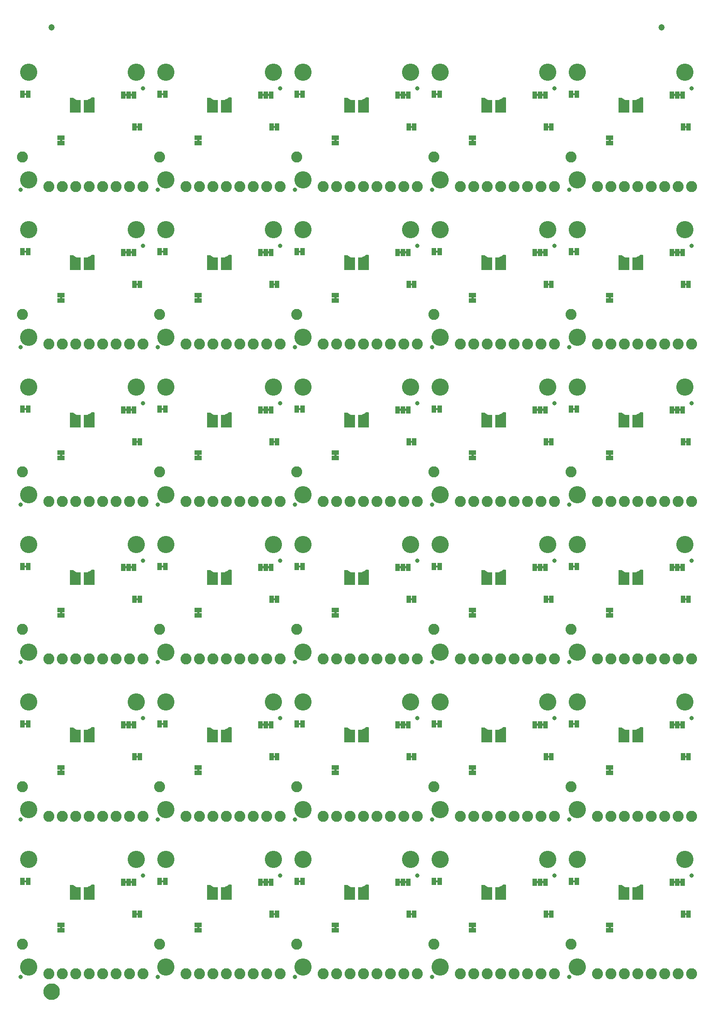
<source format=gbs>
G04 EAGLE Gerber RS-274X export*
G75*
%MOMM*%
%FSLAX34Y34*%
%LPD*%
%INSoldermask Bottom*%
%IPPOS*%
%AMOC8*
5,1,8,0,0,1.08239X$1,22.5*%
G01*
%ADD10C,0.838200*%
%ADD11C,3.251200*%
%ADD12C,2.082800*%
%ADD13R,0.863600X1.473200*%
%ADD14R,2.153200X2.153200*%
%ADD15R,1.473200X0.863600*%
%ADD16C,1.203200*%
%ADD17C,1.270000*%
%ADD18C,1.703200*%

G36*
X1159736Y1646556D02*
X1159736Y1646556D01*
X1159753Y1646553D01*
X1159803Y1646575D01*
X1159854Y1646590D01*
X1159865Y1646603D01*
X1159881Y1646610D01*
X1159911Y1646655D01*
X1159946Y1646695D01*
X1159949Y1646712D01*
X1159958Y1646727D01*
X1159969Y1646800D01*
X1159969Y1661100D01*
X1159965Y1661113D01*
X1159968Y1661127D01*
X1159946Y1661180D01*
X1159930Y1661234D01*
X1159920Y1661243D01*
X1159914Y1661256D01*
X1159868Y1661289D01*
X1159825Y1661326D01*
X1159811Y1661328D01*
X1159800Y1661336D01*
X1159726Y1661349D01*
X1156680Y1661428D01*
X1153702Y1661980D01*
X1150848Y1662992D01*
X1148188Y1664439D01*
X1145772Y1666298D01*
X1145731Y1666314D01*
X1145694Y1666338D01*
X1145651Y1666345D01*
X1145642Y1666348D01*
X1145635Y1666347D01*
X1145620Y1666349D01*
X1140320Y1666349D01*
X1140304Y1666344D01*
X1140287Y1666347D01*
X1140237Y1666325D01*
X1140186Y1666310D01*
X1140175Y1666297D01*
X1140159Y1666290D01*
X1140129Y1666245D01*
X1140094Y1666205D01*
X1140091Y1666188D01*
X1140082Y1666174D01*
X1140071Y1666100D01*
X1140071Y1646800D01*
X1140076Y1646784D01*
X1140073Y1646767D01*
X1140095Y1646717D01*
X1140110Y1646666D01*
X1140123Y1646655D01*
X1140130Y1646639D01*
X1140175Y1646609D01*
X1140215Y1646574D01*
X1140232Y1646571D01*
X1140247Y1646562D01*
X1140320Y1646551D01*
X1159720Y1646551D01*
X1159736Y1646556D01*
G37*
G36*
X382496Y1052196D02*
X382496Y1052196D01*
X382513Y1052193D01*
X382563Y1052215D01*
X382614Y1052230D01*
X382625Y1052243D01*
X382641Y1052250D01*
X382671Y1052295D01*
X382706Y1052335D01*
X382709Y1052352D01*
X382718Y1052367D01*
X382729Y1052440D01*
X382729Y1066740D01*
X382725Y1066753D01*
X382728Y1066767D01*
X382706Y1066820D01*
X382690Y1066874D01*
X382680Y1066883D01*
X382674Y1066896D01*
X382628Y1066929D01*
X382585Y1066966D01*
X382571Y1066968D01*
X382560Y1066976D01*
X382486Y1066989D01*
X379440Y1067068D01*
X376462Y1067620D01*
X373608Y1068632D01*
X370948Y1070079D01*
X368532Y1071938D01*
X368491Y1071954D01*
X368454Y1071978D01*
X368411Y1071985D01*
X368402Y1071988D01*
X368395Y1071987D01*
X368380Y1071989D01*
X363080Y1071989D01*
X363064Y1071984D01*
X363047Y1071987D01*
X362997Y1071965D01*
X362946Y1071950D01*
X362935Y1071937D01*
X362919Y1071930D01*
X362889Y1071885D01*
X362854Y1071845D01*
X362851Y1071828D01*
X362842Y1071814D01*
X362831Y1071740D01*
X362831Y1052440D01*
X362836Y1052424D01*
X362833Y1052407D01*
X362855Y1052357D01*
X362870Y1052306D01*
X362883Y1052295D01*
X362890Y1052279D01*
X362935Y1052249D01*
X362975Y1052214D01*
X362992Y1052211D01*
X363007Y1052202D01*
X363080Y1052191D01*
X382480Y1052191D01*
X382496Y1052196D01*
G37*
G36*
X641576Y1052196D02*
X641576Y1052196D01*
X641593Y1052193D01*
X641643Y1052215D01*
X641694Y1052230D01*
X641705Y1052243D01*
X641721Y1052250D01*
X641751Y1052295D01*
X641786Y1052335D01*
X641789Y1052352D01*
X641798Y1052367D01*
X641809Y1052440D01*
X641809Y1066740D01*
X641805Y1066753D01*
X641808Y1066767D01*
X641786Y1066820D01*
X641770Y1066874D01*
X641760Y1066883D01*
X641754Y1066896D01*
X641708Y1066929D01*
X641665Y1066966D01*
X641651Y1066968D01*
X641640Y1066976D01*
X641566Y1066989D01*
X638520Y1067068D01*
X635542Y1067620D01*
X632688Y1068632D01*
X630028Y1070079D01*
X627612Y1071938D01*
X627571Y1071954D01*
X627534Y1071978D01*
X627491Y1071985D01*
X627482Y1071988D01*
X627475Y1071987D01*
X627460Y1071989D01*
X622160Y1071989D01*
X622144Y1071984D01*
X622127Y1071987D01*
X622077Y1071965D01*
X622026Y1071950D01*
X622015Y1071937D01*
X621999Y1071930D01*
X621969Y1071885D01*
X621934Y1071845D01*
X621931Y1071828D01*
X621922Y1071814D01*
X621911Y1071740D01*
X621911Y1052440D01*
X621916Y1052424D01*
X621913Y1052407D01*
X621935Y1052357D01*
X621950Y1052306D01*
X621963Y1052295D01*
X621970Y1052279D01*
X622015Y1052249D01*
X622055Y1052214D01*
X622072Y1052211D01*
X622087Y1052202D01*
X622160Y1052191D01*
X641560Y1052191D01*
X641576Y1052196D01*
G37*
G36*
X1159736Y1052196D02*
X1159736Y1052196D01*
X1159753Y1052193D01*
X1159803Y1052215D01*
X1159854Y1052230D01*
X1159865Y1052243D01*
X1159881Y1052250D01*
X1159911Y1052295D01*
X1159946Y1052335D01*
X1159949Y1052352D01*
X1159958Y1052367D01*
X1159969Y1052440D01*
X1159969Y1066740D01*
X1159965Y1066753D01*
X1159968Y1066767D01*
X1159946Y1066820D01*
X1159930Y1066874D01*
X1159920Y1066883D01*
X1159914Y1066896D01*
X1159868Y1066929D01*
X1159825Y1066966D01*
X1159811Y1066968D01*
X1159800Y1066976D01*
X1159726Y1066989D01*
X1156680Y1067068D01*
X1153702Y1067620D01*
X1150848Y1068632D01*
X1148188Y1070079D01*
X1145772Y1071938D01*
X1145731Y1071954D01*
X1145694Y1071978D01*
X1145651Y1071985D01*
X1145642Y1071988D01*
X1145635Y1071987D01*
X1145620Y1071989D01*
X1140320Y1071989D01*
X1140304Y1071984D01*
X1140287Y1071987D01*
X1140237Y1071965D01*
X1140186Y1071950D01*
X1140175Y1071937D01*
X1140159Y1071930D01*
X1140129Y1071885D01*
X1140094Y1071845D01*
X1140091Y1071828D01*
X1140082Y1071814D01*
X1140071Y1071740D01*
X1140071Y1052440D01*
X1140076Y1052424D01*
X1140073Y1052407D01*
X1140095Y1052357D01*
X1140110Y1052306D01*
X1140123Y1052295D01*
X1140130Y1052279D01*
X1140175Y1052249D01*
X1140215Y1052214D01*
X1140232Y1052211D01*
X1140247Y1052202D01*
X1140320Y1052191D01*
X1159720Y1052191D01*
X1159736Y1052196D01*
G37*
G36*
X123416Y1052196D02*
X123416Y1052196D01*
X123433Y1052193D01*
X123483Y1052215D01*
X123534Y1052230D01*
X123545Y1052243D01*
X123561Y1052250D01*
X123591Y1052295D01*
X123626Y1052335D01*
X123629Y1052352D01*
X123638Y1052367D01*
X123649Y1052440D01*
X123649Y1066740D01*
X123645Y1066753D01*
X123648Y1066767D01*
X123626Y1066820D01*
X123610Y1066874D01*
X123600Y1066883D01*
X123594Y1066896D01*
X123548Y1066929D01*
X123505Y1066966D01*
X123491Y1066968D01*
X123480Y1066976D01*
X123406Y1066989D01*
X120360Y1067068D01*
X117382Y1067620D01*
X114528Y1068632D01*
X111868Y1070079D01*
X109452Y1071938D01*
X109411Y1071954D01*
X109374Y1071978D01*
X109331Y1071985D01*
X109322Y1071988D01*
X109315Y1071987D01*
X109300Y1071989D01*
X104000Y1071989D01*
X103984Y1071984D01*
X103967Y1071987D01*
X103917Y1071965D01*
X103866Y1071950D01*
X103855Y1071937D01*
X103839Y1071930D01*
X103809Y1071885D01*
X103774Y1071845D01*
X103771Y1071828D01*
X103762Y1071814D01*
X103751Y1071740D01*
X103751Y1052440D01*
X103756Y1052424D01*
X103753Y1052407D01*
X103775Y1052357D01*
X103790Y1052306D01*
X103803Y1052295D01*
X103810Y1052279D01*
X103855Y1052249D01*
X103895Y1052214D01*
X103912Y1052211D01*
X103927Y1052202D01*
X104000Y1052191D01*
X123400Y1052191D01*
X123416Y1052196D01*
G37*
G36*
X900656Y1052196D02*
X900656Y1052196D01*
X900673Y1052193D01*
X900723Y1052215D01*
X900774Y1052230D01*
X900785Y1052243D01*
X900801Y1052250D01*
X900831Y1052295D01*
X900866Y1052335D01*
X900869Y1052352D01*
X900878Y1052367D01*
X900889Y1052440D01*
X900889Y1066740D01*
X900885Y1066753D01*
X900888Y1066767D01*
X900866Y1066820D01*
X900850Y1066874D01*
X900840Y1066883D01*
X900834Y1066896D01*
X900788Y1066929D01*
X900745Y1066966D01*
X900731Y1066968D01*
X900720Y1066976D01*
X900646Y1066989D01*
X897600Y1067068D01*
X894622Y1067620D01*
X891768Y1068632D01*
X889108Y1070079D01*
X886692Y1071938D01*
X886651Y1071954D01*
X886614Y1071978D01*
X886571Y1071985D01*
X886562Y1071988D01*
X886555Y1071987D01*
X886540Y1071989D01*
X881240Y1071989D01*
X881224Y1071984D01*
X881207Y1071987D01*
X881157Y1071965D01*
X881106Y1071950D01*
X881095Y1071937D01*
X881079Y1071930D01*
X881049Y1071885D01*
X881014Y1071845D01*
X881011Y1071828D01*
X881002Y1071814D01*
X880991Y1071740D01*
X880991Y1052440D01*
X880996Y1052424D01*
X880993Y1052407D01*
X881015Y1052357D01*
X881030Y1052306D01*
X881043Y1052295D01*
X881050Y1052279D01*
X881095Y1052249D01*
X881135Y1052214D01*
X881152Y1052211D01*
X881167Y1052202D01*
X881240Y1052191D01*
X900640Y1052191D01*
X900656Y1052196D01*
G37*
G36*
X123416Y457836D02*
X123416Y457836D01*
X123433Y457833D01*
X123483Y457855D01*
X123534Y457870D01*
X123545Y457883D01*
X123561Y457890D01*
X123591Y457935D01*
X123626Y457975D01*
X123629Y457992D01*
X123638Y458007D01*
X123649Y458080D01*
X123649Y472380D01*
X123645Y472393D01*
X123648Y472407D01*
X123626Y472460D01*
X123610Y472514D01*
X123600Y472523D01*
X123594Y472536D01*
X123548Y472569D01*
X123505Y472606D01*
X123491Y472608D01*
X123480Y472616D01*
X123406Y472629D01*
X120360Y472708D01*
X117382Y473260D01*
X114528Y474272D01*
X111868Y475719D01*
X109452Y477578D01*
X109411Y477594D01*
X109374Y477618D01*
X109331Y477625D01*
X109322Y477628D01*
X109315Y477627D01*
X109300Y477629D01*
X104000Y477629D01*
X103984Y477624D01*
X103967Y477627D01*
X103917Y477605D01*
X103866Y477590D01*
X103855Y477577D01*
X103839Y477570D01*
X103809Y477525D01*
X103774Y477485D01*
X103771Y477468D01*
X103762Y477454D01*
X103751Y477380D01*
X103751Y458080D01*
X103756Y458064D01*
X103753Y458047D01*
X103775Y457997D01*
X103790Y457946D01*
X103803Y457935D01*
X103810Y457919D01*
X103855Y457889D01*
X103895Y457854D01*
X103912Y457851D01*
X103927Y457842D01*
X104000Y457831D01*
X123400Y457831D01*
X123416Y457836D01*
G37*
G36*
X1159736Y1349376D02*
X1159736Y1349376D01*
X1159753Y1349373D01*
X1159803Y1349395D01*
X1159854Y1349410D01*
X1159865Y1349423D01*
X1159881Y1349430D01*
X1159911Y1349475D01*
X1159946Y1349515D01*
X1159949Y1349532D01*
X1159958Y1349547D01*
X1159969Y1349620D01*
X1159969Y1363920D01*
X1159965Y1363933D01*
X1159968Y1363947D01*
X1159946Y1364000D01*
X1159930Y1364054D01*
X1159920Y1364063D01*
X1159914Y1364076D01*
X1159868Y1364109D01*
X1159825Y1364146D01*
X1159811Y1364148D01*
X1159800Y1364156D01*
X1159726Y1364169D01*
X1156680Y1364248D01*
X1153702Y1364800D01*
X1150848Y1365812D01*
X1148188Y1367259D01*
X1145772Y1369118D01*
X1145731Y1369134D01*
X1145694Y1369158D01*
X1145651Y1369165D01*
X1145642Y1369168D01*
X1145635Y1369167D01*
X1145620Y1369169D01*
X1140320Y1369169D01*
X1140304Y1369164D01*
X1140287Y1369167D01*
X1140237Y1369145D01*
X1140186Y1369130D01*
X1140175Y1369117D01*
X1140159Y1369110D01*
X1140129Y1369065D01*
X1140094Y1369025D01*
X1140091Y1369008D01*
X1140082Y1368994D01*
X1140071Y1368920D01*
X1140071Y1349620D01*
X1140076Y1349604D01*
X1140073Y1349587D01*
X1140095Y1349537D01*
X1140110Y1349486D01*
X1140123Y1349475D01*
X1140130Y1349459D01*
X1140175Y1349429D01*
X1140215Y1349394D01*
X1140232Y1349391D01*
X1140247Y1349382D01*
X1140320Y1349371D01*
X1159720Y1349371D01*
X1159736Y1349376D01*
G37*
G36*
X382496Y1349376D02*
X382496Y1349376D01*
X382513Y1349373D01*
X382563Y1349395D01*
X382614Y1349410D01*
X382625Y1349423D01*
X382641Y1349430D01*
X382671Y1349475D01*
X382706Y1349515D01*
X382709Y1349532D01*
X382718Y1349547D01*
X382729Y1349620D01*
X382729Y1363920D01*
X382725Y1363933D01*
X382728Y1363947D01*
X382706Y1364000D01*
X382690Y1364054D01*
X382680Y1364063D01*
X382674Y1364076D01*
X382628Y1364109D01*
X382585Y1364146D01*
X382571Y1364148D01*
X382560Y1364156D01*
X382486Y1364169D01*
X379440Y1364248D01*
X376462Y1364800D01*
X373608Y1365812D01*
X370948Y1367259D01*
X368532Y1369118D01*
X368491Y1369134D01*
X368454Y1369158D01*
X368411Y1369165D01*
X368402Y1369168D01*
X368395Y1369167D01*
X368380Y1369169D01*
X363080Y1369169D01*
X363064Y1369164D01*
X363047Y1369167D01*
X362997Y1369145D01*
X362946Y1369130D01*
X362935Y1369117D01*
X362919Y1369110D01*
X362889Y1369065D01*
X362854Y1369025D01*
X362851Y1369008D01*
X362842Y1368994D01*
X362831Y1368920D01*
X362831Y1349620D01*
X362836Y1349604D01*
X362833Y1349587D01*
X362855Y1349537D01*
X362870Y1349486D01*
X362883Y1349475D01*
X362890Y1349459D01*
X362935Y1349429D01*
X362975Y1349394D01*
X362992Y1349391D01*
X363007Y1349382D01*
X363080Y1349371D01*
X382480Y1349371D01*
X382496Y1349376D01*
G37*
G36*
X123416Y1349376D02*
X123416Y1349376D01*
X123433Y1349373D01*
X123483Y1349395D01*
X123534Y1349410D01*
X123545Y1349423D01*
X123561Y1349430D01*
X123591Y1349475D01*
X123626Y1349515D01*
X123629Y1349532D01*
X123638Y1349547D01*
X123649Y1349620D01*
X123649Y1363920D01*
X123645Y1363933D01*
X123648Y1363947D01*
X123626Y1364000D01*
X123610Y1364054D01*
X123600Y1364063D01*
X123594Y1364076D01*
X123548Y1364109D01*
X123505Y1364146D01*
X123491Y1364148D01*
X123480Y1364156D01*
X123406Y1364169D01*
X120360Y1364248D01*
X117382Y1364800D01*
X114528Y1365812D01*
X111868Y1367259D01*
X109452Y1369118D01*
X109411Y1369134D01*
X109374Y1369158D01*
X109331Y1369165D01*
X109322Y1369168D01*
X109315Y1369167D01*
X109300Y1369169D01*
X104000Y1369169D01*
X103984Y1369164D01*
X103967Y1369167D01*
X103917Y1369145D01*
X103866Y1369130D01*
X103855Y1369117D01*
X103839Y1369110D01*
X103809Y1369065D01*
X103774Y1369025D01*
X103771Y1369008D01*
X103762Y1368994D01*
X103751Y1368920D01*
X103751Y1349620D01*
X103756Y1349604D01*
X103753Y1349587D01*
X103775Y1349537D01*
X103790Y1349486D01*
X103803Y1349475D01*
X103810Y1349459D01*
X103855Y1349429D01*
X103895Y1349394D01*
X103912Y1349391D01*
X103927Y1349382D01*
X104000Y1349371D01*
X123400Y1349371D01*
X123416Y1349376D01*
G37*
G36*
X641576Y1349376D02*
X641576Y1349376D01*
X641593Y1349373D01*
X641643Y1349395D01*
X641694Y1349410D01*
X641705Y1349423D01*
X641721Y1349430D01*
X641751Y1349475D01*
X641786Y1349515D01*
X641789Y1349532D01*
X641798Y1349547D01*
X641809Y1349620D01*
X641809Y1363920D01*
X641805Y1363933D01*
X641808Y1363947D01*
X641786Y1364000D01*
X641770Y1364054D01*
X641760Y1364063D01*
X641754Y1364076D01*
X641708Y1364109D01*
X641665Y1364146D01*
X641651Y1364148D01*
X641640Y1364156D01*
X641566Y1364169D01*
X638520Y1364248D01*
X635542Y1364800D01*
X632688Y1365812D01*
X630028Y1367259D01*
X627612Y1369118D01*
X627571Y1369134D01*
X627534Y1369158D01*
X627491Y1369165D01*
X627482Y1369168D01*
X627475Y1369167D01*
X627460Y1369169D01*
X622160Y1369169D01*
X622144Y1369164D01*
X622127Y1369167D01*
X622077Y1369145D01*
X622026Y1369130D01*
X622015Y1369117D01*
X621999Y1369110D01*
X621969Y1369065D01*
X621934Y1369025D01*
X621931Y1369008D01*
X621922Y1368994D01*
X621911Y1368920D01*
X621911Y1349620D01*
X621916Y1349604D01*
X621913Y1349587D01*
X621935Y1349537D01*
X621950Y1349486D01*
X621963Y1349475D01*
X621970Y1349459D01*
X622015Y1349429D01*
X622055Y1349394D01*
X622072Y1349391D01*
X622087Y1349382D01*
X622160Y1349371D01*
X641560Y1349371D01*
X641576Y1349376D01*
G37*
G36*
X900656Y1349376D02*
X900656Y1349376D01*
X900673Y1349373D01*
X900723Y1349395D01*
X900774Y1349410D01*
X900785Y1349423D01*
X900801Y1349430D01*
X900831Y1349475D01*
X900866Y1349515D01*
X900869Y1349532D01*
X900878Y1349547D01*
X900889Y1349620D01*
X900889Y1363920D01*
X900885Y1363933D01*
X900888Y1363947D01*
X900866Y1364000D01*
X900850Y1364054D01*
X900840Y1364063D01*
X900834Y1364076D01*
X900788Y1364109D01*
X900745Y1364146D01*
X900731Y1364148D01*
X900720Y1364156D01*
X900646Y1364169D01*
X897600Y1364248D01*
X894622Y1364800D01*
X891768Y1365812D01*
X889108Y1367259D01*
X886692Y1369118D01*
X886651Y1369134D01*
X886614Y1369158D01*
X886571Y1369165D01*
X886562Y1369168D01*
X886555Y1369167D01*
X886540Y1369169D01*
X881240Y1369169D01*
X881224Y1369164D01*
X881207Y1369167D01*
X881157Y1369145D01*
X881106Y1369130D01*
X881095Y1369117D01*
X881079Y1369110D01*
X881049Y1369065D01*
X881014Y1369025D01*
X881011Y1369008D01*
X881002Y1368994D01*
X880991Y1368920D01*
X880991Y1349620D01*
X880996Y1349604D01*
X880993Y1349587D01*
X881015Y1349537D01*
X881030Y1349486D01*
X881043Y1349475D01*
X881050Y1349459D01*
X881095Y1349429D01*
X881135Y1349394D01*
X881152Y1349391D01*
X881167Y1349382D01*
X881240Y1349371D01*
X900640Y1349371D01*
X900656Y1349376D01*
G37*
G36*
X641576Y755016D02*
X641576Y755016D01*
X641593Y755013D01*
X641643Y755035D01*
X641694Y755050D01*
X641705Y755063D01*
X641721Y755070D01*
X641751Y755115D01*
X641786Y755155D01*
X641789Y755172D01*
X641798Y755187D01*
X641809Y755260D01*
X641809Y769560D01*
X641805Y769573D01*
X641808Y769587D01*
X641786Y769640D01*
X641770Y769694D01*
X641760Y769703D01*
X641754Y769716D01*
X641708Y769749D01*
X641665Y769786D01*
X641651Y769788D01*
X641640Y769796D01*
X641566Y769809D01*
X638520Y769888D01*
X635542Y770440D01*
X632688Y771452D01*
X630028Y772899D01*
X627612Y774758D01*
X627571Y774774D01*
X627534Y774798D01*
X627491Y774805D01*
X627482Y774808D01*
X627475Y774807D01*
X627460Y774809D01*
X622160Y774809D01*
X622144Y774804D01*
X622127Y774807D01*
X622077Y774785D01*
X622026Y774770D01*
X622015Y774757D01*
X621999Y774750D01*
X621969Y774705D01*
X621934Y774665D01*
X621931Y774648D01*
X621922Y774634D01*
X621911Y774560D01*
X621911Y755260D01*
X621916Y755244D01*
X621913Y755227D01*
X621935Y755177D01*
X621950Y755126D01*
X621963Y755115D01*
X621970Y755099D01*
X622015Y755069D01*
X622055Y755034D01*
X622072Y755031D01*
X622087Y755022D01*
X622160Y755011D01*
X641560Y755011D01*
X641576Y755016D01*
G37*
G36*
X123416Y755016D02*
X123416Y755016D01*
X123433Y755013D01*
X123483Y755035D01*
X123534Y755050D01*
X123545Y755063D01*
X123561Y755070D01*
X123591Y755115D01*
X123626Y755155D01*
X123629Y755172D01*
X123638Y755187D01*
X123649Y755260D01*
X123649Y769560D01*
X123645Y769573D01*
X123648Y769587D01*
X123626Y769640D01*
X123610Y769694D01*
X123600Y769703D01*
X123594Y769716D01*
X123548Y769749D01*
X123505Y769786D01*
X123491Y769788D01*
X123480Y769796D01*
X123406Y769809D01*
X120360Y769888D01*
X117382Y770440D01*
X114528Y771452D01*
X111868Y772899D01*
X109452Y774758D01*
X109411Y774774D01*
X109374Y774798D01*
X109331Y774805D01*
X109322Y774808D01*
X109315Y774807D01*
X109300Y774809D01*
X104000Y774809D01*
X103984Y774804D01*
X103967Y774807D01*
X103917Y774785D01*
X103866Y774770D01*
X103855Y774757D01*
X103839Y774750D01*
X103809Y774705D01*
X103774Y774665D01*
X103771Y774648D01*
X103762Y774634D01*
X103751Y774560D01*
X103751Y755260D01*
X103756Y755244D01*
X103753Y755227D01*
X103775Y755177D01*
X103790Y755126D01*
X103803Y755115D01*
X103810Y755099D01*
X103855Y755069D01*
X103895Y755034D01*
X103912Y755031D01*
X103927Y755022D01*
X104000Y755011D01*
X123400Y755011D01*
X123416Y755016D01*
G37*
G36*
X1159736Y755016D02*
X1159736Y755016D01*
X1159753Y755013D01*
X1159803Y755035D01*
X1159854Y755050D01*
X1159865Y755063D01*
X1159881Y755070D01*
X1159911Y755115D01*
X1159946Y755155D01*
X1159949Y755172D01*
X1159958Y755187D01*
X1159969Y755260D01*
X1159969Y769560D01*
X1159965Y769573D01*
X1159968Y769587D01*
X1159946Y769640D01*
X1159930Y769694D01*
X1159920Y769703D01*
X1159914Y769716D01*
X1159868Y769749D01*
X1159825Y769786D01*
X1159811Y769788D01*
X1159800Y769796D01*
X1159726Y769809D01*
X1156680Y769888D01*
X1153702Y770440D01*
X1150848Y771452D01*
X1148188Y772899D01*
X1145772Y774758D01*
X1145731Y774774D01*
X1145694Y774798D01*
X1145651Y774805D01*
X1145642Y774808D01*
X1145635Y774807D01*
X1145620Y774809D01*
X1140320Y774809D01*
X1140304Y774804D01*
X1140287Y774807D01*
X1140237Y774785D01*
X1140186Y774770D01*
X1140175Y774757D01*
X1140159Y774750D01*
X1140129Y774705D01*
X1140094Y774665D01*
X1140091Y774648D01*
X1140082Y774634D01*
X1140071Y774560D01*
X1140071Y755260D01*
X1140076Y755244D01*
X1140073Y755227D01*
X1140095Y755177D01*
X1140110Y755126D01*
X1140123Y755115D01*
X1140130Y755099D01*
X1140175Y755069D01*
X1140215Y755034D01*
X1140232Y755031D01*
X1140247Y755022D01*
X1140320Y755011D01*
X1159720Y755011D01*
X1159736Y755016D01*
G37*
G36*
X123416Y160656D02*
X123416Y160656D01*
X123433Y160653D01*
X123483Y160675D01*
X123534Y160690D01*
X123545Y160703D01*
X123561Y160710D01*
X123591Y160755D01*
X123626Y160795D01*
X123629Y160812D01*
X123638Y160827D01*
X123649Y160900D01*
X123649Y175200D01*
X123645Y175213D01*
X123648Y175227D01*
X123626Y175280D01*
X123610Y175334D01*
X123600Y175343D01*
X123594Y175356D01*
X123548Y175389D01*
X123505Y175426D01*
X123491Y175428D01*
X123480Y175436D01*
X123406Y175449D01*
X120360Y175528D01*
X117382Y176080D01*
X114528Y177092D01*
X111868Y178539D01*
X109452Y180398D01*
X109411Y180414D01*
X109374Y180438D01*
X109331Y180445D01*
X109322Y180448D01*
X109315Y180447D01*
X109300Y180449D01*
X104000Y180449D01*
X103984Y180444D01*
X103967Y180447D01*
X103917Y180425D01*
X103866Y180410D01*
X103855Y180397D01*
X103839Y180390D01*
X103809Y180345D01*
X103774Y180305D01*
X103771Y180288D01*
X103762Y180274D01*
X103751Y180200D01*
X103751Y160900D01*
X103756Y160884D01*
X103753Y160867D01*
X103775Y160817D01*
X103790Y160766D01*
X103803Y160755D01*
X103810Y160739D01*
X103855Y160709D01*
X103895Y160674D01*
X103912Y160671D01*
X103927Y160662D01*
X104000Y160651D01*
X123400Y160651D01*
X123416Y160656D01*
G37*
G36*
X900656Y160656D02*
X900656Y160656D01*
X900673Y160653D01*
X900723Y160675D01*
X900774Y160690D01*
X900785Y160703D01*
X900801Y160710D01*
X900831Y160755D01*
X900866Y160795D01*
X900869Y160812D01*
X900878Y160827D01*
X900889Y160900D01*
X900889Y175200D01*
X900885Y175213D01*
X900888Y175227D01*
X900866Y175280D01*
X900850Y175334D01*
X900840Y175343D01*
X900834Y175356D01*
X900788Y175389D01*
X900745Y175426D01*
X900731Y175428D01*
X900720Y175436D01*
X900646Y175449D01*
X897600Y175528D01*
X894622Y176080D01*
X891768Y177092D01*
X889108Y178539D01*
X886692Y180398D01*
X886651Y180414D01*
X886614Y180438D01*
X886571Y180445D01*
X886562Y180448D01*
X886555Y180447D01*
X886540Y180449D01*
X881240Y180449D01*
X881224Y180444D01*
X881207Y180447D01*
X881157Y180425D01*
X881106Y180410D01*
X881095Y180397D01*
X881079Y180390D01*
X881049Y180345D01*
X881014Y180305D01*
X881011Y180288D01*
X881002Y180274D01*
X880991Y180200D01*
X880991Y160900D01*
X880996Y160884D01*
X880993Y160867D01*
X881015Y160817D01*
X881030Y160766D01*
X881043Y160755D01*
X881050Y160739D01*
X881095Y160709D01*
X881135Y160674D01*
X881152Y160671D01*
X881167Y160662D01*
X881240Y160651D01*
X900640Y160651D01*
X900656Y160656D01*
G37*
G36*
X641576Y160656D02*
X641576Y160656D01*
X641593Y160653D01*
X641643Y160675D01*
X641694Y160690D01*
X641705Y160703D01*
X641721Y160710D01*
X641751Y160755D01*
X641786Y160795D01*
X641789Y160812D01*
X641798Y160827D01*
X641809Y160900D01*
X641809Y175200D01*
X641805Y175213D01*
X641808Y175227D01*
X641786Y175280D01*
X641770Y175334D01*
X641760Y175343D01*
X641754Y175356D01*
X641708Y175389D01*
X641665Y175426D01*
X641651Y175428D01*
X641640Y175436D01*
X641566Y175449D01*
X638520Y175528D01*
X635542Y176080D01*
X632688Y177092D01*
X630028Y178539D01*
X627612Y180398D01*
X627571Y180414D01*
X627534Y180438D01*
X627491Y180445D01*
X627482Y180448D01*
X627475Y180447D01*
X627460Y180449D01*
X622160Y180449D01*
X622144Y180444D01*
X622127Y180447D01*
X622077Y180425D01*
X622026Y180410D01*
X622015Y180397D01*
X621999Y180390D01*
X621969Y180345D01*
X621934Y180305D01*
X621931Y180288D01*
X621922Y180274D01*
X621911Y180200D01*
X621911Y160900D01*
X621916Y160884D01*
X621913Y160867D01*
X621935Y160817D01*
X621950Y160766D01*
X621963Y160755D01*
X621970Y160739D01*
X622015Y160709D01*
X622055Y160674D01*
X622072Y160671D01*
X622087Y160662D01*
X622160Y160651D01*
X641560Y160651D01*
X641576Y160656D01*
G37*
G36*
X1159736Y160656D02*
X1159736Y160656D01*
X1159753Y160653D01*
X1159803Y160675D01*
X1159854Y160690D01*
X1159865Y160703D01*
X1159881Y160710D01*
X1159911Y160755D01*
X1159946Y160795D01*
X1159949Y160812D01*
X1159958Y160827D01*
X1159969Y160900D01*
X1159969Y175200D01*
X1159965Y175213D01*
X1159968Y175227D01*
X1159946Y175280D01*
X1159930Y175334D01*
X1159920Y175343D01*
X1159914Y175356D01*
X1159868Y175389D01*
X1159825Y175426D01*
X1159811Y175428D01*
X1159800Y175436D01*
X1159726Y175449D01*
X1156680Y175528D01*
X1153702Y176080D01*
X1150848Y177092D01*
X1148188Y178539D01*
X1145772Y180398D01*
X1145731Y180414D01*
X1145694Y180438D01*
X1145651Y180445D01*
X1145642Y180448D01*
X1145635Y180447D01*
X1145620Y180449D01*
X1140320Y180449D01*
X1140304Y180444D01*
X1140287Y180447D01*
X1140237Y180425D01*
X1140186Y180410D01*
X1140175Y180397D01*
X1140159Y180390D01*
X1140129Y180345D01*
X1140094Y180305D01*
X1140091Y180288D01*
X1140082Y180274D01*
X1140071Y180200D01*
X1140071Y160900D01*
X1140076Y160884D01*
X1140073Y160867D01*
X1140095Y160817D01*
X1140110Y160766D01*
X1140123Y160755D01*
X1140130Y160739D01*
X1140175Y160709D01*
X1140215Y160674D01*
X1140232Y160671D01*
X1140247Y160662D01*
X1140320Y160651D01*
X1159720Y160651D01*
X1159736Y160656D01*
G37*
G36*
X382496Y160656D02*
X382496Y160656D01*
X382513Y160653D01*
X382563Y160675D01*
X382614Y160690D01*
X382625Y160703D01*
X382641Y160710D01*
X382671Y160755D01*
X382706Y160795D01*
X382709Y160812D01*
X382718Y160827D01*
X382729Y160900D01*
X382729Y175200D01*
X382725Y175213D01*
X382728Y175227D01*
X382706Y175280D01*
X382690Y175334D01*
X382680Y175343D01*
X382674Y175356D01*
X382628Y175389D01*
X382585Y175426D01*
X382571Y175428D01*
X382560Y175436D01*
X382486Y175449D01*
X379440Y175528D01*
X376462Y176080D01*
X373608Y177092D01*
X370948Y178539D01*
X368532Y180398D01*
X368491Y180414D01*
X368454Y180438D01*
X368411Y180445D01*
X368402Y180448D01*
X368395Y180447D01*
X368380Y180449D01*
X363080Y180449D01*
X363064Y180444D01*
X363047Y180447D01*
X362997Y180425D01*
X362946Y180410D01*
X362935Y180397D01*
X362919Y180390D01*
X362889Y180345D01*
X362854Y180305D01*
X362851Y180288D01*
X362842Y180274D01*
X362831Y180200D01*
X362831Y160900D01*
X362836Y160884D01*
X362833Y160867D01*
X362855Y160817D01*
X362870Y160766D01*
X362883Y160755D01*
X362890Y160739D01*
X362935Y160709D01*
X362975Y160674D01*
X362992Y160671D01*
X363007Y160662D01*
X363080Y160651D01*
X382480Y160651D01*
X382496Y160656D01*
G37*
G36*
X641576Y1646556D02*
X641576Y1646556D01*
X641593Y1646553D01*
X641643Y1646575D01*
X641694Y1646590D01*
X641705Y1646603D01*
X641721Y1646610D01*
X641751Y1646655D01*
X641786Y1646695D01*
X641789Y1646712D01*
X641798Y1646727D01*
X641809Y1646800D01*
X641809Y1661100D01*
X641805Y1661113D01*
X641808Y1661127D01*
X641786Y1661180D01*
X641770Y1661234D01*
X641760Y1661243D01*
X641754Y1661256D01*
X641708Y1661289D01*
X641665Y1661326D01*
X641651Y1661328D01*
X641640Y1661336D01*
X641566Y1661349D01*
X638520Y1661428D01*
X635542Y1661980D01*
X632688Y1662992D01*
X630028Y1664439D01*
X627612Y1666298D01*
X627571Y1666314D01*
X627534Y1666338D01*
X627491Y1666345D01*
X627482Y1666348D01*
X627475Y1666347D01*
X627460Y1666349D01*
X622160Y1666349D01*
X622144Y1666344D01*
X622127Y1666347D01*
X622077Y1666325D01*
X622026Y1666310D01*
X622015Y1666297D01*
X621999Y1666290D01*
X621969Y1666245D01*
X621934Y1666205D01*
X621931Y1666188D01*
X621922Y1666174D01*
X621911Y1666100D01*
X621911Y1646800D01*
X621916Y1646784D01*
X621913Y1646767D01*
X621935Y1646717D01*
X621950Y1646666D01*
X621963Y1646655D01*
X621970Y1646639D01*
X622015Y1646609D01*
X622055Y1646574D01*
X622072Y1646571D01*
X622087Y1646562D01*
X622160Y1646551D01*
X641560Y1646551D01*
X641576Y1646556D01*
G37*
G36*
X123416Y1646556D02*
X123416Y1646556D01*
X123433Y1646553D01*
X123483Y1646575D01*
X123534Y1646590D01*
X123545Y1646603D01*
X123561Y1646610D01*
X123591Y1646655D01*
X123626Y1646695D01*
X123629Y1646712D01*
X123638Y1646727D01*
X123649Y1646800D01*
X123649Y1661100D01*
X123645Y1661113D01*
X123648Y1661127D01*
X123626Y1661180D01*
X123610Y1661234D01*
X123600Y1661243D01*
X123594Y1661256D01*
X123548Y1661289D01*
X123505Y1661326D01*
X123491Y1661328D01*
X123480Y1661336D01*
X123406Y1661349D01*
X120360Y1661428D01*
X117382Y1661980D01*
X114528Y1662992D01*
X111868Y1664439D01*
X109452Y1666298D01*
X109411Y1666314D01*
X109374Y1666338D01*
X109331Y1666345D01*
X109322Y1666348D01*
X109315Y1666347D01*
X109300Y1666349D01*
X104000Y1666349D01*
X103984Y1666344D01*
X103967Y1666347D01*
X103917Y1666325D01*
X103866Y1666310D01*
X103855Y1666297D01*
X103839Y1666290D01*
X103809Y1666245D01*
X103774Y1666205D01*
X103771Y1666188D01*
X103762Y1666174D01*
X103751Y1666100D01*
X103751Y1646800D01*
X103756Y1646784D01*
X103753Y1646767D01*
X103775Y1646717D01*
X103790Y1646666D01*
X103803Y1646655D01*
X103810Y1646639D01*
X103855Y1646609D01*
X103895Y1646574D01*
X103912Y1646571D01*
X103927Y1646562D01*
X104000Y1646551D01*
X123400Y1646551D01*
X123416Y1646556D01*
G37*
G36*
X382496Y755016D02*
X382496Y755016D01*
X382513Y755013D01*
X382563Y755035D01*
X382614Y755050D01*
X382625Y755063D01*
X382641Y755070D01*
X382671Y755115D01*
X382706Y755155D01*
X382709Y755172D01*
X382718Y755187D01*
X382729Y755260D01*
X382729Y769560D01*
X382725Y769573D01*
X382728Y769587D01*
X382706Y769640D01*
X382690Y769694D01*
X382680Y769703D01*
X382674Y769716D01*
X382628Y769749D01*
X382585Y769786D01*
X382571Y769788D01*
X382560Y769796D01*
X382486Y769809D01*
X379440Y769888D01*
X376462Y770440D01*
X373608Y771452D01*
X370948Y772899D01*
X368532Y774758D01*
X368491Y774774D01*
X368454Y774798D01*
X368411Y774805D01*
X368402Y774808D01*
X368395Y774807D01*
X368380Y774809D01*
X363080Y774809D01*
X363064Y774804D01*
X363047Y774807D01*
X362997Y774785D01*
X362946Y774770D01*
X362935Y774757D01*
X362919Y774750D01*
X362889Y774705D01*
X362854Y774665D01*
X362851Y774648D01*
X362842Y774634D01*
X362831Y774560D01*
X362831Y755260D01*
X362836Y755244D01*
X362833Y755227D01*
X362855Y755177D01*
X362870Y755126D01*
X362883Y755115D01*
X362890Y755099D01*
X362935Y755069D01*
X362975Y755034D01*
X362992Y755031D01*
X363007Y755022D01*
X363080Y755011D01*
X382480Y755011D01*
X382496Y755016D01*
G37*
G36*
X900656Y1646556D02*
X900656Y1646556D01*
X900673Y1646553D01*
X900723Y1646575D01*
X900774Y1646590D01*
X900785Y1646603D01*
X900801Y1646610D01*
X900831Y1646655D01*
X900866Y1646695D01*
X900869Y1646712D01*
X900878Y1646727D01*
X900889Y1646800D01*
X900889Y1661100D01*
X900885Y1661113D01*
X900888Y1661127D01*
X900866Y1661180D01*
X900850Y1661234D01*
X900840Y1661243D01*
X900834Y1661256D01*
X900788Y1661289D01*
X900745Y1661326D01*
X900731Y1661328D01*
X900720Y1661336D01*
X900646Y1661349D01*
X897600Y1661428D01*
X894622Y1661980D01*
X891768Y1662992D01*
X889108Y1664439D01*
X886692Y1666298D01*
X886651Y1666314D01*
X886614Y1666338D01*
X886571Y1666345D01*
X886562Y1666348D01*
X886555Y1666347D01*
X886540Y1666349D01*
X881240Y1666349D01*
X881224Y1666344D01*
X881207Y1666347D01*
X881157Y1666325D01*
X881106Y1666310D01*
X881095Y1666297D01*
X881079Y1666290D01*
X881049Y1666245D01*
X881014Y1666205D01*
X881011Y1666188D01*
X881002Y1666174D01*
X880991Y1666100D01*
X880991Y1646800D01*
X880996Y1646784D01*
X880993Y1646767D01*
X881015Y1646717D01*
X881030Y1646666D01*
X881043Y1646655D01*
X881050Y1646639D01*
X881095Y1646609D01*
X881135Y1646574D01*
X881152Y1646571D01*
X881167Y1646562D01*
X881240Y1646551D01*
X900640Y1646551D01*
X900656Y1646556D01*
G37*
G36*
X382496Y1646556D02*
X382496Y1646556D01*
X382513Y1646553D01*
X382563Y1646575D01*
X382614Y1646590D01*
X382625Y1646603D01*
X382641Y1646610D01*
X382671Y1646655D01*
X382706Y1646695D01*
X382709Y1646712D01*
X382718Y1646727D01*
X382729Y1646800D01*
X382729Y1661100D01*
X382725Y1661113D01*
X382728Y1661127D01*
X382706Y1661180D01*
X382690Y1661234D01*
X382680Y1661243D01*
X382674Y1661256D01*
X382628Y1661289D01*
X382585Y1661326D01*
X382571Y1661328D01*
X382560Y1661336D01*
X382486Y1661349D01*
X379440Y1661428D01*
X376462Y1661980D01*
X373608Y1662992D01*
X370948Y1664439D01*
X368532Y1666298D01*
X368491Y1666314D01*
X368454Y1666338D01*
X368411Y1666345D01*
X368402Y1666348D01*
X368395Y1666347D01*
X368380Y1666349D01*
X363080Y1666349D01*
X363064Y1666344D01*
X363047Y1666347D01*
X362997Y1666325D01*
X362946Y1666310D01*
X362935Y1666297D01*
X362919Y1666290D01*
X362889Y1666245D01*
X362854Y1666205D01*
X362851Y1666188D01*
X362842Y1666174D01*
X362831Y1666100D01*
X362831Y1646800D01*
X362836Y1646784D01*
X362833Y1646767D01*
X362855Y1646717D01*
X362870Y1646666D01*
X362883Y1646655D01*
X362890Y1646639D01*
X362935Y1646609D01*
X362975Y1646574D01*
X362992Y1646571D01*
X363007Y1646562D01*
X363080Y1646551D01*
X382480Y1646551D01*
X382496Y1646556D01*
G37*
G36*
X900656Y755016D02*
X900656Y755016D01*
X900673Y755013D01*
X900723Y755035D01*
X900774Y755050D01*
X900785Y755063D01*
X900801Y755070D01*
X900831Y755115D01*
X900866Y755155D01*
X900869Y755172D01*
X900878Y755187D01*
X900889Y755260D01*
X900889Y769560D01*
X900885Y769573D01*
X900888Y769587D01*
X900866Y769640D01*
X900850Y769694D01*
X900840Y769703D01*
X900834Y769716D01*
X900788Y769749D01*
X900745Y769786D01*
X900731Y769788D01*
X900720Y769796D01*
X900646Y769809D01*
X897600Y769888D01*
X894622Y770440D01*
X891768Y771452D01*
X889108Y772899D01*
X886692Y774758D01*
X886651Y774774D01*
X886614Y774798D01*
X886571Y774805D01*
X886562Y774808D01*
X886555Y774807D01*
X886540Y774809D01*
X881240Y774809D01*
X881224Y774804D01*
X881207Y774807D01*
X881157Y774785D01*
X881106Y774770D01*
X881095Y774757D01*
X881079Y774750D01*
X881049Y774705D01*
X881014Y774665D01*
X881011Y774648D01*
X881002Y774634D01*
X880991Y774560D01*
X880991Y755260D01*
X880996Y755244D01*
X880993Y755227D01*
X881015Y755177D01*
X881030Y755126D01*
X881043Y755115D01*
X881050Y755099D01*
X881095Y755069D01*
X881135Y755034D01*
X881152Y755031D01*
X881167Y755022D01*
X881240Y755011D01*
X900640Y755011D01*
X900656Y755016D01*
G37*
G36*
X900656Y457836D02*
X900656Y457836D01*
X900673Y457833D01*
X900723Y457855D01*
X900774Y457870D01*
X900785Y457883D01*
X900801Y457890D01*
X900831Y457935D01*
X900866Y457975D01*
X900869Y457992D01*
X900878Y458007D01*
X900889Y458080D01*
X900889Y472380D01*
X900885Y472393D01*
X900888Y472407D01*
X900866Y472460D01*
X900850Y472514D01*
X900840Y472523D01*
X900834Y472536D01*
X900788Y472569D01*
X900745Y472606D01*
X900731Y472608D01*
X900720Y472616D01*
X900646Y472629D01*
X897600Y472708D01*
X894622Y473260D01*
X891768Y474272D01*
X889108Y475719D01*
X886692Y477578D01*
X886651Y477594D01*
X886614Y477618D01*
X886571Y477625D01*
X886562Y477628D01*
X886555Y477627D01*
X886540Y477629D01*
X881240Y477629D01*
X881224Y477624D01*
X881207Y477627D01*
X881157Y477605D01*
X881106Y477590D01*
X881095Y477577D01*
X881079Y477570D01*
X881049Y477525D01*
X881014Y477485D01*
X881011Y477468D01*
X881002Y477454D01*
X880991Y477380D01*
X880991Y458080D01*
X880996Y458064D01*
X880993Y458047D01*
X881015Y457997D01*
X881030Y457946D01*
X881043Y457935D01*
X881050Y457919D01*
X881095Y457889D01*
X881135Y457854D01*
X881152Y457851D01*
X881167Y457842D01*
X881240Y457831D01*
X900640Y457831D01*
X900656Y457836D01*
G37*
G36*
X641576Y457836D02*
X641576Y457836D01*
X641593Y457833D01*
X641643Y457855D01*
X641694Y457870D01*
X641705Y457883D01*
X641721Y457890D01*
X641751Y457935D01*
X641786Y457975D01*
X641789Y457992D01*
X641798Y458007D01*
X641809Y458080D01*
X641809Y472380D01*
X641805Y472393D01*
X641808Y472407D01*
X641786Y472460D01*
X641770Y472514D01*
X641760Y472523D01*
X641754Y472536D01*
X641708Y472569D01*
X641665Y472606D01*
X641651Y472608D01*
X641640Y472616D01*
X641566Y472629D01*
X638520Y472708D01*
X635542Y473260D01*
X632688Y474272D01*
X630028Y475719D01*
X627612Y477578D01*
X627571Y477594D01*
X627534Y477618D01*
X627491Y477625D01*
X627482Y477628D01*
X627475Y477627D01*
X627460Y477629D01*
X622160Y477629D01*
X622144Y477624D01*
X622127Y477627D01*
X622077Y477605D01*
X622026Y477590D01*
X622015Y477577D01*
X621999Y477570D01*
X621969Y477525D01*
X621934Y477485D01*
X621931Y477468D01*
X621922Y477454D01*
X621911Y477380D01*
X621911Y458080D01*
X621916Y458064D01*
X621913Y458047D01*
X621935Y457997D01*
X621950Y457946D01*
X621963Y457935D01*
X621970Y457919D01*
X622015Y457889D01*
X622055Y457854D01*
X622072Y457851D01*
X622087Y457842D01*
X622160Y457831D01*
X641560Y457831D01*
X641576Y457836D01*
G37*
G36*
X1159736Y457836D02*
X1159736Y457836D01*
X1159753Y457833D01*
X1159803Y457855D01*
X1159854Y457870D01*
X1159865Y457883D01*
X1159881Y457890D01*
X1159911Y457935D01*
X1159946Y457975D01*
X1159949Y457992D01*
X1159958Y458007D01*
X1159969Y458080D01*
X1159969Y472380D01*
X1159965Y472393D01*
X1159968Y472407D01*
X1159946Y472460D01*
X1159930Y472514D01*
X1159920Y472523D01*
X1159914Y472536D01*
X1159868Y472569D01*
X1159825Y472606D01*
X1159811Y472608D01*
X1159800Y472616D01*
X1159726Y472629D01*
X1156680Y472708D01*
X1153702Y473260D01*
X1150848Y474272D01*
X1148188Y475719D01*
X1145772Y477578D01*
X1145731Y477594D01*
X1145694Y477618D01*
X1145651Y477625D01*
X1145642Y477628D01*
X1145635Y477627D01*
X1145620Y477629D01*
X1140320Y477629D01*
X1140304Y477624D01*
X1140287Y477627D01*
X1140237Y477605D01*
X1140186Y477590D01*
X1140175Y477577D01*
X1140159Y477570D01*
X1140129Y477525D01*
X1140094Y477485D01*
X1140091Y477468D01*
X1140082Y477454D01*
X1140071Y477380D01*
X1140071Y458080D01*
X1140076Y458064D01*
X1140073Y458047D01*
X1140095Y457997D01*
X1140110Y457946D01*
X1140123Y457935D01*
X1140130Y457919D01*
X1140175Y457889D01*
X1140215Y457854D01*
X1140232Y457851D01*
X1140247Y457842D01*
X1140320Y457831D01*
X1159720Y457831D01*
X1159736Y457836D01*
G37*
G36*
X382496Y457836D02*
X382496Y457836D01*
X382513Y457833D01*
X382563Y457855D01*
X382614Y457870D01*
X382625Y457883D01*
X382641Y457890D01*
X382671Y457935D01*
X382706Y457975D01*
X382709Y457992D01*
X382718Y458007D01*
X382729Y458080D01*
X382729Y472380D01*
X382725Y472393D01*
X382728Y472407D01*
X382706Y472460D01*
X382690Y472514D01*
X382680Y472523D01*
X382674Y472536D01*
X382628Y472569D01*
X382585Y472606D01*
X382571Y472608D01*
X382560Y472616D01*
X382486Y472629D01*
X379440Y472708D01*
X376462Y473260D01*
X373608Y474272D01*
X370948Y475719D01*
X368532Y477578D01*
X368491Y477594D01*
X368454Y477618D01*
X368411Y477625D01*
X368402Y477628D01*
X368395Y477627D01*
X368380Y477629D01*
X363080Y477629D01*
X363064Y477624D01*
X363047Y477627D01*
X362997Y477605D01*
X362946Y477590D01*
X362935Y477577D01*
X362919Y477570D01*
X362889Y477525D01*
X362854Y477485D01*
X362851Y477468D01*
X362842Y477454D01*
X362831Y477380D01*
X362831Y458080D01*
X362836Y458064D01*
X362833Y458047D01*
X362855Y457997D01*
X362870Y457946D01*
X362883Y457935D01*
X362890Y457919D01*
X362935Y457889D01*
X362975Y457854D01*
X362992Y457851D01*
X363007Y457842D01*
X363080Y457831D01*
X382480Y457831D01*
X382496Y457836D01*
G37*
G36*
X1185836Y755116D02*
X1185836Y755116D01*
X1185853Y755113D01*
X1185903Y755135D01*
X1185954Y755150D01*
X1185965Y755163D01*
X1185981Y755170D01*
X1186011Y755215D01*
X1186046Y755255D01*
X1186049Y755272D01*
X1186058Y755287D01*
X1186069Y755360D01*
X1186069Y774660D01*
X1186064Y774676D01*
X1186067Y774693D01*
X1186045Y774743D01*
X1186030Y774794D01*
X1186017Y774805D01*
X1186010Y774821D01*
X1185965Y774851D01*
X1185925Y774886D01*
X1185908Y774889D01*
X1185894Y774898D01*
X1185820Y774909D01*
X1180520Y774909D01*
X1180477Y774897D01*
X1180433Y774894D01*
X1180396Y774873D01*
X1180386Y774870D01*
X1180381Y774865D01*
X1180368Y774858D01*
X1177952Y772999D01*
X1175292Y771552D01*
X1172438Y770540D01*
X1169460Y769988D01*
X1166414Y769909D01*
X1166400Y769905D01*
X1166387Y769907D01*
X1166335Y769884D01*
X1166280Y769867D01*
X1166272Y769856D01*
X1166259Y769850D01*
X1166227Y769803D01*
X1166191Y769759D01*
X1166190Y769745D01*
X1166182Y769734D01*
X1166171Y769660D01*
X1166171Y755360D01*
X1166176Y755344D01*
X1166173Y755327D01*
X1166195Y755277D01*
X1166210Y755226D01*
X1166223Y755215D01*
X1166230Y755199D01*
X1166275Y755169D01*
X1166315Y755134D01*
X1166332Y755131D01*
X1166347Y755122D01*
X1166420Y755111D01*
X1185820Y755111D01*
X1185836Y755116D01*
G37*
G36*
X149516Y755116D02*
X149516Y755116D01*
X149533Y755113D01*
X149583Y755135D01*
X149634Y755150D01*
X149645Y755163D01*
X149661Y755170D01*
X149691Y755215D01*
X149726Y755255D01*
X149729Y755272D01*
X149738Y755287D01*
X149749Y755360D01*
X149749Y774660D01*
X149744Y774676D01*
X149747Y774693D01*
X149725Y774743D01*
X149710Y774794D01*
X149697Y774805D01*
X149690Y774821D01*
X149645Y774851D01*
X149605Y774886D01*
X149588Y774889D01*
X149574Y774898D01*
X149500Y774909D01*
X144200Y774909D01*
X144157Y774897D01*
X144113Y774894D01*
X144076Y774873D01*
X144066Y774870D01*
X144061Y774865D01*
X144048Y774858D01*
X141632Y772999D01*
X138972Y771552D01*
X136118Y770540D01*
X133140Y769988D01*
X130094Y769909D01*
X130080Y769905D01*
X130067Y769907D01*
X130015Y769884D01*
X129960Y769867D01*
X129952Y769856D01*
X129939Y769850D01*
X129907Y769803D01*
X129871Y769759D01*
X129870Y769745D01*
X129862Y769734D01*
X129851Y769660D01*
X129851Y755360D01*
X129856Y755344D01*
X129853Y755327D01*
X129875Y755277D01*
X129890Y755226D01*
X129903Y755215D01*
X129910Y755199D01*
X129955Y755169D01*
X129995Y755134D01*
X130012Y755131D01*
X130027Y755122D01*
X130100Y755111D01*
X149500Y755111D01*
X149516Y755116D01*
G37*
G36*
X667676Y755116D02*
X667676Y755116D01*
X667693Y755113D01*
X667743Y755135D01*
X667794Y755150D01*
X667805Y755163D01*
X667821Y755170D01*
X667851Y755215D01*
X667886Y755255D01*
X667889Y755272D01*
X667898Y755287D01*
X667909Y755360D01*
X667909Y774660D01*
X667904Y774676D01*
X667907Y774693D01*
X667885Y774743D01*
X667870Y774794D01*
X667857Y774805D01*
X667850Y774821D01*
X667805Y774851D01*
X667765Y774886D01*
X667748Y774889D01*
X667734Y774898D01*
X667660Y774909D01*
X662360Y774909D01*
X662317Y774897D01*
X662273Y774894D01*
X662236Y774873D01*
X662226Y774870D01*
X662221Y774865D01*
X662208Y774858D01*
X659792Y772999D01*
X657132Y771552D01*
X654278Y770540D01*
X651300Y769988D01*
X648254Y769909D01*
X648240Y769905D01*
X648227Y769907D01*
X648175Y769884D01*
X648120Y769867D01*
X648112Y769856D01*
X648099Y769850D01*
X648067Y769803D01*
X648031Y769759D01*
X648030Y769745D01*
X648022Y769734D01*
X648011Y769660D01*
X648011Y755360D01*
X648016Y755344D01*
X648013Y755327D01*
X648035Y755277D01*
X648050Y755226D01*
X648063Y755215D01*
X648070Y755199D01*
X648115Y755169D01*
X648155Y755134D01*
X648172Y755131D01*
X648187Y755122D01*
X648260Y755111D01*
X667660Y755111D01*
X667676Y755116D01*
G37*
G36*
X408596Y755116D02*
X408596Y755116D01*
X408613Y755113D01*
X408663Y755135D01*
X408714Y755150D01*
X408725Y755163D01*
X408741Y755170D01*
X408771Y755215D01*
X408806Y755255D01*
X408809Y755272D01*
X408818Y755287D01*
X408829Y755360D01*
X408829Y774660D01*
X408824Y774676D01*
X408827Y774693D01*
X408805Y774743D01*
X408790Y774794D01*
X408777Y774805D01*
X408770Y774821D01*
X408725Y774851D01*
X408685Y774886D01*
X408668Y774889D01*
X408654Y774898D01*
X408580Y774909D01*
X403280Y774909D01*
X403237Y774897D01*
X403193Y774894D01*
X403156Y774873D01*
X403146Y774870D01*
X403141Y774865D01*
X403128Y774858D01*
X400712Y772999D01*
X398052Y771552D01*
X395198Y770540D01*
X392220Y769988D01*
X389174Y769909D01*
X389160Y769905D01*
X389147Y769907D01*
X389095Y769884D01*
X389040Y769867D01*
X389032Y769856D01*
X389019Y769850D01*
X388987Y769803D01*
X388951Y769759D01*
X388950Y769745D01*
X388942Y769734D01*
X388931Y769660D01*
X388931Y755360D01*
X388936Y755344D01*
X388933Y755327D01*
X388955Y755277D01*
X388970Y755226D01*
X388983Y755215D01*
X388990Y755199D01*
X389035Y755169D01*
X389075Y755134D01*
X389092Y755131D01*
X389107Y755122D01*
X389180Y755111D01*
X408580Y755111D01*
X408596Y755116D01*
G37*
G36*
X926756Y755116D02*
X926756Y755116D01*
X926773Y755113D01*
X926823Y755135D01*
X926874Y755150D01*
X926885Y755163D01*
X926901Y755170D01*
X926931Y755215D01*
X926966Y755255D01*
X926969Y755272D01*
X926978Y755287D01*
X926989Y755360D01*
X926989Y774660D01*
X926984Y774676D01*
X926987Y774693D01*
X926965Y774743D01*
X926950Y774794D01*
X926937Y774805D01*
X926930Y774821D01*
X926885Y774851D01*
X926845Y774886D01*
X926828Y774889D01*
X926814Y774898D01*
X926740Y774909D01*
X921440Y774909D01*
X921397Y774897D01*
X921353Y774894D01*
X921316Y774873D01*
X921306Y774870D01*
X921301Y774865D01*
X921288Y774858D01*
X918872Y772999D01*
X916212Y771552D01*
X913358Y770540D01*
X910380Y769988D01*
X907334Y769909D01*
X907320Y769905D01*
X907307Y769907D01*
X907255Y769884D01*
X907200Y769867D01*
X907192Y769856D01*
X907179Y769850D01*
X907147Y769803D01*
X907111Y769759D01*
X907110Y769745D01*
X907102Y769734D01*
X907091Y769660D01*
X907091Y755360D01*
X907096Y755344D01*
X907093Y755327D01*
X907115Y755277D01*
X907130Y755226D01*
X907143Y755215D01*
X907150Y755199D01*
X907195Y755169D01*
X907235Y755134D01*
X907252Y755131D01*
X907267Y755122D01*
X907340Y755111D01*
X926740Y755111D01*
X926756Y755116D01*
G37*
G36*
X926756Y1349476D02*
X926756Y1349476D01*
X926773Y1349473D01*
X926823Y1349495D01*
X926874Y1349510D01*
X926885Y1349523D01*
X926901Y1349530D01*
X926931Y1349575D01*
X926966Y1349615D01*
X926969Y1349632D01*
X926978Y1349647D01*
X926989Y1349720D01*
X926989Y1369020D01*
X926984Y1369036D01*
X926987Y1369053D01*
X926965Y1369103D01*
X926950Y1369154D01*
X926937Y1369165D01*
X926930Y1369181D01*
X926885Y1369211D01*
X926845Y1369246D01*
X926828Y1369249D01*
X926814Y1369258D01*
X926740Y1369269D01*
X921440Y1369269D01*
X921397Y1369257D01*
X921353Y1369254D01*
X921316Y1369233D01*
X921306Y1369230D01*
X921301Y1369225D01*
X921288Y1369218D01*
X918872Y1367359D01*
X916212Y1365912D01*
X913358Y1364900D01*
X910380Y1364348D01*
X907334Y1364269D01*
X907320Y1364265D01*
X907307Y1364267D01*
X907255Y1364244D01*
X907200Y1364227D01*
X907192Y1364216D01*
X907179Y1364210D01*
X907147Y1364163D01*
X907111Y1364119D01*
X907110Y1364105D01*
X907102Y1364094D01*
X907091Y1364020D01*
X907091Y1349720D01*
X907096Y1349704D01*
X907093Y1349687D01*
X907115Y1349637D01*
X907130Y1349586D01*
X907143Y1349575D01*
X907150Y1349559D01*
X907195Y1349529D01*
X907235Y1349494D01*
X907252Y1349491D01*
X907267Y1349482D01*
X907340Y1349471D01*
X926740Y1349471D01*
X926756Y1349476D01*
G37*
G36*
X408596Y1646656D02*
X408596Y1646656D01*
X408613Y1646653D01*
X408663Y1646675D01*
X408714Y1646690D01*
X408725Y1646703D01*
X408741Y1646710D01*
X408771Y1646755D01*
X408806Y1646795D01*
X408809Y1646812D01*
X408818Y1646827D01*
X408829Y1646900D01*
X408829Y1666200D01*
X408824Y1666216D01*
X408827Y1666233D01*
X408805Y1666283D01*
X408790Y1666334D01*
X408777Y1666345D01*
X408770Y1666361D01*
X408725Y1666391D01*
X408685Y1666426D01*
X408668Y1666429D01*
X408654Y1666438D01*
X408580Y1666449D01*
X403280Y1666449D01*
X403237Y1666437D01*
X403193Y1666434D01*
X403156Y1666413D01*
X403146Y1666410D01*
X403141Y1666405D01*
X403128Y1666398D01*
X400712Y1664539D01*
X398052Y1663092D01*
X395198Y1662080D01*
X392220Y1661528D01*
X389174Y1661449D01*
X389160Y1661445D01*
X389147Y1661447D01*
X389095Y1661424D01*
X389040Y1661407D01*
X389032Y1661396D01*
X389019Y1661390D01*
X388987Y1661343D01*
X388951Y1661299D01*
X388950Y1661285D01*
X388942Y1661274D01*
X388931Y1661200D01*
X388931Y1646900D01*
X388936Y1646884D01*
X388933Y1646867D01*
X388955Y1646817D01*
X388970Y1646766D01*
X388983Y1646755D01*
X388990Y1646739D01*
X389035Y1646709D01*
X389075Y1646674D01*
X389092Y1646671D01*
X389107Y1646662D01*
X389180Y1646651D01*
X408580Y1646651D01*
X408596Y1646656D01*
G37*
G36*
X667676Y1646656D02*
X667676Y1646656D01*
X667693Y1646653D01*
X667743Y1646675D01*
X667794Y1646690D01*
X667805Y1646703D01*
X667821Y1646710D01*
X667851Y1646755D01*
X667886Y1646795D01*
X667889Y1646812D01*
X667898Y1646827D01*
X667909Y1646900D01*
X667909Y1666200D01*
X667904Y1666216D01*
X667907Y1666233D01*
X667885Y1666283D01*
X667870Y1666334D01*
X667857Y1666345D01*
X667850Y1666361D01*
X667805Y1666391D01*
X667765Y1666426D01*
X667748Y1666429D01*
X667734Y1666438D01*
X667660Y1666449D01*
X662360Y1666449D01*
X662317Y1666437D01*
X662273Y1666434D01*
X662236Y1666413D01*
X662226Y1666410D01*
X662221Y1666405D01*
X662208Y1666398D01*
X659792Y1664539D01*
X657132Y1663092D01*
X654278Y1662080D01*
X651300Y1661528D01*
X648254Y1661449D01*
X648240Y1661445D01*
X648227Y1661447D01*
X648175Y1661424D01*
X648120Y1661407D01*
X648112Y1661396D01*
X648099Y1661390D01*
X648067Y1661343D01*
X648031Y1661299D01*
X648030Y1661285D01*
X648022Y1661274D01*
X648011Y1661200D01*
X648011Y1646900D01*
X648016Y1646884D01*
X648013Y1646867D01*
X648035Y1646817D01*
X648050Y1646766D01*
X648063Y1646755D01*
X648070Y1646739D01*
X648115Y1646709D01*
X648155Y1646674D01*
X648172Y1646671D01*
X648187Y1646662D01*
X648260Y1646651D01*
X667660Y1646651D01*
X667676Y1646656D01*
G37*
G36*
X1185836Y1646656D02*
X1185836Y1646656D01*
X1185853Y1646653D01*
X1185903Y1646675D01*
X1185954Y1646690D01*
X1185965Y1646703D01*
X1185981Y1646710D01*
X1186011Y1646755D01*
X1186046Y1646795D01*
X1186049Y1646812D01*
X1186058Y1646827D01*
X1186069Y1646900D01*
X1186069Y1666200D01*
X1186064Y1666216D01*
X1186067Y1666233D01*
X1186045Y1666283D01*
X1186030Y1666334D01*
X1186017Y1666345D01*
X1186010Y1666361D01*
X1185965Y1666391D01*
X1185925Y1666426D01*
X1185908Y1666429D01*
X1185894Y1666438D01*
X1185820Y1666449D01*
X1180520Y1666449D01*
X1180477Y1666437D01*
X1180433Y1666434D01*
X1180396Y1666413D01*
X1180386Y1666410D01*
X1180381Y1666405D01*
X1180368Y1666398D01*
X1177952Y1664539D01*
X1175292Y1663092D01*
X1172438Y1662080D01*
X1169460Y1661528D01*
X1166414Y1661449D01*
X1166400Y1661445D01*
X1166387Y1661447D01*
X1166335Y1661424D01*
X1166280Y1661407D01*
X1166272Y1661396D01*
X1166259Y1661390D01*
X1166227Y1661343D01*
X1166191Y1661299D01*
X1166190Y1661285D01*
X1166182Y1661274D01*
X1166171Y1661200D01*
X1166171Y1646900D01*
X1166176Y1646884D01*
X1166173Y1646867D01*
X1166195Y1646817D01*
X1166210Y1646766D01*
X1166223Y1646755D01*
X1166230Y1646739D01*
X1166275Y1646709D01*
X1166315Y1646674D01*
X1166332Y1646671D01*
X1166347Y1646662D01*
X1166420Y1646651D01*
X1185820Y1646651D01*
X1185836Y1646656D01*
G37*
G36*
X926756Y1646656D02*
X926756Y1646656D01*
X926773Y1646653D01*
X926823Y1646675D01*
X926874Y1646690D01*
X926885Y1646703D01*
X926901Y1646710D01*
X926931Y1646755D01*
X926966Y1646795D01*
X926969Y1646812D01*
X926978Y1646827D01*
X926989Y1646900D01*
X926989Y1666200D01*
X926984Y1666216D01*
X926987Y1666233D01*
X926965Y1666283D01*
X926950Y1666334D01*
X926937Y1666345D01*
X926930Y1666361D01*
X926885Y1666391D01*
X926845Y1666426D01*
X926828Y1666429D01*
X926814Y1666438D01*
X926740Y1666449D01*
X921440Y1666449D01*
X921397Y1666437D01*
X921353Y1666434D01*
X921316Y1666413D01*
X921306Y1666410D01*
X921301Y1666405D01*
X921288Y1666398D01*
X918872Y1664539D01*
X916212Y1663092D01*
X913358Y1662080D01*
X910380Y1661528D01*
X907334Y1661449D01*
X907320Y1661445D01*
X907307Y1661447D01*
X907255Y1661424D01*
X907200Y1661407D01*
X907192Y1661396D01*
X907179Y1661390D01*
X907147Y1661343D01*
X907111Y1661299D01*
X907110Y1661285D01*
X907102Y1661274D01*
X907091Y1661200D01*
X907091Y1646900D01*
X907096Y1646884D01*
X907093Y1646867D01*
X907115Y1646817D01*
X907130Y1646766D01*
X907143Y1646755D01*
X907150Y1646739D01*
X907195Y1646709D01*
X907235Y1646674D01*
X907252Y1646671D01*
X907267Y1646662D01*
X907340Y1646651D01*
X926740Y1646651D01*
X926756Y1646656D01*
G37*
G36*
X149516Y1646656D02*
X149516Y1646656D01*
X149533Y1646653D01*
X149583Y1646675D01*
X149634Y1646690D01*
X149645Y1646703D01*
X149661Y1646710D01*
X149691Y1646755D01*
X149726Y1646795D01*
X149729Y1646812D01*
X149738Y1646827D01*
X149749Y1646900D01*
X149749Y1666200D01*
X149744Y1666216D01*
X149747Y1666233D01*
X149725Y1666283D01*
X149710Y1666334D01*
X149697Y1666345D01*
X149690Y1666361D01*
X149645Y1666391D01*
X149605Y1666426D01*
X149588Y1666429D01*
X149574Y1666438D01*
X149500Y1666449D01*
X144200Y1666449D01*
X144157Y1666437D01*
X144113Y1666434D01*
X144076Y1666413D01*
X144066Y1666410D01*
X144061Y1666405D01*
X144048Y1666398D01*
X141632Y1664539D01*
X138972Y1663092D01*
X136118Y1662080D01*
X133140Y1661528D01*
X130094Y1661449D01*
X130080Y1661445D01*
X130067Y1661447D01*
X130015Y1661424D01*
X129960Y1661407D01*
X129952Y1661396D01*
X129939Y1661390D01*
X129907Y1661343D01*
X129871Y1661299D01*
X129870Y1661285D01*
X129862Y1661274D01*
X129851Y1661200D01*
X129851Y1646900D01*
X129856Y1646884D01*
X129853Y1646867D01*
X129875Y1646817D01*
X129890Y1646766D01*
X129903Y1646755D01*
X129910Y1646739D01*
X129955Y1646709D01*
X129995Y1646674D01*
X130012Y1646671D01*
X130027Y1646662D01*
X130100Y1646651D01*
X149500Y1646651D01*
X149516Y1646656D01*
G37*
G36*
X408596Y160756D02*
X408596Y160756D01*
X408613Y160753D01*
X408663Y160775D01*
X408714Y160790D01*
X408725Y160803D01*
X408741Y160810D01*
X408771Y160855D01*
X408806Y160895D01*
X408809Y160912D01*
X408818Y160927D01*
X408829Y161000D01*
X408829Y180300D01*
X408824Y180316D01*
X408827Y180333D01*
X408805Y180383D01*
X408790Y180434D01*
X408777Y180445D01*
X408770Y180461D01*
X408725Y180491D01*
X408685Y180526D01*
X408668Y180529D01*
X408654Y180538D01*
X408580Y180549D01*
X403280Y180549D01*
X403237Y180537D01*
X403193Y180534D01*
X403156Y180513D01*
X403146Y180510D01*
X403141Y180505D01*
X403128Y180498D01*
X400712Y178639D01*
X398052Y177192D01*
X395198Y176180D01*
X392220Y175628D01*
X389174Y175549D01*
X389160Y175545D01*
X389147Y175547D01*
X389095Y175524D01*
X389040Y175507D01*
X389032Y175496D01*
X389019Y175490D01*
X388987Y175443D01*
X388951Y175399D01*
X388950Y175385D01*
X388942Y175374D01*
X388931Y175300D01*
X388931Y161000D01*
X388936Y160984D01*
X388933Y160967D01*
X388955Y160917D01*
X388970Y160866D01*
X388983Y160855D01*
X388990Y160839D01*
X389035Y160809D01*
X389075Y160774D01*
X389092Y160771D01*
X389107Y160762D01*
X389180Y160751D01*
X408580Y160751D01*
X408596Y160756D01*
G37*
G36*
X926756Y160756D02*
X926756Y160756D01*
X926773Y160753D01*
X926823Y160775D01*
X926874Y160790D01*
X926885Y160803D01*
X926901Y160810D01*
X926931Y160855D01*
X926966Y160895D01*
X926969Y160912D01*
X926978Y160927D01*
X926989Y161000D01*
X926989Y180300D01*
X926984Y180316D01*
X926987Y180333D01*
X926965Y180383D01*
X926950Y180434D01*
X926937Y180445D01*
X926930Y180461D01*
X926885Y180491D01*
X926845Y180526D01*
X926828Y180529D01*
X926814Y180538D01*
X926740Y180549D01*
X921440Y180549D01*
X921397Y180537D01*
X921353Y180534D01*
X921316Y180513D01*
X921306Y180510D01*
X921301Y180505D01*
X921288Y180498D01*
X918872Y178639D01*
X916212Y177192D01*
X913358Y176180D01*
X910380Y175628D01*
X907334Y175549D01*
X907320Y175545D01*
X907307Y175547D01*
X907255Y175524D01*
X907200Y175507D01*
X907192Y175496D01*
X907179Y175490D01*
X907147Y175443D01*
X907111Y175399D01*
X907110Y175385D01*
X907102Y175374D01*
X907091Y175300D01*
X907091Y161000D01*
X907096Y160984D01*
X907093Y160967D01*
X907115Y160917D01*
X907130Y160866D01*
X907143Y160855D01*
X907150Y160839D01*
X907195Y160809D01*
X907235Y160774D01*
X907252Y160771D01*
X907267Y160762D01*
X907340Y160751D01*
X926740Y160751D01*
X926756Y160756D01*
G37*
G36*
X667676Y160756D02*
X667676Y160756D01*
X667693Y160753D01*
X667743Y160775D01*
X667794Y160790D01*
X667805Y160803D01*
X667821Y160810D01*
X667851Y160855D01*
X667886Y160895D01*
X667889Y160912D01*
X667898Y160927D01*
X667909Y161000D01*
X667909Y180300D01*
X667904Y180316D01*
X667907Y180333D01*
X667885Y180383D01*
X667870Y180434D01*
X667857Y180445D01*
X667850Y180461D01*
X667805Y180491D01*
X667765Y180526D01*
X667748Y180529D01*
X667734Y180538D01*
X667660Y180549D01*
X662360Y180549D01*
X662317Y180537D01*
X662273Y180534D01*
X662236Y180513D01*
X662226Y180510D01*
X662221Y180505D01*
X662208Y180498D01*
X659792Y178639D01*
X657132Y177192D01*
X654278Y176180D01*
X651300Y175628D01*
X648254Y175549D01*
X648240Y175545D01*
X648227Y175547D01*
X648175Y175524D01*
X648120Y175507D01*
X648112Y175496D01*
X648099Y175490D01*
X648067Y175443D01*
X648031Y175399D01*
X648030Y175385D01*
X648022Y175374D01*
X648011Y175300D01*
X648011Y161000D01*
X648016Y160984D01*
X648013Y160967D01*
X648035Y160917D01*
X648050Y160866D01*
X648063Y160855D01*
X648070Y160839D01*
X648115Y160809D01*
X648155Y160774D01*
X648172Y160771D01*
X648187Y160762D01*
X648260Y160751D01*
X667660Y160751D01*
X667676Y160756D01*
G37*
G36*
X1185836Y160756D02*
X1185836Y160756D01*
X1185853Y160753D01*
X1185903Y160775D01*
X1185954Y160790D01*
X1185965Y160803D01*
X1185981Y160810D01*
X1186011Y160855D01*
X1186046Y160895D01*
X1186049Y160912D01*
X1186058Y160927D01*
X1186069Y161000D01*
X1186069Y180300D01*
X1186064Y180316D01*
X1186067Y180333D01*
X1186045Y180383D01*
X1186030Y180434D01*
X1186017Y180445D01*
X1186010Y180461D01*
X1185965Y180491D01*
X1185925Y180526D01*
X1185908Y180529D01*
X1185894Y180538D01*
X1185820Y180549D01*
X1180520Y180549D01*
X1180477Y180537D01*
X1180433Y180534D01*
X1180396Y180513D01*
X1180386Y180510D01*
X1180381Y180505D01*
X1180368Y180498D01*
X1177952Y178639D01*
X1175292Y177192D01*
X1172438Y176180D01*
X1169460Y175628D01*
X1166414Y175549D01*
X1166400Y175545D01*
X1166387Y175547D01*
X1166335Y175524D01*
X1166280Y175507D01*
X1166272Y175496D01*
X1166259Y175490D01*
X1166227Y175443D01*
X1166191Y175399D01*
X1166190Y175385D01*
X1166182Y175374D01*
X1166171Y175300D01*
X1166171Y161000D01*
X1166176Y160984D01*
X1166173Y160967D01*
X1166195Y160917D01*
X1166210Y160866D01*
X1166223Y160855D01*
X1166230Y160839D01*
X1166275Y160809D01*
X1166315Y160774D01*
X1166332Y160771D01*
X1166347Y160762D01*
X1166420Y160751D01*
X1185820Y160751D01*
X1185836Y160756D01*
G37*
G36*
X149516Y160756D02*
X149516Y160756D01*
X149533Y160753D01*
X149583Y160775D01*
X149634Y160790D01*
X149645Y160803D01*
X149661Y160810D01*
X149691Y160855D01*
X149726Y160895D01*
X149729Y160912D01*
X149738Y160927D01*
X149749Y161000D01*
X149749Y180300D01*
X149744Y180316D01*
X149747Y180333D01*
X149725Y180383D01*
X149710Y180434D01*
X149697Y180445D01*
X149690Y180461D01*
X149645Y180491D01*
X149605Y180526D01*
X149588Y180529D01*
X149574Y180538D01*
X149500Y180549D01*
X144200Y180549D01*
X144157Y180537D01*
X144113Y180534D01*
X144076Y180513D01*
X144066Y180510D01*
X144061Y180505D01*
X144048Y180498D01*
X141632Y178639D01*
X138972Y177192D01*
X136118Y176180D01*
X133140Y175628D01*
X130094Y175549D01*
X130080Y175545D01*
X130067Y175547D01*
X130015Y175524D01*
X129960Y175507D01*
X129952Y175496D01*
X129939Y175490D01*
X129907Y175443D01*
X129871Y175399D01*
X129870Y175385D01*
X129862Y175374D01*
X129851Y175300D01*
X129851Y161000D01*
X129856Y160984D01*
X129853Y160967D01*
X129875Y160917D01*
X129890Y160866D01*
X129903Y160855D01*
X129910Y160839D01*
X129955Y160809D01*
X129995Y160774D01*
X130012Y160771D01*
X130027Y160762D01*
X130100Y160751D01*
X149500Y160751D01*
X149516Y160756D01*
G37*
G36*
X408596Y1349476D02*
X408596Y1349476D01*
X408613Y1349473D01*
X408663Y1349495D01*
X408714Y1349510D01*
X408725Y1349523D01*
X408741Y1349530D01*
X408771Y1349575D01*
X408806Y1349615D01*
X408809Y1349632D01*
X408818Y1349647D01*
X408829Y1349720D01*
X408829Y1369020D01*
X408824Y1369036D01*
X408827Y1369053D01*
X408805Y1369103D01*
X408790Y1369154D01*
X408777Y1369165D01*
X408770Y1369181D01*
X408725Y1369211D01*
X408685Y1369246D01*
X408668Y1369249D01*
X408654Y1369258D01*
X408580Y1369269D01*
X403280Y1369269D01*
X403237Y1369257D01*
X403193Y1369254D01*
X403156Y1369233D01*
X403146Y1369230D01*
X403141Y1369225D01*
X403128Y1369218D01*
X400712Y1367359D01*
X398052Y1365912D01*
X395198Y1364900D01*
X392220Y1364348D01*
X389174Y1364269D01*
X389160Y1364265D01*
X389147Y1364267D01*
X389095Y1364244D01*
X389040Y1364227D01*
X389032Y1364216D01*
X389019Y1364210D01*
X388987Y1364163D01*
X388951Y1364119D01*
X388950Y1364105D01*
X388942Y1364094D01*
X388931Y1364020D01*
X388931Y1349720D01*
X388936Y1349704D01*
X388933Y1349687D01*
X388955Y1349637D01*
X388970Y1349586D01*
X388983Y1349575D01*
X388990Y1349559D01*
X389035Y1349529D01*
X389075Y1349494D01*
X389092Y1349491D01*
X389107Y1349482D01*
X389180Y1349471D01*
X408580Y1349471D01*
X408596Y1349476D01*
G37*
G36*
X667676Y1349476D02*
X667676Y1349476D01*
X667693Y1349473D01*
X667743Y1349495D01*
X667794Y1349510D01*
X667805Y1349523D01*
X667821Y1349530D01*
X667851Y1349575D01*
X667886Y1349615D01*
X667889Y1349632D01*
X667898Y1349647D01*
X667909Y1349720D01*
X667909Y1369020D01*
X667904Y1369036D01*
X667907Y1369053D01*
X667885Y1369103D01*
X667870Y1369154D01*
X667857Y1369165D01*
X667850Y1369181D01*
X667805Y1369211D01*
X667765Y1369246D01*
X667748Y1369249D01*
X667734Y1369258D01*
X667660Y1369269D01*
X662360Y1369269D01*
X662317Y1369257D01*
X662273Y1369254D01*
X662236Y1369233D01*
X662226Y1369230D01*
X662221Y1369225D01*
X662208Y1369218D01*
X659792Y1367359D01*
X657132Y1365912D01*
X654278Y1364900D01*
X651300Y1364348D01*
X648254Y1364269D01*
X648240Y1364265D01*
X648227Y1364267D01*
X648175Y1364244D01*
X648120Y1364227D01*
X648112Y1364216D01*
X648099Y1364210D01*
X648067Y1364163D01*
X648031Y1364119D01*
X648030Y1364105D01*
X648022Y1364094D01*
X648011Y1364020D01*
X648011Y1349720D01*
X648016Y1349704D01*
X648013Y1349687D01*
X648035Y1349637D01*
X648050Y1349586D01*
X648063Y1349575D01*
X648070Y1349559D01*
X648115Y1349529D01*
X648155Y1349494D01*
X648172Y1349491D01*
X648187Y1349482D01*
X648260Y1349471D01*
X667660Y1349471D01*
X667676Y1349476D01*
G37*
G36*
X149516Y1349476D02*
X149516Y1349476D01*
X149533Y1349473D01*
X149583Y1349495D01*
X149634Y1349510D01*
X149645Y1349523D01*
X149661Y1349530D01*
X149691Y1349575D01*
X149726Y1349615D01*
X149729Y1349632D01*
X149738Y1349647D01*
X149749Y1349720D01*
X149749Y1369020D01*
X149744Y1369036D01*
X149747Y1369053D01*
X149725Y1369103D01*
X149710Y1369154D01*
X149697Y1369165D01*
X149690Y1369181D01*
X149645Y1369211D01*
X149605Y1369246D01*
X149588Y1369249D01*
X149574Y1369258D01*
X149500Y1369269D01*
X144200Y1369269D01*
X144157Y1369257D01*
X144113Y1369254D01*
X144076Y1369233D01*
X144066Y1369230D01*
X144061Y1369225D01*
X144048Y1369218D01*
X141632Y1367359D01*
X138972Y1365912D01*
X136118Y1364900D01*
X133140Y1364348D01*
X130094Y1364269D01*
X130080Y1364265D01*
X130067Y1364267D01*
X130015Y1364244D01*
X129960Y1364227D01*
X129952Y1364216D01*
X129939Y1364210D01*
X129907Y1364163D01*
X129871Y1364119D01*
X129870Y1364105D01*
X129862Y1364094D01*
X129851Y1364020D01*
X129851Y1349720D01*
X129856Y1349704D01*
X129853Y1349687D01*
X129875Y1349637D01*
X129890Y1349586D01*
X129903Y1349575D01*
X129910Y1349559D01*
X129955Y1349529D01*
X129995Y1349494D01*
X130012Y1349491D01*
X130027Y1349482D01*
X130100Y1349471D01*
X149500Y1349471D01*
X149516Y1349476D01*
G37*
G36*
X1185836Y1349476D02*
X1185836Y1349476D01*
X1185853Y1349473D01*
X1185903Y1349495D01*
X1185954Y1349510D01*
X1185965Y1349523D01*
X1185981Y1349530D01*
X1186011Y1349575D01*
X1186046Y1349615D01*
X1186049Y1349632D01*
X1186058Y1349647D01*
X1186069Y1349720D01*
X1186069Y1369020D01*
X1186064Y1369036D01*
X1186067Y1369053D01*
X1186045Y1369103D01*
X1186030Y1369154D01*
X1186017Y1369165D01*
X1186010Y1369181D01*
X1185965Y1369211D01*
X1185925Y1369246D01*
X1185908Y1369249D01*
X1185894Y1369258D01*
X1185820Y1369269D01*
X1180520Y1369269D01*
X1180477Y1369257D01*
X1180433Y1369254D01*
X1180396Y1369233D01*
X1180386Y1369230D01*
X1180381Y1369225D01*
X1180368Y1369218D01*
X1177952Y1367359D01*
X1175292Y1365912D01*
X1172438Y1364900D01*
X1169460Y1364348D01*
X1166414Y1364269D01*
X1166400Y1364265D01*
X1166387Y1364267D01*
X1166335Y1364244D01*
X1166280Y1364227D01*
X1166272Y1364216D01*
X1166259Y1364210D01*
X1166227Y1364163D01*
X1166191Y1364119D01*
X1166190Y1364105D01*
X1166182Y1364094D01*
X1166171Y1364020D01*
X1166171Y1349720D01*
X1166176Y1349704D01*
X1166173Y1349687D01*
X1166195Y1349637D01*
X1166210Y1349586D01*
X1166223Y1349575D01*
X1166230Y1349559D01*
X1166275Y1349529D01*
X1166315Y1349494D01*
X1166332Y1349491D01*
X1166347Y1349482D01*
X1166420Y1349471D01*
X1185820Y1349471D01*
X1185836Y1349476D01*
G37*
G36*
X408596Y1052296D02*
X408596Y1052296D01*
X408613Y1052293D01*
X408663Y1052315D01*
X408714Y1052330D01*
X408725Y1052343D01*
X408741Y1052350D01*
X408771Y1052395D01*
X408806Y1052435D01*
X408809Y1052452D01*
X408818Y1052467D01*
X408829Y1052540D01*
X408829Y1071840D01*
X408824Y1071856D01*
X408827Y1071873D01*
X408805Y1071923D01*
X408790Y1071974D01*
X408777Y1071985D01*
X408770Y1072001D01*
X408725Y1072031D01*
X408685Y1072066D01*
X408668Y1072069D01*
X408654Y1072078D01*
X408580Y1072089D01*
X403280Y1072089D01*
X403237Y1072077D01*
X403193Y1072074D01*
X403156Y1072053D01*
X403146Y1072050D01*
X403141Y1072045D01*
X403128Y1072038D01*
X400712Y1070179D01*
X398052Y1068732D01*
X395198Y1067720D01*
X392220Y1067168D01*
X389174Y1067089D01*
X389160Y1067085D01*
X389147Y1067087D01*
X389095Y1067064D01*
X389040Y1067047D01*
X389032Y1067036D01*
X389019Y1067030D01*
X388987Y1066983D01*
X388951Y1066939D01*
X388950Y1066925D01*
X388942Y1066914D01*
X388931Y1066840D01*
X388931Y1052540D01*
X388936Y1052524D01*
X388933Y1052507D01*
X388955Y1052457D01*
X388970Y1052406D01*
X388983Y1052395D01*
X388990Y1052379D01*
X389035Y1052349D01*
X389075Y1052314D01*
X389092Y1052311D01*
X389107Y1052302D01*
X389180Y1052291D01*
X408580Y1052291D01*
X408596Y1052296D01*
G37*
G36*
X667676Y457936D02*
X667676Y457936D01*
X667693Y457933D01*
X667743Y457955D01*
X667794Y457970D01*
X667805Y457983D01*
X667821Y457990D01*
X667851Y458035D01*
X667886Y458075D01*
X667889Y458092D01*
X667898Y458107D01*
X667909Y458180D01*
X667909Y477480D01*
X667904Y477496D01*
X667907Y477513D01*
X667885Y477563D01*
X667870Y477614D01*
X667857Y477625D01*
X667850Y477641D01*
X667805Y477671D01*
X667765Y477706D01*
X667748Y477709D01*
X667734Y477718D01*
X667660Y477729D01*
X662360Y477729D01*
X662317Y477717D01*
X662273Y477714D01*
X662236Y477693D01*
X662226Y477690D01*
X662221Y477685D01*
X662208Y477678D01*
X659792Y475819D01*
X657132Y474372D01*
X654278Y473360D01*
X651300Y472808D01*
X648254Y472729D01*
X648240Y472725D01*
X648227Y472727D01*
X648175Y472704D01*
X648120Y472687D01*
X648112Y472676D01*
X648099Y472670D01*
X648067Y472623D01*
X648031Y472579D01*
X648030Y472565D01*
X648022Y472554D01*
X648011Y472480D01*
X648011Y458180D01*
X648016Y458164D01*
X648013Y458147D01*
X648035Y458097D01*
X648050Y458046D01*
X648063Y458035D01*
X648070Y458019D01*
X648115Y457989D01*
X648155Y457954D01*
X648172Y457951D01*
X648187Y457942D01*
X648260Y457931D01*
X667660Y457931D01*
X667676Y457936D01*
G37*
G36*
X149516Y457936D02*
X149516Y457936D01*
X149533Y457933D01*
X149583Y457955D01*
X149634Y457970D01*
X149645Y457983D01*
X149661Y457990D01*
X149691Y458035D01*
X149726Y458075D01*
X149729Y458092D01*
X149738Y458107D01*
X149749Y458180D01*
X149749Y477480D01*
X149744Y477496D01*
X149747Y477513D01*
X149725Y477563D01*
X149710Y477614D01*
X149697Y477625D01*
X149690Y477641D01*
X149645Y477671D01*
X149605Y477706D01*
X149588Y477709D01*
X149574Y477718D01*
X149500Y477729D01*
X144200Y477729D01*
X144157Y477717D01*
X144113Y477714D01*
X144076Y477693D01*
X144066Y477690D01*
X144061Y477685D01*
X144048Y477678D01*
X141632Y475819D01*
X138972Y474372D01*
X136118Y473360D01*
X133140Y472808D01*
X130094Y472729D01*
X130080Y472725D01*
X130067Y472727D01*
X130015Y472704D01*
X129960Y472687D01*
X129952Y472676D01*
X129939Y472670D01*
X129907Y472623D01*
X129871Y472579D01*
X129870Y472565D01*
X129862Y472554D01*
X129851Y472480D01*
X129851Y458180D01*
X129856Y458164D01*
X129853Y458147D01*
X129875Y458097D01*
X129890Y458046D01*
X129903Y458035D01*
X129910Y458019D01*
X129955Y457989D01*
X129995Y457954D01*
X130012Y457951D01*
X130027Y457942D01*
X130100Y457931D01*
X149500Y457931D01*
X149516Y457936D01*
G37*
G36*
X408596Y457936D02*
X408596Y457936D01*
X408613Y457933D01*
X408663Y457955D01*
X408714Y457970D01*
X408725Y457983D01*
X408741Y457990D01*
X408771Y458035D01*
X408806Y458075D01*
X408809Y458092D01*
X408818Y458107D01*
X408829Y458180D01*
X408829Y477480D01*
X408824Y477496D01*
X408827Y477513D01*
X408805Y477563D01*
X408790Y477614D01*
X408777Y477625D01*
X408770Y477641D01*
X408725Y477671D01*
X408685Y477706D01*
X408668Y477709D01*
X408654Y477718D01*
X408580Y477729D01*
X403280Y477729D01*
X403237Y477717D01*
X403193Y477714D01*
X403156Y477693D01*
X403146Y477690D01*
X403141Y477685D01*
X403128Y477678D01*
X400712Y475819D01*
X398052Y474372D01*
X395198Y473360D01*
X392220Y472808D01*
X389174Y472729D01*
X389160Y472725D01*
X389147Y472727D01*
X389095Y472704D01*
X389040Y472687D01*
X389032Y472676D01*
X389019Y472670D01*
X388987Y472623D01*
X388951Y472579D01*
X388950Y472565D01*
X388942Y472554D01*
X388931Y472480D01*
X388931Y458180D01*
X388936Y458164D01*
X388933Y458147D01*
X388955Y458097D01*
X388970Y458046D01*
X388983Y458035D01*
X388990Y458019D01*
X389035Y457989D01*
X389075Y457954D01*
X389092Y457951D01*
X389107Y457942D01*
X389180Y457931D01*
X408580Y457931D01*
X408596Y457936D01*
G37*
G36*
X926756Y457936D02*
X926756Y457936D01*
X926773Y457933D01*
X926823Y457955D01*
X926874Y457970D01*
X926885Y457983D01*
X926901Y457990D01*
X926931Y458035D01*
X926966Y458075D01*
X926969Y458092D01*
X926978Y458107D01*
X926989Y458180D01*
X926989Y477480D01*
X926984Y477496D01*
X926987Y477513D01*
X926965Y477563D01*
X926950Y477614D01*
X926937Y477625D01*
X926930Y477641D01*
X926885Y477671D01*
X926845Y477706D01*
X926828Y477709D01*
X926814Y477718D01*
X926740Y477729D01*
X921440Y477729D01*
X921397Y477717D01*
X921353Y477714D01*
X921316Y477693D01*
X921306Y477690D01*
X921301Y477685D01*
X921288Y477678D01*
X918872Y475819D01*
X916212Y474372D01*
X913358Y473360D01*
X910380Y472808D01*
X907334Y472729D01*
X907320Y472725D01*
X907307Y472727D01*
X907255Y472704D01*
X907200Y472687D01*
X907192Y472676D01*
X907179Y472670D01*
X907147Y472623D01*
X907111Y472579D01*
X907110Y472565D01*
X907102Y472554D01*
X907091Y472480D01*
X907091Y458180D01*
X907096Y458164D01*
X907093Y458147D01*
X907115Y458097D01*
X907130Y458046D01*
X907143Y458035D01*
X907150Y458019D01*
X907195Y457989D01*
X907235Y457954D01*
X907252Y457951D01*
X907267Y457942D01*
X907340Y457931D01*
X926740Y457931D01*
X926756Y457936D01*
G37*
G36*
X1185836Y457936D02*
X1185836Y457936D01*
X1185853Y457933D01*
X1185903Y457955D01*
X1185954Y457970D01*
X1185965Y457983D01*
X1185981Y457990D01*
X1186011Y458035D01*
X1186046Y458075D01*
X1186049Y458092D01*
X1186058Y458107D01*
X1186069Y458180D01*
X1186069Y477480D01*
X1186064Y477496D01*
X1186067Y477513D01*
X1186045Y477563D01*
X1186030Y477614D01*
X1186017Y477625D01*
X1186010Y477641D01*
X1185965Y477671D01*
X1185925Y477706D01*
X1185908Y477709D01*
X1185894Y477718D01*
X1185820Y477729D01*
X1180520Y477729D01*
X1180477Y477717D01*
X1180433Y477714D01*
X1180396Y477693D01*
X1180386Y477690D01*
X1180381Y477685D01*
X1180368Y477678D01*
X1177952Y475819D01*
X1175292Y474372D01*
X1172438Y473360D01*
X1169460Y472808D01*
X1166414Y472729D01*
X1166400Y472725D01*
X1166387Y472727D01*
X1166335Y472704D01*
X1166280Y472687D01*
X1166272Y472676D01*
X1166259Y472670D01*
X1166227Y472623D01*
X1166191Y472579D01*
X1166190Y472565D01*
X1166182Y472554D01*
X1166171Y472480D01*
X1166171Y458180D01*
X1166176Y458164D01*
X1166173Y458147D01*
X1166195Y458097D01*
X1166210Y458046D01*
X1166223Y458035D01*
X1166230Y458019D01*
X1166275Y457989D01*
X1166315Y457954D01*
X1166332Y457951D01*
X1166347Y457942D01*
X1166420Y457931D01*
X1185820Y457931D01*
X1185836Y457936D01*
G37*
G36*
X1185836Y1052296D02*
X1185836Y1052296D01*
X1185853Y1052293D01*
X1185903Y1052315D01*
X1185954Y1052330D01*
X1185965Y1052343D01*
X1185981Y1052350D01*
X1186011Y1052395D01*
X1186046Y1052435D01*
X1186049Y1052452D01*
X1186058Y1052467D01*
X1186069Y1052540D01*
X1186069Y1071840D01*
X1186064Y1071856D01*
X1186067Y1071873D01*
X1186045Y1071923D01*
X1186030Y1071974D01*
X1186017Y1071985D01*
X1186010Y1072001D01*
X1185965Y1072031D01*
X1185925Y1072066D01*
X1185908Y1072069D01*
X1185894Y1072078D01*
X1185820Y1072089D01*
X1180520Y1072089D01*
X1180477Y1072077D01*
X1180433Y1072074D01*
X1180396Y1072053D01*
X1180386Y1072050D01*
X1180381Y1072045D01*
X1180368Y1072038D01*
X1177952Y1070179D01*
X1175292Y1068732D01*
X1172438Y1067720D01*
X1169460Y1067168D01*
X1166414Y1067089D01*
X1166400Y1067085D01*
X1166387Y1067087D01*
X1166335Y1067064D01*
X1166280Y1067047D01*
X1166272Y1067036D01*
X1166259Y1067030D01*
X1166227Y1066983D01*
X1166191Y1066939D01*
X1166190Y1066925D01*
X1166182Y1066914D01*
X1166171Y1066840D01*
X1166171Y1052540D01*
X1166176Y1052524D01*
X1166173Y1052507D01*
X1166195Y1052457D01*
X1166210Y1052406D01*
X1166223Y1052395D01*
X1166230Y1052379D01*
X1166275Y1052349D01*
X1166315Y1052314D01*
X1166332Y1052311D01*
X1166347Y1052302D01*
X1166420Y1052291D01*
X1185820Y1052291D01*
X1185836Y1052296D01*
G37*
G36*
X926756Y1052296D02*
X926756Y1052296D01*
X926773Y1052293D01*
X926823Y1052315D01*
X926874Y1052330D01*
X926885Y1052343D01*
X926901Y1052350D01*
X926931Y1052395D01*
X926966Y1052435D01*
X926969Y1052452D01*
X926978Y1052467D01*
X926989Y1052540D01*
X926989Y1071840D01*
X926984Y1071856D01*
X926987Y1071873D01*
X926965Y1071923D01*
X926950Y1071974D01*
X926937Y1071985D01*
X926930Y1072001D01*
X926885Y1072031D01*
X926845Y1072066D01*
X926828Y1072069D01*
X926814Y1072078D01*
X926740Y1072089D01*
X921440Y1072089D01*
X921397Y1072077D01*
X921353Y1072074D01*
X921316Y1072053D01*
X921306Y1072050D01*
X921301Y1072045D01*
X921288Y1072038D01*
X918872Y1070179D01*
X916212Y1068732D01*
X913358Y1067720D01*
X910380Y1067168D01*
X907334Y1067089D01*
X907320Y1067085D01*
X907307Y1067087D01*
X907255Y1067064D01*
X907200Y1067047D01*
X907192Y1067036D01*
X907179Y1067030D01*
X907147Y1066983D01*
X907111Y1066939D01*
X907110Y1066925D01*
X907102Y1066914D01*
X907091Y1066840D01*
X907091Y1052540D01*
X907096Y1052524D01*
X907093Y1052507D01*
X907115Y1052457D01*
X907130Y1052406D01*
X907143Y1052395D01*
X907150Y1052379D01*
X907195Y1052349D01*
X907235Y1052314D01*
X907252Y1052311D01*
X907267Y1052302D01*
X907340Y1052291D01*
X926740Y1052291D01*
X926756Y1052296D01*
G37*
G36*
X667676Y1052296D02*
X667676Y1052296D01*
X667693Y1052293D01*
X667743Y1052315D01*
X667794Y1052330D01*
X667805Y1052343D01*
X667821Y1052350D01*
X667851Y1052395D01*
X667886Y1052435D01*
X667889Y1052452D01*
X667898Y1052467D01*
X667909Y1052540D01*
X667909Y1071840D01*
X667904Y1071856D01*
X667907Y1071873D01*
X667885Y1071923D01*
X667870Y1071974D01*
X667857Y1071985D01*
X667850Y1072001D01*
X667805Y1072031D01*
X667765Y1072066D01*
X667748Y1072069D01*
X667734Y1072078D01*
X667660Y1072089D01*
X662360Y1072089D01*
X662317Y1072077D01*
X662273Y1072074D01*
X662236Y1072053D01*
X662226Y1072050D01*
X662221Y1072045D01*
X662208Y1072038D01*
X659792Y1070179D01*
X657132Y1068732D01*
X654278Y1067720D01*
X651300Y1067168D01*
X648254Y1067089D01*
X648240Y1067085D01*
X648227Y1067087D01*
X648175Y1067064D01*
X648120Y1067047D01*
X648112Y1067036D01*
X648099Y1067030D01*
X648067Y1066983D01*
X648031Y1066939D01*
X648030Y1066925D01*
X648022Y1066914D01*
X648011Y1066840D01*
X648011Y1052540D01*
X648016Y1052524D01*
X648013Y1052507D01*
X648035Y1052457D01*
X648050Y1052406D01*
X648063Y1052395D01*
X648070Y1052379D01*
X648115Y1052349D01*
X648155Y1052314D01*
X648172Y1052311D01*
X648187Y1052302D01*
X648260Y1052291D01*
X667660Y1052291D01*
X667676Y1052296D01*
G37*
G36*
X149516Y1052296D02*
X149516Y1052296D01*
X149533Y1052293D01*
X149583Y1052315D01*
X149634Y1052330D01*
X149645Y1052343D01*
X149661Y1052350D01*
X149691Y1052395D01*
X149726Y1052435D01*
X149729Y1052452D01*
X149738Y1052467D01*
X149749Y1052540D01*
X149749Y1071840D01*
X149744Y1071856D01*
X149747Y1071873D01*
X149725Y1071923D01*
X149710Y1071974D01*
X149697Y1071985D01*
X149690Y1072001D01*
X149645Y1072031D01*
X149605Y1072066D01*
X149588Y1072069D01*
X149574Y1072078D01*
X149500Y1072089D01*
X144200Y1072089D01*
X144157Y1072077D01*
X144113Y1072074D01*
X144076Y1072053D01*
X144066Y1072050D01*
X144061Y1072045D01*
X144048Y1072038D01*
X141632Y1070179D01*
X138972Y1068732D01*
X136118Y1067720D01*
X133140Y1067168D01*
X130094Y1067089D01*
X130080Y1067085D01*
X130067Y1067087D01*
X130015Y1067064D01*
X129960Y1067047D01*
X129952Y1067036D01*
X129939Y1067030D01*
X129907Y1066983D01*
X129871Y1066939D01*
X129870Y1066925D01*
X129862Y1066914D01*
X129851Y1066840D01*
X129851Y1052540D01*
X129856Y1052524D01*
X129853Y1052507D01*
X129875Y1052457D01*
X129890Y1052406D01*
X129903Y1052395D01*
X129910Y1052379D01*
X129955Y1052349D01*
X129995Y1052314D01*
X130012Y1052311D01*
X130027Y1052302D01*
X130100Y1052291D01*
X149500Y1052291D01*
X149516Y1052296D01*
G37*
G36*
X1124523Y1582723D02*
X1124523Y1582723D01*
X1124589Y1582724D01*
X1124632Y1582742D01*
X1124679Y1582751D01*
X1124736Y1582784D01*
X1124796Y1582809D01*
X1124831Y1582841D01*
X1124872Y1582865D01*
X1124914Y1582916D01*
X1124962Y1582960D01*
X1124984Y1583002D01*
X1125013Y1583039D01*
X1125034Y1583101D01*
X1125065Y1583160D01*
X1125073Y1583214D01*
X1125085Y1583251D01*
X1125084Y1583291D01*
X1125092Y1583345D01*
X1125092Y1587155D01*
X1125081Y1587220D01*
X1125079Y1587286D01*
X1125061Y1587329D01*
X1125053Y1587376D01*
X1125019Y1587433D01*
X1124994Y1587494D01*
X1124963Y1587528D01*
X1124938Y1587569D01*
X1124887Y1587611D01*
X1124843Y1587659D01*
X1124801Y1587681D01*
X1124764Y1587711D01*
X1124702Y1587732D01*
X1124643Y1587762D01*
X1124589Y1587770D01*
X1124552Y1587782D01*
X1124512Y1587781D01*
X1124458Y1587789D01*
X1121918Y1587789D01*
X1121853Y1587778D01*
X1121787Y1587776D01*
X1121744Y1587758D01*
X1121697Y1587750D01*
X1121640Y1587716D01*
X1121580Y1587692D01*
X1121545Y1587660D01*
X1121504Y1587636D01*
X1121463Y1587585D01*
X1121414Y1587540D01*
X1121392Y1587498D01*
X1121363Y1587461D01*
X1121342Y1587399D01*
X1121311Y1587341D01*
X1121303Y1587286D01*
X1121291Y1587249D01*
X1121291Y1587245D01*
X1121291Y1587244D01*
X1121292Y1587209D01*
X1121284Y1587155D01*
X1121284Y1583345D01*
X1121295Y1583280D01*
X1121297Y1583215D01*
X1121315Y1583171D01*
X1121323Y1583124D01*
X1121357Y1583068D01*
X1121382Y1583007D01*
X1121413Y1582972D01*
X1121438Y1582931D01*
X1121489Y1582890D01*
X1121533Y1582841D01*
X1121575Y1582819D01*
X1121612Y1582790D01*
X1121674Y1582769D01*
X1121733Y1582739D01*
X1121787Y1582730D01*
X1121824Y1582718D01*
X1121864Y1582719D01*
X1121918Y1582711D01*
X1124458Y1582711D01*
X1124523Y1582723D01*
G37*
G36*
X1124523Y988363D02*
X1124523Y988363D01*
X1124589Y988364D01*
X1124632Y988382D01*
X1124679Y988391D01*
X1124736Y988424D01*
X1124796Y988449D01*
X1124831Y988481D01*
X1124872Y988505D01*
X1124914Y988556D01*
X1124962Y988600D01*
X1124984Y988642D01*
X1125013Y988679D01*
X1125034Y988741D01*
X1125065Y988800D01*
X1125073Y988854D01*
X1125085Y988891D01*
X1125084Y988931D01*
X1125092Y988985D01*
X1125092Y992795D01*
X1125081Y992860D01*
X1125079Y992926D01*
X1125061Y992969D01*
X1125053Y993016D01*
X1125019Y993073D01*
X1124994Y993134D01*
X1124963Y993168D01*
X1124938Y993209D01*
X1124887Y993251D01*
X1124843Y993299D01*
X1124801Y993321D01*
X1124764Y993351D01*
X1124702Y993372D01*
X1124643Y993402D01*
X1124589Y993410D01*
X1124552Y993422D01*
X1124512Y993421D01*
X1124458Y993429D01*
X1121918Y993429D01*
X1121853Y993418D01*
X1121787Y993416D01*
X1121744Y993398D01*
X1121697Y993390D01*
X1121640Y993356D01*
X1121580Y993332D01*
X1121545Y993300D01*
X1121504Y993276D01*
X1121463Y993225D01*
X1121414Y993180D01*
X1121392Y993138D01*
X1121363Y993101D01*
X1121342Y993039D01*
X1121311Y992981D01*
X1121303Y992926D01*
X1121291Y992889D01*
X1121291Y992885D01*
X1121291Y992884D01*
X1121292Y992849D01*
X1121284Y992795D01*
X1121284Y988985D01*
X1121295Y988920D01*
X1121297Y988855D01*
X1121315Y988811D01*
X1121323Y988764D01*
X1121357Y988708D01*
X1121382Y988647D01*
X1121413Y988612D01*
X1121438Y988571D01*
X1121489Y988530D01*
X1121533Y988481D01*
X1121575Y988459D01*
X1121612Y988430D01*
X1121674Y988409D01*
X1121733Y988379D01*
X1121787Y988370D01*
X1121824Y988358D01*
X1121864Y988359D01*
X1121918Y988351D01*
X1124458Y988351D01*
X1124523Y988363D01*
G37*
G36*
X865443Y988363D02*
X865443Y988363D01*
X865509Y988364D01*
X865552Y988382D01*
X865599Y988391D01*
X865656Y988424D01*
X865716Y988449D01*
X865751Y988481D01*
X865792Y988505D01*
X865834Y988556D01*
X865882Y988600D01*
X865904Y988642D01*
X865933Y988679D01*
X865954Y988741D01*
X865985Y988800D01*
X865993Y988854D01*
X866005Y988891D01*
X866004Y988931D01*
X866012Y988985D01*
X866012Y992795D01*
X866001Y992860D01*
X865999Y992926D01*
X865981Y992969D01*
X865973Y993016D01*
X865939Y993073D01*
X865914Y993134D01*
X865883Y993168D01*
X865858Y993209D01*
X865807Y993251D01*
X865763Y993299D01*
X865721Y993321D01*
X865684Y993351D01*
X865622Y993372D01*
X865563Y993402D01*
X865509Y993410D01*
X865472Y993422D01*
X865432Y993421D01*
X865378Y993429D01*
X862838Y993429D01*
X862773Y993418D01*
X862707Y993416D01*
X862664Y993398D01*
X862617Y993390D01*
X862560Y993356D01*
X862500Y993332D01*
X862465Y993300D01*
X862424Y993276D01*
X862383Y993225D01*
X862334Y993180D01*
X862312Y993138D01*
X862283Y993101D01*
X862262Y993039D01*
X862231Y992981D01*
X862223Y992926D01*
X862211Y992889D01*
X862211Y992885D01*
X862211Y992884D01*
X862212Y992849D01*
X862204Y992795D01*
X862204Y988985D01*
X862215Y988920D01*
X862217Y988855D01*
X862235Y988811D01*
X862243Y988764D01*
X862277Y988708D01*
X862302Y988647D01*
X862333Y988612D01*
X862358Y988571D01*
X862409Y988530D01*
X862453Y988481D01*
X862495Y988459D01*
X862532Y988430D01*
X862594Y988409D01*
X862653Y988379D01*
X862707Y988370D01*
X862744Y988358D01*
X862784Y988359D01*
X862838Y988351D01*
X865378Y988351D01*
X865443Y988363D01*
G37*
G36*
X88203Y988363D02*
X88203Y988363D01*
X88269Y988364D01*
X88312Y988382D01*
X88359Y988391D01*
X88416Y988424D01*
X88476Y988449D01*
X88511Y988481D01*
X88552Y988505D01*
X88594Y988556D01*
X88642Y988600D01*
X88664Y988642D01*
X88693Y988679D01*
X88714Y988741D01*
X88745Y988800D01*
X88753Y988854D01*
X88765Y988891D01*
X88764Y988931D01*
X88772Y988985D01*
X88772Y992795D01*
X88761Y992860D01*
X88759Y992926D01*
X88741Y992969D01*
X88733Y993016D01*
X88699Y993073D01*
X88674Y993134D01*
X88643Y993168D01*
X88618Y993209D01*
X88567Y993251D01*
X88523Y993299D01*
X88481Y993321D01*
X88444Y993351D01*
X88382Y993372D01*
X88323Y993402D01*
X88269Y993410D01*
X88232Y993422D01*
X88192Y993421D01*
X88138Y993429D01*
X85598Y993429D01*
X85533Y993418D01*
X85467Y993416D01*
X85424Y993398D01*
X85377Y993390D01*
X85320Y993356D01*
X85260Y993332D01*
X85225Y993300D01*
X85184Y993276D01*
X85143Y993225D01*
X85094Y993180D01*
X85072Y993138D01*
X85043Y993101D01*
X85022Y993039D01*
X84991Y992981D01*
X84983Y992926D01*
X84971Y992889D01*
X84971Y992885D01*
X84971Y992884D01*
X84972Y992849D01*
X84964Y992795D01*
X84964Y988985D01*
X84975Y988920D01*
X84977Y988855D01*
X84995Y988811D01*
X85003Y988764D01*
X85037Y988708D01*
X85062Y988647D01*
X85093Y988612D01*
X85118Y988571D01*
X85169Y988530D01*
X85213Y988481D01*
X85255Y988459D01*
X85292Y988430D01*
X85354Y988409D01*
X85413Y988379D01*
X85467Y988370D01*
X85504Y988358D01*
X85544Y988359D01*
X85598Y988351D01*
X88138Y988351D01*
X88203Y988363D01*
G37*
G36*
X1124523Y96823D02*
X1124523Y96823D01*
X1124589Y96824D01*
X1124632Y96842D01*
X1124679Y96851D01*
X1124736Y96884D01*
X1124796Y96909D01*
X1124831Y96941D01*
X1124872Y96965D01*
X1124914Y97016D01*
X1124962Y97060D01*
X1124984Y97102D01*
X1125013Y97139D01*
X1125034Y97201D01*
X1125065Y97260D01*
X1125073Y97314D01*
X1125085Y97351D01*
X1125084Y97391D01*
X1125092Y97445D01*
X1125092Y101255D01*
X1125081Y101320D01*
X1125079Y101386D01*
X1125061Y101429D01*
X1125053Y101476D01*
X1125019Y101533D01*
X1124994Y101594D01*
X1124963Y101628D01*
X1124938Y101669D01*
X1124887Y101711D01*
X1124843Y101759D01*
X1124801Y101781D01*
X1124764Y101811D01*
X1124702Y101832D01*
X1124643Y101862D01*
X1124589Y101870D01*
X1124552Y101882D01*
X1124512Y101881D01*
X1124458Y101889D01*
X1121918Y101889D01*
X1121853Y101878D01*
X1121787Y101876D01*
X1121744Y101858D01*
X1121697Y101850D01*
X1121640Y101816D01*
X1121580Y101792D01*
X1121545Y101760D01*
X1121504Y101736D01*
X1121463Y101685D01*
X1121414Y101640D01*
X1121392Y101598D01*
X1121363Y101561D01*
X1121342Y101499D01*
X1121311Y101441D01*
X1121303Y101386D01*
X1121291Y101349D01*
X1121291Y101345D01*
X1121291Y101344D01*
X1121292Y101309D01*
X1121284Y101255D01*
X1121284Y97445D01*
X1121295Y97380D01*
X1121297Y97315D01*
X1121315Y97271D01*
X1121323Y97224D01*
X1121357Y97168D01*
X1121382Y97107D01*
X1121413Y97072D01*
X1121438Y97031D01*
X1121489Y96990D01*
X1121533Y96941D01*
X1121575Y96919D01*
X1121612Y96890D01*
X1121674Y96869D01*
X1121733Y96839D01*
X1121787Y96830D01*
X1121824Y96818D01*
X1121864Y96819D01*
X1121918Y96811D01*
X1124458Y96811D01*
X1124523Y96823D01*
G37*
G36*
X1124523Y1285543D02*
X1124523Y1285543D01*
X1124589Y1285544D01*
X1124632Y1285562D01*
X1124679Y1285571D01*
X1124736Y1285604D01*
X1124796Y1285629D01*
X1124831Y1285661D01*
X1124872Y1285685D01*
X1124914Y1285736D01*
X1124962Y1285780D01*
X1124984Y1285822D01*
X1125013Y1285859D01*
X1125034Y1285921D01*
X1125065Y1285980D01*
X1125073Y1286034D01*
X1125085Y1286071D01*
X1125084Y1286111D01*
X1125092Y1286165D01*
X1125092Y1289975D01*
X1125081Y1290040D01*
X1125079Y1290106D01*
X1125061Y1290149D01*
X1125053Y1290196D01*
X1125019Y1290253D01*
X1124994Y1290314D01*
X1124963Y1290348D01*
X1124938Y1290389D01*
X1124887Y1290431D01*
X1124843Y1290479D01*
X1124801Y1290501D01*
X1124764Y1290531D01*
X1124702Y1290552D01*
X1124643Y1290582D01*
X1124589Y1290590D01*
X1124552Y1290602D01*
X1124512Y1290601D01*
X1124458Y1290609D01*
X1121918Y1290609D01*
X1121853Y1290598D01*
X1121787Y1290596D01*
X1121744Y1290578D01*
X1121697Y1290570D01*
X1121640Y1290536D01*
X1121580Y1290512D01*
X1121545Y1290480D01*
X1121504Y1290456D01*
X1121463Y1290405D01*
X1121414Y1290360D01*
X1121392Y1290318D01*
X1121363Y1290281D01*
X1121342Y1290219D01*
X1121311Y1290161D01*
X1121303Y1290106D01*
X1121291Y1290069D01*
X1121291Y1290065D01*
X1121291Y1290064D01*
X1121292Y1290029D01*
X1121284Y1289975D01*
X1121284Y1286165D01*
X1121295Y1286100D01*
X1121297Y1286035D01*
X1121315Y1285991D01*
X1121323Y1285944D01*
X1121357Y1285888D01*
X1121382Y1285827D01*
X1121413Y1285792D01*
X1121438Y1285751D01*
X1121489Y1285710D01*
X1121533Y1285661D01*
X1121575Y1285639D01*
X1121612Y1285610D01*
X1121674Y1285589D01*
X1121733Y1285559D01*
X1121787Y1285550D01*
X1121824Y1285538D01*
X1121864Y1285539D01*
X1121918Y1285531D01*
X1124458Y1285531D01*
X1124523Y1285543D01*
G37*
G36*
X606363Y1285543D02*
X606363Y1285543D01*
X606429Y1285544D01*
X606472Y1285562D01*
X606519Y1285571D01*
X606576Y1285604D01*
X606636Y1285629D01*
X606671Y1285661D01*
X606712Y1285685D01*
X606754Y1285736D01*
X606802Y1285780D01*
X606824Y1285822D01*
X606853Y1285859D01*
X606874Y1285921D01*
X606905Y1285980D01*
X606913Y1286034D01*
X606925Y1286071D01*
X606924Y1286111D01*
X606932Y1286165D01*
X606932Y1289975D01*
X606921Y1290040D01*
X606919Y1290106D01*
X606901Y1290149D01*
X606893Y1290196D01*
X606859Y1290253D01*
X606834Y1290314D01*
X606803Y1290348D01*
X606778Y1290389D01*
X606727Y1290431D01*
X606683Y1290479D01*
X606641Y1290501D01*
X606604Y1290531D01*
X606542Y1290552D01*
X606483Y1290582D01*
X606429Y1290590D01*
X606392Y1290602D01*
X606352Y1290601D01*
X606298Y1290609D01*
X603758Y1290609D01*
X603693Y1290598D01*
X603627Y1290596D01*
X603584Y1290578D01*
X603537Y1290570D01*
X603480Y1290536D01*
X603420Y1290512D01*
X603385Y1290480D01*
X603344Y1290456D01*
X603303Y1290405D01*
X603254Y1290360D01*
X603232Y1290318D01*
X603203Y1290281D01*
X603182Y1290219D01*
X603151Y1290161D01*
X603143Y1290106D01*
X603131Y1290069D01*
X603131Y1290065D01*
X603131Y1290064D01*
X603132Y1290029D01*
X603124Y1289975D01*
X603124Y1286165D01*
X603135Y1286100D01*
X603137Y1286035D01*
X603155Y1285991D01*
X603163Y1285944D01*
X603197Y1285888D01*
X603222Y1285827D01*
X603253Y1285792D01*
X603278Y1285751D01*
X603329Y1285710D01*
X603373Y1285661D01*
X603415Y1285639D01*
X603452Y1285610D01*
X603514Y1285589D01*
X603573Y1285559D01*
X603627Y1285550D01*
X603664Y1285538D01*
X603704Y1285539D01*
X603758Y1285531D01*
X606298Y1285531D01*
X606363Y1285543D01*
G37*
G36*
X606363Y394003D02*
X606363Y394003D01*
X606429Y394004D01*
X606472Y394022D01*
X606519Y394031D01*
X606576Y394064D01*
X606636Y394089D01*
X606671Y394121D01*
X606712Y394145D01*
X606754Y394196D01*
X606802Y394240D01*
X606824Y394282D01*
X606853Y394319D01*
X606874Y394381D01*
X606905Y394440D01*
X606913Y394494D01*
X606925Y394531D01*
X606924Y394571D01*
X606932Y394625D01*
X606932Y398435D01*
X606921Y398500D01*
X606919Y398566D01*
X606901Y398609D01*
X606893Y398656D01*
X606859Y398713D01*
X606834Y398774D01*
X606803Y398808D01*
X606778Y398849D01*
X606727Y398891D01*
X606683Y398939D01*
X606641Y398961D01*
X606604Y398991D01*
X606542Y399012D01*
X606483Y399042D01*
X606429Y399050D01*
X606392Y399062D01*
X606352Y399061D01*
X606298Y399069D01*
X603758Y399069D01*
X603693Y399058D01*
X603627Y399056D01*
X603584Y399038D01*
X603537Y399030D01*
X603480Y398996D01*
X603420Y398972D01*
X603385Y398940D01*
X603344Y398916D01*
X603303Y398865D01*
X603254Y398820D01*
X603232Y398778D01*
X603203Y398741D01*
X603182Y398679D01*
X603151Y398621D01*
X603143Y398566D01*
X603131Y398529D01*
X603131Y398525D01*
X603131Y398524D01*
X603132Y398489D01*
X603124Y398435D01*
X603124Y394625D01*
X603135Y394560D01*
X603137Y394495D01*
X603155Y394451D01*
X603163Y394404D01*
X603197Y394348D01*
X603222Y394287D01*
X603253Y394252D01*
X603278Y394211D01*
X603329Y394170D01*
X603373Y394121D01*
X603415Y394099D01*
X603452Y394070D01*
X603514Y394049D01*
X603573Y394019D01*
X603627Y394010D01*
X603664Y393998D01*
X603704Y393999D01*
X603758Y393991D01*
X606298Y393991D01*
X606363Y394003D01*
G37*
G36*
X88203Y1285543D02*
X88203Y1285543D01*
X88269Y1285544D01*
X88312Y1285562D01*
X88359Y1285571D01*
X88416Y1285604D01*
X88476Y1285629D01*
X88511Y1285661D01*
X88552Y1285685D01*
X88594Y1285736D01*
X88642Y1285780D01*
X88664Y1285822D01*
X88693Y1285859D01*
X88714Y1285921D01*
X88745Y1285980D01*
X88753Y1286034D01*
X88765Y1286071D01*
X88764Y1286111D01*
X88772Y1286165D01*
X88772Y1289975D01*
X88761Y1290040D01*
X88759Y1290106D01*
X88741Y1290149D01*
X88733Y1290196D01*
X88699Y1290253D01*
X88674Y1290314D01*
X88643Y1290348D01*
X88618Y1290389D01*
X88567Y1290431D01*
X88523Y1290479D01*
X88481Y1290501D01*
X88444Y1290531D01*
X88382Y1290552D01*
X88323Y1290582D01*
X88269Y1290590D01*
X88232Y1290602D01*
X88192Y1290601D01*
X88138Y1290609D01*
X85598Y1290609D01*
X85533Y1290598D01*
X85467Y1290596D01*
X85424Y1290578D01*
X85377Y1290570D01*
X85320Y1290536D01*
X85260Y1290512D01*
X85225Y1290480D01*
X85184Y1290456D01*
X85143Y1290405D01*
X85094Y1290360D01*
X85072Y1290318D01*
X85043Y1290281D01*
X85022Y1290219D01*
X84991Y1290161D01*
X84983Y1290106D01*
X84971Y1290069D01*
X84971Y1290065D01*
X84971Y1290064D01*
X84972Y1290029D01*
X84964Y1289975D01*
X84964Y1286165D01*
X84975Y1286100D01*
X84977Y1286035D01*
X84995Y1285991D01*
X85003Y1285944D01*
X85037Y1285888D01*
X85062Y1285827D01*
X85093Y1285792D01*
X85118Y1285751D01*
X85169Y1285710D01*
X85213Y1285661D01*
X85255Y1285639D01*
X85292Y1285610D01*
X85354Y1285589D01*
X85413Y1285559D01*
X85467Y1285550D01*
X85504Y1285538D01*
X85544Y1285539D01*
X85598Y1285531D01*
X88138Y1285531D01*
X88203Y1285543D01*
G37*
G36*
X347283Y1285543D02*
X347283Y1285543D01*
X347349Y1285544D01*
X347392Y1285562D01*
X347439Y1285571D01*
X347496Y1285604D01*
X347556Y1285629D01*
X347591Y1285661D01*
X347632Y1285685D01*
X347674Y1285736D01*
X347722Y1285780D01*
X347744Y1285822D01*
X347773Y1285859D01*
X347794Y1285921D01*
X347825Y1285980D01*
X347833Y1286034D01*
X347845Y1286071D01*
X347844Y1286111D01*
X347852Y1286165D01*
X347852Y1289975D01*
X347841Y1290040D01*
X347839Y1290106D01*
X347821Y1290149D01*
X347813Y1290196D01*
X347779Y1290253D01*
X347754Y1290314D01*
X347723Y1290348D01*
X347698Y1290389D01*
X347647Y1290431D01*
X347603Y1290479D01*
X347561Y1290501D01*
X347524Y1290531D01*
X347462Y1290552D01*
X347403Y1290582D01*
X347349Y1290590D01*
X347312Y1290602D01*
X347272Y1290601D01*
X347218Y1290609D01*
X344678Y1290609D01*
X344613Y1290598D01*
X344547Y1290596D01*
X344504Y1290578D01*
X344457Y1290570D01*
X344400Y1290536D01*
X344340Y1290512D01*
X344305Y1290480D01*
X344264Y1290456D01*
X344223Y1290405D01*
X344174Y1290360D01*
X344152Y1290318D01*
X344123Y1290281D01*
X344102Y1290219D01*
X344071Y1290161D01*
X344063Y1290106D01*
X344051Y1290069D01*
X344051Y1290065D01*
X344051Y1290064D01*
X344052Y1290029D01*
X344044Y1289975D01*
X344044Y1286165D01*
X344055Y1286100D01*
X344057Y1286035D01*
X344075Y1285991D01*
X344083Y1285944D01*
X344117Y1285888D01*
X344142Y1285827D01*
X344173Y1285792D01*
X344198Y1285751D01*
X344249Y1285710D01*
X344293Y1285661D01*
X344335Y1285639D01*
X344372Y1285610D01*
X344434Y1285589D01*
X344493Y1285559D01*
X344547Y1285550D01*
X344584Y1285538D01*
X344624Y1285539D01*
X344678Y1285531D01*
X347218Y1285531D01*
X347283Y1285543D01*
G37*
G36*
X347283Y394003D02*
X347283Y394003D01*
X347349Y394004D01*
X347392Y394022D01*
X347439Y394031D01*
X347496Y394064D01*
X347556Y394089D01*
X347591Y394121D01*
X347632Y394145D01*
X347674Y394196D01*
X347722Y394240D01*
X347744Y394282D01*
X347773Y394319D01*
X347794Y394381D01*
X347825Y394440D01*
X347833Y394494D01*
X347845Y394531D01*
X347844Y394571D01*
X347852Y394625D01*
X347852Y398435D01*
X347841Y398500D01*
X347839Y398566D01*
X347821Y398609D01*
X347813Y398656D01*
X347779Y398713D01*
X347754Y398774D01*
X347723Y398808D01*
X347698Y398849D01*
X347647Y398891D01*
X347603Y398939D01*
X347561Y398961D01*
X347524Y398991D01*
X347462Y399012D01*
X347403Y399042D01*
X347349Y399050D01*
X347312Y399062D01*
X347272Y399061D01*
X347218Y399069D01*
X344678Y399069D01*
X344613Y399058D01*
X344547Y399056D01*
X344504Y399038D01*
X344457Y399030D01*
X344400Y398996D01*
X344340Y398972D01*
X344305Y398940D01*
X344264Y398916D01*
X344223Y398865D01*
X344174Y398820D01*
X344152Y398778D01*
X344123Y398741D01*
X344102Y398679D01*
X344071Y398621D01*
X344063Y398566D01*
X344051Y398529D01*
X344051Y398525D01*
X344051Y398524D01*
X344052Y398489D01*
X344044Y398435D01*
X344044Y394625D01*
X344055Y394560D01*
X344057Y394495D01*
X344075Y394451D01*
X344083Y394404D01*
X344117Y394348D01*
X344142Y394287D01*
X344173Y394252D01*
X344198Y394211D01*
X344249Y394170D01*
X344293Y394121D01*
X344335Y394099D01*
X344372Y394070D01*
X344434Y394049D01*
X344493Y394019D01*
X344547Y394010D01*
X344584Y393998D01*
X344624Y393999D01*
X344678Y393991D01*
X347218Y393991D01*
X347283Y394003D01*
G37*
G36*
X1124523Y394003D02*
X1124523Y394003D01*
X1124589Y394004D01*
X1124632Y394022D01*
X1124679Y394031D01*
X1124736Y394064D01*
X1124796Y394089D01*
X1124831Y394121D01*
X1124872Y394145D01*
X1124914Y394196D01*
X1124962Y394240D01*
X1124984Y394282D01*
X1125013Y394319D01*
X1125034Y394381D01*
X1125065Y394440D01*
X1125073Y394494D01*
X1125085Y394531D01*
X1125084Y394571D01*
X1125092Y394625D01*
X1125092Y398435D01*
X1125081Y398500D01*
X1125079Y398566D01*
X1125061Y398609D01*
X1125053Y398656D01*
X1125019Y398713D01*
X1124994Y398774D01*
X1124963Y398808D01*
X1124938Y398849D01*
X1124887Y398891D01*
X1124843Y398939D01*
X1124801Y398961D01*
X1124764Y398991D01*
X1124702Y399012D01*
X1124643Y399042D01*
X1124589Y399050D01*
X1124552Y399062D01*
X1124512Y399061D01*
X1124458Y399069D01*
X1121918Y399069D01*
X1121853Y399058D01*
X1121787Y399056D01*
X1121744Y399038D01*
X1121697Y399030D01*
X1121640Y398996D01*
X1121580Y398972D01*
X1121545Y398940D01*
X1121504Y398916D01*
X1121463Y398865D01*
X1121414Y398820D01*
X1121392Y398778D01*
X1121363Y398741D01*
X1121342Y398679D01*
X1121311Y398621D01*
X1121303Y398566D01*
X1121291Y398529D01*
X1121291Y398525D01*
X1121291Y398524D01*
X1121292Y398489D01*
X1121284Y398435D01*
X1121284Y394625D01*
X1121295Y394560D01*
X1121297Y394495D01*
X1121315Y394451D01*
X1121323Y394404D01*
X1121357Y394348D01*
X1121382Y394287D01*
X1121413Y394252D01*
X1121438Y394211D01*
X1121489Y394170D01*
X1121533Y394121D01*
X1121575Y394099D01*
X1121612Y394070D01*
X1121674Y394049D01*
X1121733Y394019D01*
X1121787Y394010D01*
X1121824Y393998D01*
X1121864Y393999D01*
X1121918Y393991D01*
X1124458Y393991D01*
X1124523Y394003D01*
G37*
G36*
X865443Y394003D02*
X865443Y394003D01*
X865509Y394004D01*
X865552Y394022D01*
X865599Y394031D01*
X865656Y394064D01*
X865716Y394089D01*
X865751Y394121D01*
X865792Y394145D01*
X865834Y394196D01*
X865882Y394240D01*
X865904Y394282D01*
X865933Y394319D01*
X865954Y394381D01*
X865985Y394440D01*
X865993Y394494D01*
X866005Y394531D01*
X866004Y394571D01*
X866012Y394625D01*
X866012Y398435D01*
X866001Y398500D01*
X865999Y398566D01*
X865981Y398609D01*
X865973Y398656D01*
X865939Y398713D01*
X865914Y398774D01*
X865883Y398808D01*
X865858Y398849D01*
X865807Y398891D01*
X865763Y398939D01*
X865721Y398961D01*
X865684Y398991D01*
X865622Y399012D01*
X865563Y399042D01*
X865509Y399050D01*
X865472Y399062D01*
X865432Y399061D01*
X865378Y399069D01*
X862838Y399069D01*
X862773Y399058D01*
X862707Y399056D01*
X862664Y399038D01*
X862617Y399030D01*
X862560Y398996D01*
X862500Y398972D01*
X862465Y398940D01*
X862424Y398916D01*
X862383Y398865D01*
X862334Y398820D01*
X862312Y398778D01*
X862283Y398741D01*
X862262Y398679D01*
X862231Y398621D01*
X862223Y398566D01*
X862211Y398529D01*
X862211Y398525D01*
X862211Y398524D01*
X862212Y398489D01*
X862204Y398435D01*
X862204Y394625D01*
X862215Y394560D01*
X862217Y394495D01*
X862235Y394451D01*
X862243Y394404D01*
X862277Y394348D01*
X862302Y394287D01*
X862333Y394252D01*
X862358Y394211D01*
X862409Y394170D01*
X862453Y394121D01*
X862495Y394099D01*
X862532Y394070D01*
X862594Y394049D01*
X862653Y394019D01*
X862707Y394010D01*
X862744Y393998D01*
X862784Y393999D01*
X862838Y393991D01*
X865378Y393991D01*
X865443Y394003D01*
G37*
G36*
X88203Y394003D02*
X88203Y394003D01*
X88269Y394004D01*
X88312Y394022D01*
X88359Y394031D01*
X88416Y394064D01*
X88476Y394089D01*
X88511Y394121D01*
X88552Y394145D01*
X88594Y394196D01*
X88642Y394240D01*
X88664Y394282D01*
X88693Y394319D01*
X88714Y394381D01*
X88745Y394440D01*
X88753Y394494D01*
X88765Y394531D01*
X88764Y394571D01*
X88772Y394625D01*
X88772Y398435D01*
X88761Y398500D01*
X88759Y398566D01*
X88741Y398609D01*
X88733Y398656D01*
X88699Y398713D01*
X88674Y398774D01*
X88643Y398808D01*
X88618Y398849D01*
X88567Y398891D01*
X88523Y398939D01*
X88481Y398961D01*
X88444Y398991D01*
X88382Y399012D01*
X88323Y399042D01*
X88269Y399050D01*
X88232Y399062D01*
X88192Y399061D01*
X88138Y399069D01*
X85598Y399069D01*
X85533Y399058D01*
X85467Y399056D01*
X85424Y399038D01*
X85377Y399030D01*
X85320Y398996D01*
X85260Y398972D01*
X85225Y398940D01*
X85184Y398916D01*
X85143Y398865D01*
X85094Y398820D01*
X85072Y398778D01*
X85043Y398741D01*
X85022Y398679D01*
X84991Y398621D01*
X84983Y398566D01*
X84971Y398529D01*
X84971Y398525D01*
X84971Y398524D01*
X84972Y398489D01*
X84964Y398435D01*
X84964Y394625D01*
X84975Y394560D01*
X84977Y394495D01*
X84995Y394451D01*
X85003Y394404D01*
X85037Y394348D01*
X85062Y394287D01*
X85093Y394252D01*
X85118Y394211D01*
X85169Y394170D01*
X85213Y394121D01*
X85255Y394099D01*
X85292Y394070D01*
X85354Y394049D01*
X85413Y394019D01*
X85467Y394010D01*
X85504Y393998D01*
X85544Y393999D01*
X85598Y393991D01*
X88138Y393991D01*
X88203Y394003D01*
G37*
G36*
X865443Y96823D02*
X865443Y96823D01*
X865509Y96824D01*
X865552Y96842D01*
X865599Y96851D01*
X865656Y96884D01*
X865716Y96909D01*
X865751Y96941D01*
X865792Y96965D01*
X865834Y97016D01*
X865882Y97060D01*
X865904Y97102D01*
X865933Y97139D01*
X865954Y97201D01*
X865985Y97260D01*
X865993Y97314D01*
X866005Y97351D01*
X866004Y97391D01*
X866012Y97445D01*
X866012Y101255D01*
X866001Y101320D01*
X865999Y101386D01*
X865981Y101429D01*
X865973Y101476D01*
X865939Y101533D01*
X865914Y101594D01*
X865883Y101628D01*
X865858Y101669D01*
X865807Y101711D01*
X865763Y101759D01*
X865721Y101781D01*
X865684Y101811D01*
X865622Y101832D01*
X865563Y101862D01*
X865509Y101870D01*
X865472Y101882D01*
X865432Y101881D01*
X865378Y101889D01*
X862838Y101889D01*
X862773Y101878D01*
X862707Y101876D01*
X862664Y101858D01*
X862617Y101850D01*
X862560Y101816D01*
X862500Y101792D01*
X862465Y101760D01*
X862424Y101736D01*
X862383Y101685D01*
X862334Y101640D01*
X862312Y101598D01*
X862283Y101561D01*
X862262Y101499D01*
X862231Y101441D01*
X862223Y101386D01*
X862211Y101349D01*
X862211Y101345D01*
X862211Y101344D01*
X862212Y101309D01*
X862204Y101255D01*
X862204Y97445D01*
X862215Y97380D01*
X862217Y97315D01*
X862235Y97271D01*
X862243Y97224D01*
X862277Y97168D01*
X862302Y97107D01*
X862333Y97072D01*
X862358Y97031D01*
X862409Y96990D01*
X862453Y96941D01*
X862495Y96919D01*
X862532Y96890D01*
X862594Y96869D01*
X862653Y96839D01*
X862707Y96830D01*
X862744Y96818D01*
X862784Y96819D01*
X862838Y96811D01*
X865378Y96811D01*
X865443Y96823D01*
G37*
G36*
X88203Y691183D02*
X88203Y691183D01*
X88269Y691184D01*
X88312Y691202D01*
X88359Y691211D01*
X88416Y691244D01*
X88476Y691269D01*
X88511Y691301D01*
X88552Y691325D01*
X88594Y691376D01*
X88642Y691420D01*
X88664Y691462D01*
X88693Y691499D01*
X88714Y691561D01*
X88745Y691620D01*
X88753Y691674D01*
X88765Y691711D01*
X88764Y691751D01*
X88772Y691805D01*
X88772Y695615D01*
X88761Y695680D01*
X88759Y695746D01*
X88741Y695789D01*
X88733Y695836D01*
X88699Y695893D01*
X88674Y695954D01*
X88643Y695988D01*
X88618Y696029D01*
X88567Y696071D01*
X88523Y696119D01*
X88481Y696141D01*
X88444Y696171D01*
X88382Y696192D01*
X88323Y696222D01*
X88269Y696230D01*
X88232Y696242D01*
X88192Y696241D01*
X88138Y696249D01*
X85598Y696249D01*
X85533Y696238D01*
X85467Y696236D01*
X85424Y696218D01*
X85377Y696210D01*
X85320Y696176D01*
X85260Y696152D01*
X85225Y696120D01*
X85184Y696096D01*
X85143Y696045D01*
X85094Y696000D01*
X85072Y695958D01*
X85043Y695921D01*
X85022Y695859D01*
X84991Y695801D01*
X84983Y695746D01*
X84971Y695709D01*
X84971Y695705D01*
X84971Y695704D01*
X84972Y695669D01*
X84964Y695615D01*
X84964Y691805D01*
X84975Y691740D01*
X84977Y691675D01*
X84995Y691631D01*
X85003Y691584D01*
X85037Y691528D01*
X85062Y691467D01*
X85093Y691432D01*
X85118Y691391D01*
X85169Y691350D01*
X85213Y691301D01*
X85255Y691279D01*
X85292Y691250D01*
X85354Y691229D01*
X85413Y691199D01*
X85467Y691190D01*
X85504Y691178D01*
X85544Y691179D01*
X85598Y691171D01*
X88138Y691171D01*
X88203Y691183D01*
G37*
G36*
X606363Y691183D02*
X606363Y691183D01*
X606429Y691184D01*
X606472Y691202D01*
X606519Y691211D01*
X606576Y691244D01*
X606636Y691269D01*
X606671Y691301D01*
X606712Y691325D01*
X606754Y691376D01*
X606802Y691420D01*
X606824Y691462D01*
X606853Y691499D01*
X606874Y691561D01*
X606905Y691620D01*
X606913Y691674D01*
X606925Y691711D01*
X606924Y691751D01*
X606932Y691805D01*
X606932Y695615D01*
X606921Y695680D01*
X606919Y695746D01*
X606901Y695789D01*
X606893Y695836D01*
X606859Y695893D01*
X606834Y695954D01*
X606803Y695988D01*
X606778Y696029D01*
X606727Y696071D01*
X606683Y696119D01*
X606641Y696141D01*
X606604Y696171D01*
X606542Y696192D01*
X606483Y696222D01*
X606429Y696230D01*
X606392Y696242D01*
X606352Y696241D01*
X606298Y696249D01*
X603758Y696249D01*
X603693Y696238D01*
X603627Y696236D01*
X603584Y696218D01*
X603537Y696210D01*
X603480Y696176D01*
X603420Y696152D01*
X603385Y696120D01*
X603344Y696096D01*
X603303Y696045D01*
X603254Y696000D01*
X603232Y695958D01*
X603203Y695921D01*
X603182Y695859D01*
X603151Y695801D01*
X603143Y695746D01*
X603131Y695709D01*
X603131Y695705D01*
X603131Y695704D01*
X603132Y695669D01*
X603124Y695615D01*
X603124Y691805D01*
X603135Y691740D01*
X603137Y691675D01*
X603155Y691631D01*
X603163Y691584D01*
X603197Y691528D01*
X603222Y691467D01*
X603253Y691432D01*
X603278Y691391D01*
X603329Y691350D01*
X603373Y691301D01*
X603415Y691279D01*
X603452Y691250D01*
X603514Y691229D01*
X603573Y691199D01*
X603627Y691190D01*
X603664Y691178D01*
X603704Y691179D01*
X603758Y691171D01*
X606298Y691171D01*
X606363Y691183D01*
G37*
G36*
X865443Y691183D02*
X865443Y691183D01*
X865509Y691184D01*
X865552Y691202D01*
X865599Y691211D01*
X865656Y691244D01*
X865716Y691269D01*
X865751Y691301D01*
X865792Y691325D01*
X865834Y691376D01*
X865882Y691420D01*
X865904Y691462D01*
X865933Y691499D01*
X865954Y691561D01*
X865985Y691620D01*
X865993Y691674D01*
X866005Y691711D01*
X866004Y691751D01*
X866012Y691805D01*
X866012Y695615D01*
X866001Y695680D01*
X865999Y695746D01*
X865981Y695789D01*
X865973Y695836D01*
X865939Y695893D01*
X865914Y695954D01*
X865883Y695988D01*
X865858Y696029D01*
X865807Y696071D01*
X865763Y696119D01*
X865721Y696141D01*
X865684Y696171D01*
X865622Y696192D01*
X865563Y696222D01*
X865509Y696230D01*
X865472Y696242D01*
X865432Y696241D01*
X865378Y696249D01*
X862838Y696249D01*
X862773Y696238D01*
X862707Y696236D01*
X862664Y696218D01*
X862617Y696210D01*
X862560Y696176D01*
X862500Y696152D01*
X862465Y696120D01*
X862424Y696096D01*
X862383Y696045D01*
X862334Y696000D01*
X862312Y695958D01*
X862283Y695921D01*
X862262Y695859D01*
X862231Y695801D01*
X862223Y695746D01*
X862211Y695709D01*
X862211Y695705D01*
X862211Y695704D01*
X862212Y695669D01*
X862204Y695615D01*
X862204Y691805D01*
X862215Y691740D01*
X862217Y691675D01*
X862235Y691631D01*
X862243Y691584D01*
X862277Y691528D01*
X862302Y691467D01*
X862333Y691432D01*
X862358Y691391D01*
X862409Y691350D01*
X862453Y691301D01*
X862495Y691279D01*
X862532Y691250D01*
X862594Y691229D01*
X862653Y691199D01*
X862707Y691190D01*
X862744Y691178D01*
X862784Y691179D01*
X862838Y691171D01*
X865378Y691171D01*
X865443Y691183D01*
G37*
G36*
X865443Y1285543D02*
X865443Y1285543D01*
X865509Y1285544D01*
X865552Y1285562D01*
X865599Y1285571D01*
X865656Y1285604D01*
X865716Y1285629D01*
X865751Y1285661D01*
X865792Y1285685D01*
X865834Y1285736D01*
X865882Y1285780D01*
X865904Y1285822D01*
X865933Y1285859D01*
X865954Y1285921D01*
X865985Y1285980D01*
X865993Y1286034D01*
X866005Y1286071D01*
X866004Y1286111D01*
X866012Y1286165D01*
X866012Y1289975D01*
X866001Y1290040D01*
X865999Y1290106D01*
X865981Y1290149D01*
X865973Y1290196D01*
X865939Y1290253D01*
X865914Y1290314D01*
X865883Y1290348D01*
X865858Y1290389D01*
X865807Y1290431D01*
X865763Y1290479D01*
X865721Y1290501D01*
X865684Y1290531D01*
X865622Y1290552D01*
X865563Y1290582D01*
X865509Y1290590D01*
X865472Y1290602D01*
X865432Y1290601D01*
X865378Y1290609D01*
X862838Y1290609D01*
X862773Y1290598D01*
X862707Y1290596D01*
X862664Y1290578D01*
X862617Y1290570D01*
X862560Y1290536D01*
X862500Y1290512D01*
X862465Y1290480D01*
X862424Y1290456D01*
X862383Y1290405D01*
X862334Y1290360D01*
X862312Y1290318D01*
X862283Y1290281D01*
X862262Y1290219D01*
X862231Y1290161D01*
X862223Y1290106D01*
X862211Y1290069D01*
X862211Y1290065D01*
X862211Y1290064D01*
X862212Y1290029D01*
X862204Y1289975D01*
X862204Y1286165D01*
X862215Y1286100D01*
X862217Y1286035D01*
X862235Y1285991D01*
X862243Y1285944D01*
X862277Y1285888D01*
X862302Y1285827D01*
X862333Y1285792D01*
X862358Y1285751D01*
X862409Y1285710D01*
X862453Y1285661D01*
X862495Y1285639D01*
X862532Y1285610D01*
X862594Y1285589D01*
X862653Y1285559D01*
X862707Y1285550D01*
X862744Y1285538D01*
X862784Y1285539D01*
X862838Y1285531D01*
X865378Y1285531D01*
X865443Y1285543D01*
G37*
G36*
X347283Y691183D02*
X347283Y691183D01*
X347349Y691184D01*
X347392Y691202D01*
X347439Y691211D01*
X347496Y691244D01*
X347556Y691269D01*
X347591Y691301D01*
X347632Y691325D01*
X347674Y691376D01*
X347722Y691420D01*
X347744Y691462D01*
X347773Y691499D01*
X347794Y691561D01*
X347825Y691620D01*
X347833Y691674D01*
X347845Y691711D01*
X347844Y691751D01*
X347852Y691805D01*
X347852Y695615D01*
X347841Y695680D01*
X347839Y695746D01*
X347821Y695789D01*
X347813Y695836D01*
X347779Y695893D01*
X347754Y695954D01*
X347723Y695988D01*
X347698Y696029D01*
X347647Y696071D01*
X347603Y696119D01*
X347561Y696141D01*
X347524Y696171D01*
X347462Y696192D01*
X347403Y696222D01*
X347349Y696230D01*
X347312Y696242D01*
X347272Y696241D01*
X347218Y696249D01*
X344678Y696249D01*
X344613Y696238D01*
X344547Y696236D01*
X344504Y696218D01*
X344457Y696210D01*
X344400Y696176D01*
X344340Y696152D01*
X344305Y696120D01*
X344264Y696096D01*
X344223Y696045D01*
X344174Y696000D01*
X344152Y695958D01*
X344123Y695921D01*
X344102Y695859D01*
X344071Y695801D01*
X344063Y695746D01*
X344051Y695709D01*
X344051Y695705D01*
X344051Y695704D01*
X344052Y695669D01*
X344044Y695615D01*
X344044Y691805D01*
X344055Y691740D01*
X344057Y691675D01*
X344075Y691631D01*
X344083Y691584D01*
X344117Y691528D01*
X344142Y691467D01*
X344173Y691432D01*
X344198Y691391D01*
X344249Y691350D01*
X344293Y691301D01*
X344335Y691279D01*
X344372Y691250D01*
X344434Y691229D01*
X344493Y691199D01*
X344547Y691190D01*
X344584Y691178D01*
X344624Y691179D01*
X344678Y691171D01*
X347218Y691171D01*
X347283Y691183D01*
G37*
G36*
X347283Y988363D02*
X347283Y988363D01*
X347349Y988364D01*
X347392Y988382D01*
X347439Y988391D01*
X347496Y988424D01*
X347556Y988449D01*
X347591Y988481D01*
X347632Y988505D01*
X347674Y988556D01*
X347722Y988600D01*
X347744Y988642D01*
X347773Y988679D01*
X347794Y988741D01*
X347825Y988800D01*
X347833Y988854D01*
X347845Y988891D01*
X347844Y988931D01*
X347852Y988985D01*
X347852Y992795D01*
X347841Y992860D01*
X347839Y992926D01*
X347821Y992969D01*
X347813Y993016D01*
X347779Y993073D01*
X347754Y993134D01*
X347723Y993168D01*
X347698Y993209D01*
X347647Y993251D01*
X347603Y993299D01*
X347561Y993321D01*
X347524Y993351D01*
X347462Y993372D01*
X347403Y993402D01*
X347349Y993410D01*
X347312Y993422D01*
X347272Y993421D01*
X347218Y993429D01*
X344678Y993429D01*
X344613Y993418D01*
X344547Y993416D01*
X344504Y993398D01*
X344457Y993390D01*
X344400Y993356D01*
X344340Y993332D01*
X344305Y993300D01*
X344264Y993276D01*
X344223Y993225D01*
X344174Y993180D01*
X344152Y993138D01*
X344123Y993101D01*
X344102Y993039D01*
X344071Y992981D01*
X344063Y992926D01*
X344051Y992889D01*
X344051Y992885D01*
X344051Y992884D01*
X344052Y992849D01*
X344044Y992795D01*
X344044Y988985D01*
X344055Y988920D01*
X344057Y988855D01*
X344075Y988811D01*
X344083Y988764D01*
X344117Y988708D01*
X344142Y988647D01*
X344173Y988612D01*
X344198Y988571D01*
X344249Y988530D01*
X344293Y988481D01*
X344335Y988459D01*
X344372Y988430D01*
X344434Y988409D01*
X344493Y988379D01*
X344547Y988370D01*
X344584Y988358D01*
X344624Y988359D01*
X344678Y988351D01*
X347218Y988351D01*
X347283Y988363D01*
G37*
G36*
X606363Y988363D02*
X606363Y988363D01*
X606429Y988364D01*
X606472Y988382D01*
X606519Y988391D01*
X606576Y988424D01*
X606636Y988449D01*
X606671Y988481D01*
X606712Y988505D01*
X606754Y988556D01*
X606802Y988600D01*
X606824Y988642D01*
X606853Y988679D01*
X606874Y988741D01*
X606905Y988800D01*
X606913Y988854D01*
X606925Y988891D01*
X606924Y988931D01*
X606932Y988985D01*
X606932Y992795D01*
X606921Y992860D01*
X606919Y992926D01*
X606901Y992969D01*
X606893Y993016D01*
X606859Y993073D01*
X606834Y993134D01*
X606803Y993168D01*
X606778Y993209D01*
X606727Y993251D01*
X606683Y993299D01*
X606641Y993321D01*
X606604Y993351D01*
X606542Y993372D01*
X606483Y993402D01*
X606429Y993410D01*
X606392Y993422D01*
X606352Y993421D01*
X606298Y993429D01*
X603758Y993429D01*
X603693Y993418D01*
X603627Y993416D01*
X603584Y993398D01*
X603537Y993390D01*
X603480Y993356D01*
X603420Y993332D01*
X603385Y993300D01*
X603344Y993276D01*
X603303Y993225D01*
X603254Y993180D01*
X603232Y993138D01*
X603203Y993101D01*
X603182Y993039D01*
X603151Y992981D01*
X603143Y992926D01*
X603131Y992889D01*
X603131Y992885D01*
X603131Y992884D01*
X603132Y992849D01*
X603124Y992795D01*
X603124Y988985D01*
X603135Y988920D01*
X603137Y988855D01*
X603155Y988811D01*
X603163Y988764D01*
X603197Y988708D01*
X603222Y988647D01*
X603253Y988612D01*
X603278Y988571D01*
X603329Y988530D01*
X603373Y988481D01*
X603415Y988459D01*
X603452Y988430D01*
X603514Y988409D01*
X603573Y988379D01*
X603627Y988370D01*
X603664Y988358D01*
X603704Y988359D01*
X603758Y988351D01*
X606298Y988351D01*
X606363Y988363D01*
G37*
G36*
X347283Y96823D02*
X347283Y96823D01*
X347349Y96824D01*
X347392Y96842D01*
X347439Y96851D01*
X347496Y96884D01*
X347556Y96909D01*
X347591Y96941D01*
X347632Y96965D01*
X347674Y97016D01*
X347722Y97060D01*
X347744Y97102D01*
X347773Y97139D01*
X347794Y97201D01*
X347825Y97260D01*
X347833Y97314D01*
X347845Y97351D01*
X347844Y97391D01*
X347852Y97445D01*
X347852Y101255D01*
X347841Y101320D01*
X347839Y101386D01*
X347821Y101429D01*
X347813Y101476D01*
X347779Y101533D01*
X347754Y101594D01*
X347723Y101628D01*
X347698Y101669D01*
X347647Y101711D01*
X347603Y101759D01*
X347561Y101781D01*
X347524Y101811D01*
X347462Y101832D01*
X347403Y101862D01*
X347349Y101870D01*
X347312Y101882D01*
X347272Y101881D01*
X347218Y101889D01*
X344678Y101889D01*
X344613Y101878D01*
X344547Y101876D01*
X344504Y101858D01*
X344457Y101850D01*
X344400Y101816D01*
X344340Y101792D01*
X344305Y101760D01*
X344264Y101736D01*
X344223Y101685D01*
X344174Y101640D01*
X344152Y101598D01*
X344123Y101561D01*
X344102Y101499D01*
X344071Y101441D01*
X344063Y101386D01*
X344051Y101349D01*
X344051Y101345D01*
X344051Y101344D01*
X344052Y101309D01*
X344044Y101255D01*
X344044Y97445D01*
X344055Y97380D01*
X344057Y97315D01*
X344075Y97271D01*
X344083Y97224D01*
X344117Y97168D01*
X344142Y97107D01*
X344173Y97072D01*
X344198Y97031D01*
X344249Y96990D01*
X344293Y96941D01*
X344335Y96919D01*
X344372Y96890D01*
X344434Y96869D01*
X344493Y96839D01*
X344547Y96830D01*
X344584Y96818D01*
X344624Y96819D01*
X344678Y96811D01*
X347218Y96811D01*
X347283Y96823D01*
G37*
G36*
X88203Y96823D02*
X88203Y96823D01*
X88269Y96824D01*
X88312Y96842D01*
X88359Y96851D01*
X88416Y96884D01*
X88476Y96909D01*
X88511Y96941D01*
X88552Y96965D01*
X88594Y97016D01*
X88642Y97060D01*
X88664Y97102D01*
X88693Y97139D01*
X88714Y97201D01*
X88745Y97260D01*
X88753Y97314D01*
X88765Y97351D01*
X88764Y97391D01*
X88772Y97445D01*
X88772Y101255D01*
X88761Y101320D01*
X88759Y101386D01*
X88741Y101429D01*
X88733Y101476D01*
X88699Y101533D01*
X88674Y101594D01*
X88643Y101628D01*
X88618Y101669D01*
X88567Y101711D01*
X88523Y101759D01*
X88481Y101781D01*
X88444Y101811D01*
X88382Y101832D01*
X88323Y101862D01*
X88269Y101870D01*
X88232Y101882D01*
X88192Y101881D01*
X88138Y101889D01*
X85598Y101889D01*
X85533Y101878D01*
X85467Y101876D01*
X85424Y101858D01*
X85377Y101850D01*
X85320Y101816D01*
X85260Y101792D01*
X85225Y101760D01*
X85184Y101736D01*
X85143Y101685D01*
X85094Y101640D01*
X85072Y101598D01*
X85043Y101561D01*
X85022Y101499D01*
X84991Y101441D01*
X84983Y101386D01*
X84971Y101349D01*
X84971Y101345D01*
X84971Y101344D01*
X84972Y101309D01*
X84964Y101255D01*
X84964Y97445D01*
X84975Y97380D01*
X84977Y97315D01*
X84995Y97271D01*
X85003Y97224D01*
X85037Y97168D01*
X85062Y97107D01*
X85093Y97072D01*
X85118Y97031D01*
X85169Y96990D01*
X85213Y96941D01*
X85255Y96919D01*
X85292Y96890D01*
X85354Y96869D01*
X85413Y96839D01*
X85467Y96830D01*
X85504Y96818D01*
X85544Y96819D01*
X85598Y96811D01*
X88138Y96811D01*
X88203Y96823D01*
G37*
G36*
X606363Y96823D02*
X606363Y96823D01*
X606429Y96824D01*
X606472Y96842D01*
X606519Y96851D01*
X606576Y96884D01*
X606636Y96909D01*
X606671Y96941D01*
X606712Y96965D01*
X606754Y97016D01*
X606802Y97060D01*
X606824Y97102D01*
X606853Y97139D01*
X606874Y97201D01*
X606905Y97260D01*
X606913Y97314D01*
X606925Y97351D01*
X606924Y97391D01*
X606932Y97445D01*
X606932Y101255D01*
X606921Y101320D01*
X606919Y101386D01*
X606901Y101429D01*
X606893Y101476D01*
X606859Y101533D01*
X606834Y101594D01*
X606803Y101628D01*
X606778Y101669D01*
X606727Y101711D01*
X606683Y101759D01*
X606641Y101781D01*
X606604Y101811D01*
X606542Y101832D01*
X606483Y101862D01*
X606429Y101870D01*
X606392Y101882D01*
X606352Y101881D01*
X606298Y101889D01*
X603758Y101889D01*
X603693Y101878D01*
X603627Y101876D01*
X603584Y101858D01*
X603537Y101850D01*
X603480Y101816D01*
X603420Y101792D01*
X603385Y101760D01*
X603344Y101736D01*
X603303Y101685D01*
X603254Y101640D01*
X603232Y101598D01*
X603203Y101561D01*
X603182Y101499D01*
X603151Y101441D01*
X603143Y101386D01*
X603131Y101349D01*
X603131Y101345D01*
X603131Y101344D01*
X603132Y101309D01*
X603124Y101255D01*
X603124Y97445D01*
X603135Y97380D01*
X603137Y97315D01*
X603155Y97271D01*
X603163Y97224D01*
X603197Y97168D01*
X603222Y97107D01*
X603253Y97072D01*
X603278Y97031D01*
X603329Y96990D01*
X603373Y96941D01*
X603415Y96919D01*
X603452Y96890D01*
X603514Y96869D01*
X603573Y96839D01*
X603627Y96830D01*
X603664Y96818D01*
X603704Y96819D01*
X603758Y96811D01*
X606298Y96811D01*
X606363Y96823D01*
G37*
G36*
X606363Y1582723D02*
X606363Y1582723D01*
X606429Y1582724D01*
X606472Y1582742D01*
X606519Y1582751D01*
X606576Y1582784D01*
X606636Y1582809D01*
X606671Y1582841D01*
X606712Y1582865D01*
X606754Y1582916D01*
X606802Y1582960D01*
X606824Y1583002D01*
X606853Y1583039D01*
X606874Y1583101D01*
X606905Y1583160D01*
X606913Y1583214D01*
X606925Y1583251D01*
X606924Y1583291D01*
X606932Y1583345D01*
X606932Y1587155D01*
X606921Y1587220D01*
X606919Y1587286D01*
X606901Y1587329D01*
X606893Y1587376D01*
X606859Y1587433D01*
X606834Y1587494D01*
X606803Y1587528D01*
X606778Y1587569D01*
X606727Y1587611D01*
X606683Y1587659D01*
X606641Y1587681D01*
X606604Y1587711D01*
X606542Y1587732D01*
X606483Y1587762D01*
X606429Y1587770D01*
X606392Y1587782D01*
X606352Y1587781D01*
X606298Y1587789D01*
X603758Y1587789D01*
X603693Y1587778D01*
X603627Y1587776D01*
X603584Y1587758D01*
X603537Y1587750D01*
X603480Y1587716D01*
X603420Y1587692D01*
X603385Y1587660D01*
X603344Y1587636D01*
X603303Y1587585D01*
X603254Y1587540D01*
X603232Y1587498D01*
X603203Y1587461D01*
X603182Y1587399D01*
X603151Y1587341D01*
X603143Y1587286D01*
X603131Y1587249D01*
X603131Y1587245D01*
X603131Y1587244D01*
X603132Y1587209D01*
X603124Y1587155D01*
X603124Y1583345D01*
X603135Y1583280D01*
X603137Y1583215D01*
X603155Y1583171D01*
X603163Y1583124D01*
X603197Y1583068D01*
X603222Y1583007D01*
X603253Y1582972D01*
X603278Y1582931D01*
X603329Y1582890D01*
X603373Y1582841D01*
X603415Y1582819D01*
X603452Y1582790D01*
X603514Y1582769D01*
X603573Y1582739D01*
X603627Y1582730D01*
X603664Y1582718D01*
X603704Y1582719D01*
X603758Y1582711D01*
X606298Y1582711D01*
X606363Y1582723D01*
G37*
G36*
X88203Y1582723D02*
X88203Y1582723D01*
X88269Y1582724D01*
X88312Y1582742D01*
X88359Y1582751D01*
X88416Y1582784D01*
X88476Y1582809D01*
X88511Y1582841D01*
X88552Y1582865D01*
X88594Y1582916D01*
X88642Y1582960D01*
X88664Y1583002D01*
X88693Y1583039D01*
X88714Y1583101D01*
X88745Y1583160D01*
X88753Y1583214D01*
X88765Y1583251D01*
X88764Y1583291D01*
X88772Y1583345D01*
X88772Y1587155D01*
X88761Y1587220D01*
X88759Y1587286D01*
X88741Y1587329D01*
X88733Y1587376D01*
X88699Y1587433D01*
X88674Y1587494D01*
X88643Y1587528D01*
X88618Y1587569D01*
X88567Y1587611D01*
X88523Y1587659D01*
X88481Y1587681D01*
X88444Y1587711D01*
X88382Y1587732D01*
X88323Y1587762D01*
X88269Y1587770D01*
X88232Y1587782D01*
X88192Y1587781D01*
X88138Y1587789D01*
X85598Y1587789D01*
X85533Y1587778D01*
X85467Y1587776D01*
X85424Y1587758D01*
X85377Y1587750D01*
X85320Y1587716D01*
X85260Y1587692D01*
X85225Y1587660D01*
X85184Y1587636D01*
X85143Y1587585D01*
X85094Y1587540D01*
X85072Y1587498D01*
X85043Y1587461D01*
X85022Y1587399D01*
X84991Y1587341D01*
X84983Y1587286D01*
X84971Y1587249D01*
X84971Y1587245D01*
X84971Y1587244D01*
X84972Y1587209D01*
X84964Y1587155D01*
X84964Y1583345D01*
X84975Y1583280D01*
X84977Y1583215D01*
X84995Y1583171D01*
X85003Y1583124D01*
X85037Y1583068D01*
X85062Y1583007D01*
X85093Y1582972D01*
X85118Y1582931D01*
X85169Y1582890D01*
X85213Y1582841D01*
X85255Y1582819D01*
X85292Y1582790D01*
X85354Y1582769D01*
X85413Y1582739D01*
X85467Y1582730D01*
X85504Y1582718D01*
X85544Y1582719D01*
X85598Y1582711D01*
X88138Y1582711D01*
X88203Y1582723D01*
G37*
G36*
X865443Y1582723D02*
X865443Y1582723D01*
X865509Y1582724D01*
X865552Y1582742D01*
X865599Y1582751D01*
X865656Y1582784D01*
X865716Y1582809D01*
X865751Y1582841D01*
X865792Y1582865D01*
X865834Y1582916D01*
X865882Y1582960D01*
X865904Y1583002D01*
X865933Y1583039D01*
X865954Y1583101D01*
X865985Y1583160D01*
X865993Y1583214D01*
X866005Y1583251D01*
X866004Y1583291D01*
X866012Y1583345D01*
X866012Y1587155D01*
X866001Y1587220D01*
X865999Y1587286D01*
X865981Y1587329D01*
X865973Y1587376D01*
X865939Y1587433D01*
X865914Y1587494D01*
X865883Y1587528D01*
X865858Y1587569D01*
X865807Y1587611D01*
X865763Y1587659D01*
X865721Y1587681D01*
X865684Y1587711D01*
X865622Y1587732D01*
X865563Y1587762D01*
X865509Y1587770D01*
X865472Y1587782D01*
X865432Y1587781D01*
X865378Y1587789D01*
X862838Y1587789D01*
X862773Y1587778D01*
X862707Y1587776D01*
X862664Y1587758D01*
X862617Y1587750D01*
X862560Y1587716D01*
X862500Y1587692D01*
X862465Y1587660D01*
X862424Y1587636D01*
X862383Y1587585D01*
X862334Y1587540D01*
X862312Y1587498D01*
X862283Y1587461D01*
X862262Y1587399D01*
X862231Y1587341D01*
X862223Y1587286D01*
X862211Y1587249D01*
X862211Y1587245D01*
X862211Y1587244D01*
X862212Y1587209D01*
X862204Y1587155D01*
X862204Y1583345D01*
X862215Y1583280D01*
X862217Y1583215D01*
X862235Y1583171D01*
X862243Y1583124D01*
X862277Y1583068D01*
X862302Y1583007D01*
X862333Y1582972D01*
X862358Y1582931D01*
X862409Y1582890D01*
X862453Y1582841D01*
X862495Y1582819D01*
X862532Y1582790D01*
X862594Y1582769D01*
X862653Y1582739D01*
X862707Y1582730D01*
X862744Y1582718D01*
X862784Y1582719D01*
X862838Y1582711D01*
X865378Y1582711D01*
X865443Y1582723D01*
G37*
G36*
X347283Y1582723D02*
X347283Y1582723D01*
X347349Y1582724D01*
X347392Y1582742D01*
X347439Y1582751D01*
X347496Y1582784D01*
X347556Y1582809D01*
X347591Y1582841D01*
X347632Y1582865D01*
X347674Y1582916D01*
X347722Y1582960D01*
X347744Y1583002D01*
X347773Y1583039D01*
X347794Y1583101D01*
X347825Y1583160D01*
X347833Y1583214D01*
X347845Y1583251D01*
X347844Y1583291D01*
X347852Y1583345D01*
X347852Y1587155D01*
X347841Y1587220D01*
X347839Y1587286D01*
X347821Y1587329D01*
X347813Y1587376D01*
X347779Y1587433D01*
X347754Y1587494D01*
X347723Y1587528D01*
X347698Y1587569D01*
X347647Y1587611D01*
X347603Y1587659D01*
X347561Y1587681D01*
X347524Y1587711D01*
X347462Y1587732D01*
X347403Y1587762D01*
X347349Y1587770D01*
X347312Y1587782D01*
X347272Y1587781D01*
X347218Y1587789D01*
X344678Y1587789D01*
X344613Y1587778D01*
X344547Y1587776D01*
X344504Y1587758D01*
X344457Y1587750D01*
X344400Y1587716D01*
X344340Y1587692D01*
X344305Y1587660D01*
X344264Y1587636D01*
X344223Y1587585D01*
X344174Y1587540D01*
X344152Y1587498D01*
X344123Y1587461D01*
X344102Y1587399D01*
X344071Y1587341D01*
X344063Y1587286D01*
X344051Y1587249D01*
X344051Y1587245D01*
X344051Y1587244D01*
X344052Y1587209D01*
X344044Y1587155D01*
X344044Y1583345D01*
X344055Y1583280D01*
X344057Y1583215D01*
X344075Y1583171D01*
X344083Y1583124D01*
X344117Y1583068D01*
X344142Y1583007D01*
X344173Y1582972D01*
X344198Y1582931D01*
X344249Y1582890D01*
X344293Y1582841D01*
X344335Y1582819D01*
X344372Y1582790D01*
X344434Y1582769D01*
X344493Y1582739D01*
X344547Y1582730D01*
X344584Y1582718D01*
X344624Y1582719D01*
X344678Y1582711D01*
X347218Y1582711D01*
X347283Y1582723D01*
G37*
G36*
X1124523Y691183D02*
X1124523Y691183D01*
X1124589Y691184D01*
X1124632Y691202D01*
X1124679Y691211D01*
X1124736Y691244D01*
X1124796Y691269D01*
X1124831Y691301D01*
X1124872Y691325D01*
X1124914Y691376D01*
X1124962Y691420D01*
X1124984Y691462D01*
X1125013Y691499D01*
X1125034Y691561D01*
X1125065Y691620D01*
X1125073Y691674D01*
X1125085Y691711D01*
X1125084Y691751D01*
X1125092Y691805D01*
X1125092Y695615D01*
X1125081Y695680D01*
X1125079Y695746D01*
X1125061Y695789D01*
X1125053Y695836D01*
X1125019Y695893D01*
X1124994Y695954D01*
X1124963Y695988D01*
X1124938Y696029D01*
X1124887Y696071D01*
X1124843Y696119D01*
X1124801Y696141D01*
X1124764Y696171D01*
X1124702Y696192D01*
X1124643Y696222D01*
X1124589Y696230D01*
X1124552Y696242D01*
X1124512Y696241D01*
X1124458Y696249D01*
X1121918Y696249D01*
X1121853Y696238D01*
X1121787Y696236D01*
X1121744Y696218D01*
X1121697Y696210D01*
X1121640Y696176D01*
X1121580Y696152D01*
X1121545Y696120D01*
X1121504Y696096D01*
X1121463Y696045D01*
X1121414Y696000D01*
X1121392Y695958D01*
X1121363Y695921D01*
X1121342Y695859D01*
X1121311Y695801D01*
X1121303Y695746D01*
X1121291Y695709D01*
X1121291Y695705D01*
X1121291Y695704D01*
X1121292Y695669D01*
X1121284Y695615D01*
X1121284Y691805D01*
X1121295Y691740D01*
X1121297Y691675D01*
X1121315Y691631D01*
X1121323Y691584D01*
X1121357Y691528D01*
X1121382Y691467D01*
X1121413Y691432D01*
X1121438Y691391D01*
X1121489Y691350D01*
X1121533Y691301D01*
X1121575Y691279D01*
X1121612Y691250D01*
X1121674Y691229D01*
X1121733Y691199D01*
X1121787Y691190D01*
X1121824Y691178D01*
X1121864Y691179D01*
X1121918Y691171D01*
X1124458Y691171D01*
X1124523Y691183D01*
G37*
G36*
X491682Y1609229D02*
X491682Y1609229D01*
X491748Y1609231D01*
X491791Y1609249D01*
X491838Y1609257D01*
X491895Y1609291D01*
X491955Y1609316D01*
X491990Y1609347D01*
X492031Y1609372D01*
X492073Y1609423D01*
X492121Y1609467D01*
X492143Y1609509D01*
X492172Y1609546D01*
X492193Y1609608D01*
X492224Y1609667D01*
X492232Y1609721D01*
X492244Y1609758D01*
X492243Y1609798D01*
X492251Y1609852D01*
X492251Y1612392D01*
X492240Y1612457D01*
X492238Y1612523D01*
X492220Y1612566D01*
X492212Y1612613D01*
X492178Y1612670D01*
X492153Y1612730D01*
X492122Y1612765D01*
X492097Y1612806D01*
X492046Y1612848D01*
X492002Y1612896D01*
X491960Y1612918D01*
X491923Y1612947D01*
X491861Y1612968D01*
X491802Y1612999D01*
X491748Y1613007D01*
X491711Y1613019D01*
X491671Y1613018D01*
X491617Y1613026D01*
X487807Y1613026D01*
X487742Y1613015D01*
X487676Y1613013D01*
X487633Y1612995D01*
X487586Y1612987D01*
X487529Y1612953D01*
X487469Y1612928D01*
X487434Y1612897D01*
X487393Y1612872D01*
X487352Y1612821D01*
X487303Y1612777D01*
X487281Y1612735D01*
X487252Y1612698D01*
X487231Y1612636D01*
X487200Y1612577D01*
X487192Y1612523D01*
X487180Y1612486D01*
X487180Y1612483D01*
X487181Y1612446D01*
X487173Y1612392D01*
X487173Y1609852D01*
X487184Y1609787D01*
X487186Y1609721D01*
X487204Y1609678D01*
X487212Y1609631D01*
X487246Y1609574D01*
X487271Y1609514D01*
X487302Y1609479D01*
X487327Y1609438D01*
X487378Y1609397D01*
X487422Y1609348D01*
X487464Y1609326D01*
X487501Y1609297D01*
X487563Y1609276D01*
X487622Y1609245D01*
X487676Y1609237D01*
X487713Y1609225D01*
X487753Y1609226D01*
X487807Y1609218D01*
X491617Y1609218D01*
X491682Y1609229D01*
G37*
G36*
X750762Y1609229D02*
X750762Y1609229D01*
X750828Y1609231D01*
X750871Y1609249D01*
X750918Y1609257D01*
X750975Y1609291D01*
X751035Y1609316D01*
X751070Y1609347D01*
X751111Y1609372D01*
X751153Y1609423D01*
X751201Y1609467D01*
X751223Y1609509D01*
X751252Y1609546D01*
X751273Y1609608D01*
X751304Y1609667D01*
X751312Y1609721D01*
X751324Y1609758D01*
X751323Y1609798D01*
X751331Y1609852D01*
X751331Y1612392D01*
X751320Y1612457D01*
X751318Y1612523D01*
X751300Y1612566D01*
X751292Y1612613D01*
X751258Y1612670D01*
X751233Y1612730D01*
X751202Y1612765D01*
X751177Y1612806D01*
X751126Y1612848D01*
X751082Y1612896D01*
X751040Y1612918D01*
X751003Y1612947D01*
X750941Y1612968D01*
X750882Y1612999D01*
X750828Y1613007D01*
X750791Y1613019D01*
X750751Y1613018D01*
X750697Y1613026D01*
X746887Y1613026D01*
X746822Y1613015D01*
X746756Y1613013D01*
X746713Y1612995D01*
X746666Y1612987D01*
X746609Y1612953D01*
X746549Y1612928D01*
X746514Y1612897D01*
X746473Y1612872D01*
X746432Y1612821D01*
X746383Y1612777D01*
X746361Y1612735D01*
X746332Y1612698D01*
X746311Y1612636D01*
X746280Y1612577D01*
X746272Y1612523D01*
X746260Y1612486D01*
X746260Y1612483D01*
X746261Y1612446D01*
X746253Y1612392D01*
X746253Y1609852D01*
X746264Y1609787D01*
X746266Y1609721D01*
X746284Y1609678D01*
X746292Y1609631D01*
X746326Y1609574D01*
X746351Y1609514D01*
X746382Y1609479D01*
X746407Y1609438D01*
X746458Y1609397D01*
X746502Y1609348D01*
X746544Y1609326D01*
X746581Y1609297D01*
X746643Y1609276D01*
X746702Y1609245D01*
X746756Y1609237D01*
X746793Y1609225D01*
X746833Y1609226D01*
X746887Y1609218D01*
X750697Y1609218D01*
X750762Y1609229D01*
G37*
G36*
X1009842Y1609229D02*
X1009842Y1609229D01*
X1009908Y1609231D01*
X1009951Y1609249D01*
X1009998Y1609257D01*
X1010055Y1609291D01*
X1010115Y1609316D01*
X1010150Y1609347D01*
X1010191Y1609372D01*
X1010233Y1609423D01*
X1010281Y1609467D01*
X1010303Y1609509D01*
X1010332Y1609546D01*
X1010353Y1609608D01*
X1010384Y1609667D01*
X1010392Y1609721D01*
X1010404Y1609758D01*
X1010403Y1609798D01*
X1010411Y1609852D01*
X1010411Y1612392D01*
X1010400Y1612457D01*
X1010398Y1612523D01*
X1010380Y1612566D01*
X1010372Y1612613D01*
X1010338Y1612670D01*
X1010313Y1612730D01*
X1010282Y1612765D01*
X1010257Y1612806D01*
X1010206Y1612848D01*
X1010162Y1612896D01*
X1010120Y1612918D01*
X1010083Y1612947D01*
X1010021Y1612968D01*
X1009962Y1612999D01*
X1009908Y1613007D01*
X1009871Y1613019D01*
X1009831Y1613018D01*
X1009777Y1613026D01*
X1005967Y1613026D01*
X1005902Y1613015D01*
X1005836Y1613013D01*
X1005793Y1612995D01*
X1005746Y1612987D01*
X1005689Y1612953D01*
X1005629Y1612928D01*
X1005594Y1612897D01*
X1005553Y1612872D01*
X1005512Y1612821D01*
X1005463Y1612777D01*
X1005441Y1612735D01*
X1005412Y1612698D01*
X1005391Y1612636D01*
X1005360Y1612577D01*
X1005352Y1612523D01*
X1005340Y1612486D01*
X1005340Y1612483D01*
X1005341Y1612446D01*
X1005333Y1612392D01*
X1005333Y1609852D01*
X1005344Y1609787D01*
X1005346Y1609721D01*
X1005364Y1609678D01*
X1005372Y1609631D01*
X1005406Y1609574D01*
X1005431Y1609514D01*
X1005462Y1609479D01*
X1005487Y1609438D01*
X1005538Y1609397D01*
X1005582Y1609348D01*
X1005624Y1609326D01*
X1005661Y1609297D01*
X1005723Y1609276D01*
X1005782Y1609245D01*
X1005836Y1609237D01*
X1005873Y1609225D01*
X1005913Y1609226D01*
X1005967Y1609218D01*
X1009777Y1609218D01*
X1009842Y1609229D01*
G37*
G36*
X232602Y1609229D02*
X232602Y1609229D01*
X232668Y1609231D01*
X232711Y1609249D01*
X232758Y1609257D01*
X232815Y1609291D01*
X232875Y1609316D01*
X232910Y1609347D01*
X232951Y1609372D01*
X232993Y1609423D01*
X233041Y1609467D01*
X233063Y1609509D01*
X233092Y1609546D01*
X233113Y1609608D01*
X233144Y1609667D01*
X233152Y1609721D01*
X233164Y1609758D01*
X233163Y1609798D01*
X233171Y1609852D01*
X233171Y1612392D01*
X233160Y1612457D01*
X233158Y1612523D01*
X233140Y1612566D01*
X233132Y1612613D01*
X233098Y1612670D01*
X233073Y1612730D01*
X233042Y1612765D01*
X233017Y1612806D01*
X232966Y1612848D01*
X232922Y1612896D01*
X232880Y1612918D01*
X232843Y1612947D01*
X232781Y1612968D01*
X232722Y1612999D01*
X232668Y1613007D01*
X232631Y1613019D01*
X232591Y1613018D01*
X232537Y1613026D01*
X228727Y1613026D01*
X228662Y1613015D01*
X228596Y1613013D01*
X228553Y1612995D01*
X228506Y1612987D01*
X228449Y1612953D01*
X228389Y1612928D01*
X228354Y1612897D01*
X228313Y1612872D01*
X228272Y1612821D01*
X228223Y1612777D01*
X228201Y1612735D01*
X228172Y1612698D01*
X228151Y1612636D01*
X228120Y1612577D01*
X228112Y1612523D01*
X228100Y1612486D01*
X228100Y1612483D01*
X228101Y1612446D01*
X228093Y1612392D01*
X228093Y1609852D01*
X228104Y1609787D01*
X228106Y1609721D01*
X228124Y1609678D01*
X228132Y1609631D01*
X228166Y1609574D01*
X228191Y1609514D01*
X228222Y1609479D01*
X228247Y1609438D01*
X228298Y1609397D01*
X228342Y1609348D01*
X228384Y1609326D01*
X228421Y1609297D01*
X228483Y1609276D01*
X228542Y1609245D01*
X228596Y1609237D01*
X228633Y1609225D01*
X228673Y1609226D01*
X228727Y1609218D01*
X232537Y1609218D01*
X232602Y1609229D01*
G37*
G36*
X1268922Y1609229D02*
X1268922Y1609229D01*
X1268988Y1609231D01*
X1269031Y1609249D01*
X1269078Y1609257D01*
X1269135Y1609291D01*
X1269195Y1609316D01*
X1269230Y1609347D01*
X1269271Y1609372D01*
X1269313Y1609423D01*
X1269361Y1609467D01*
X1269383Y1609509D01*
X1269412Y1609546D01*
X1269433Y1609608D01*
X1269464Y1609667D01*
X1269472Y1609721D01*
X1269484Y1609758D01*
X1269483Y1609798D01*
X1269491Y1609852D01*
X1269491Y1612392D01*
X1269480Y1612457D01*
X1269478Y1612523D01*
X1269460Y1612566D01*
X1269452Y1612613D01*
X1269418Y1612670D01*
X1269393Y1612730D01*
X1269362Y1612765D01*
X1269337Y1612806D01*
X1269286Y1612848D01*
X1269242Y1612896D01*
X1269200Y1612918D01*
X1269163Y1612947D01*
X1269101Y1612968D01*
X1269042Y1612999D01*
X1268988Y1613007D01*
X1268951Y1613019D01*
X1268911Y1613018D01*
X1268857Y1613026D01*
X1265047Y1613026D01*
X1264982Y1613015D01*
X1264916Y1613013D01*
X1264873Y1612995D01*
X1264826Y1612987D01*
X1264769Y1612953D01*
X1264709Y1612928D01*
X1264674Y1612897D01*
X1264633Y1612872D01*
X1264592Y1612821D01*
X1264543Y1612777D01*
X1264521Y1612735D01*
X1264492Y1612698D01*
X1264471Y1612636D01*
X1264440Y1612577D01*
X1264432Y1612523D01*
X1264420Y1612486D01*
X1264420Y1612483D01*
X1264421Y1612446D01*
X1264413Y1612392D01*
X1264413Y1609852D01*
X1264424Y1609787D01*
X1264426Y1609721D01*
X1264444Y1609678D01*
X1264452Y1609631D01*
X1264486Y1609574D01*
X1264511Y1609514D01*
X1264542Y1609479D01*
X1264567Y1609438D01*
X1264618Y1609397D01*
X1264662Y1609348D01*
X1264704Y1609326D01*
X1264741Y1609297D01*
X1264803Y1609276D01*
X1264862Y1609245D01*
X1264916Y1609237D01*
X1264953Y1609225D01*
X1264993Y1609226D01*
X1265047Y1609218D01*
X1268857Y1609218D01*
X1268922Y1609229D01*
G37*
G36*
X1057467Y1670697D02*
X1057467Y1670697D01*
X1057533Y1670699D01*
X1057576Y1670717D01*
X1057623Y1670725D01*
X1057680Y1670759D01*
X1057740Y1670784D01*
X1057775Y1670815D01*
X1057816Y1670840D01*
X1057858Y1670891D01*
X1057906Y1670935D01*
X1057928Y1670977D01*
X1057957Y1671014D01*
X1057978Y1671076D01*
X1058009Y1671135D01*
X1058017Y1671189D01*
X1058029Y1671226D01*
X1058028Y1671266D01*
X1058036Y1671320D01*
X1058036Y1673860D01*
X1058025Y1673925D01*
X1058023Y1673991D01*
X1058005Y1674034D01*
X1057997Y1674081D01*
X1057963Y1674138D01*
X1057938Y1674198D01*
X1057907Y1674233D01*
X1057882Y1674274D01*
X1057831Y1674316D01*
X1057787Y1674364D01*
X1057745Y1674386D01*
X1057708Y1674415D01*
X1057646Y1674436D01*
X1057587Y1674467D01*
X1057533Y1674475D01*
X1057496Y1674487D01*
X1057456Y1674486D01*
X1057402Y1674494D01*
X1053592Y1674494D01*
X1053527Y1674483D01*
X1053461Y1674481D01*
X1053418Y1674463D01*
X1053371Y1674455D01*
X1053314Y1674421D01*
X1053254Y1674396D01*
X1053219Y1674365D01*
X1053178Y1674340D01*
X1053137Y1674289D01*
X1053088Y1674245D01*
X1053066Y1674203D01*
X1053037Y1674166D01*
X1053016Y1674104D01*
X1052985Y1674045D01*
X1052977Y1673991D01*
X1052965Y1673954D01*
X1052965Y1673951D01*
X1052966Y1673914D01*
X1052958Y1673860D01*
X1052958Y1671320D01*
X1052969Y1671255D01*
X1052971Y1671189D01*
X1052989Y1671146D01*
X1052997Y1671099D01*
X1053031Y1671042D01*
X1053056Y1670982D01*
X1053087Y1670947D01*
X1053112Y1670906D01*
X1053163Y1670865D01*
X1053207Y1670816D01*
X1053249Y1670794D01*
X1053286Y1670765D01*
X1053348Y1670744D01*
X1053407Y1670713D01*
X1053461Y1670705D01*
X1053498Y1670693D01*
X1053538Y1670694D01*
X1053592Y1670686D01*
X1057402Y1670686D01*
X1057467Y1670697D01*
G37*
G36*
X539307Y1670697D02*
X539307Y1670697D01*
X539373Y1670699D01*
X539416Y1670717D01*
X539463Y1670725D01*
X539520Y1670759D01*
X539580Y1670784D01*
X539615Y1670815D01*
X539656Y1670840D01*
X539698Y1670891D01*
X539746Y1670935D01*
X539768Y1670977D01*
X539797Y1671014D01*
X539818Y1671076D01*
X539849Y1671135D01*
X539857Y1671189D01*
X539869Y1671226D01*
X539868Y1671266D01*
X539876Y1671320D01*
X539876Y1673860D01*
X539865Y1673925D01*
X539863Y1673991D01*
X539845Y1674034D01*
X539837Y1674081D01*
X539803Y1674138D01*
X539778Y1674198D01*
X539747Y1674233D01*
X539722Y1674274D01*
X539671Y1674316D01*
X539627Y1674364D01*
X539585Y1674386D01*
X539548Y1674415D01*
X539486Y1674436D01*
X539427Y1674467D01*
X539373Y1674475D01*
X539336Y1674487D01*
X539296Y1674486D01*
X539242Y1674494D01*
X535432Y1674494D01*
X535367Y1674483D01*
X535301Y1674481D01*
X535258Y1674463D01*
X535211Y1674455D01*
X535154Y1674421D01*
X535094Y1674396D01*
X535059Y1674365D01*
X535018Y1674340D01*
X534977Y1674289D01*
X534928Y1674245D01*
X534906Y1674203D01*
X534877Y1674166D01*
X534856Y1674104D01*
X534825Y1674045D01*
X534817Y1673991D01*
X534805Y1673954D01*
X534805Y1673951D01*
X534806Y1673914D01*
X534798Y1673860D01*
X534798Y1671320D01*
X534809Y1671255D01*
X534811Y1671189D01*
X534829Y1671146D01*
X534837Y1671099D01*
X534871Y1671042D01*
X534896Y1670982D01*
X534927Y1670947D01*
X534952Y1670906D01*
X535003Y1670865D01*
X535047Y1670816D01*
X535089Y1670794D01*
X535126Y1670765D01*
X535188Y1670744D01*
X535247Y1670713D01*
X535301Y1670705D01*
X535338Y1670693D01*
X535378Y1670694D01*
X535432Y1670686D01*
X539242Y1670686D01*
X539307Y1670697D01*
G37*
G36*
X798387Y1670697D02*
X798387Y1670697D01*
X798453Y1670699D01*
X798496Y1670717D01*
X798543Y1670725D01*
X798600Y1670759D01*
X798660Y1670784D01*
X798695Y1670815D01*
X798736Y1670840D01*
X798778Y1670891D01*
X798826Y1670935D01*
X798848Y1670977D01*
X798877Y1671014D01*
X798898Y1671076D01*
X798929Y1671135D01*
X798937Y1671189D01*
X798949Y1671226D01*
X798948Y1671266D01*
X798956Y1671320D01*
X798956Y1673860D01*
X798945Y1673925D01*
X798943Y1673991D01*
X798925Y1674034D01*
X798917Y1674081D01*
X798883Y1674138D01*
X798858Y1674198D01*
X798827Y1674233D01*
X798802Y1674274D01*
X798751Y1674316D01*
X798707Y1674364D01*
X798665Y1674386D01*
X798628Y1674415D01*
X798566Y1674436D01*
X798507Y1674467D01*
X798453Y1674475D01*
X798416Y1674487D01*
X798376Y1674486D01*
X798322Y1674494D01*
X794512Y1674494D01*
X794447Y1674483D01*
X794381Y1674481D01*
X794338Y1674463D01*
X794291Y1674455D01*
X794234Y1674421D01*
X794174Y1674396D01*
X794139Y1674365D01*
X794098Y1674340D01*
X794057Y1674289D01*
X794008Y1674245D01*
X793986Y1674203D01*
X793957Y1674166D01*
X793936Y1674104D01*
X793905Y1674045D01*
X793897Y1673991D01*
X793885Y1673954D01*
X793885Y1673951D01*
X793886Y1673914D01*
X793878Y1673860D01*
X793878Y1671320D01*
X793889Y1671255D01*
X793891Y1671189D01*
X793909Y1671146D01*
X793917Y1671099D01*
X793951Y1671042D01*
X793976Y1670982D01*
X794007Y1670947D01*
X794032Y1670906D01*
X794083Y1670865D01*
X794127Y1670816D01*
X794169Y1670794D01*
X794206Y1670765D01*
X794268Y1670744D01*
X794327Y1670713D01*
X794381Y1670705D01*
X794418Y1670693D01*
X794458Y1670694D01*
X794512Y1670686D01*
X798322Y1670686D01*
X798387Y1670697D01*
G37*
G36*
X280227Y1670697D02*
X280227Y1670697D01*
X280293Y1670699D01*
X280336Y1670717D01*
X280383Y1670725D01*
X280440Y1670759D01*
X280500Y1670784D01*
X280535Y1670815D01*
X280576Y1670840D01*
X280618Y1670891D01*
X280666Y1670935D01*
X280688Y1670977D01*
X280717Y1671014D01*
X280738Y1671076D01*
X280769Y1671135D01*
X280777Y1671189D01*
X280789Y1671226D01*
X280788Y1671266D01*
X280796Y1671320D01*
X280796Y1673860D01*
X280785Y1673925D01*
X280783Y1673991D01*
X280765Y1674034D01*
X280757Y1674081D01*
X280723Y1674138D01*
X280698Y1674198D01*
X280667Y1674233D01*
X280642Y1674274D01*
X280591Y1674316D01*
X280547Y1674364D01*
X280505Y1674386D01*
X280468Y1674415D01*
X280406Y1674436D01*
X280347Y1674467D01*
X280293Y1674475D01*
X280256Y1674487D01*
X280216Y1674486D01*
X280162Y1674494D01*
X276352Y1674494D01*
X276287Y1674483D01*
X276221Y1674481D01*
X276178Y1674463D01*
X276131Y1674455D01*
X276074Y1674421D01*
X276014Y1674396D01*
X275979Y1674365D01*
X275938Y1674340D01*
X275897Y1674289D01*
X275848Y1674245D01*
X275826Y1674203D01*
X275797Y1674166D01*
X275776Y1674104D01*
X275745Y1674045D01*
X275737Y1673991D01*
X275725Y1673954D01*
X275725Y1673951D01*
X275726Y1673914D01*
X275718Y1673860D01*
X275718Y1671320D01*
X275729Y1671255D01*
X275731Y1671189D01*
X275749Y1671146D01*
X275757Y1671099D01*
X275791Y1671042D01*
X275816Y1670982D01*
X275847Y1670947D01*
X275872Y1670906D01*
X275923Y1670865D01*
X275967Y1670816D01*
X276009Y1670794D01*
X276046Y1670765D01*
X276108Y1670744D01*
X276167Y1670713D01*
X276221Y1670705D01*
X276258Y1670693D01*
X276298Y1670694D01*
X276352Y1670686D01*
X280162Y1670686D01*
X280227Y1670697D01*
G37*
G36*
X998666Y1669427D02*
X998666Y1669427D01*
X998732Y1669429D01*
X998775Y1669447D01*
X998822Y1669455D01*
X998879Y1669489D01*
X998939Y1669514D01*
X998974Y1669545D01*
X999015Y1669570D01*
X999057Y1669621D01*
X999105Y1669665D01*
X999127Y1669707D01*
X999156Y1669744D01*
X999177Y1669806D01*
X999208Y1669865D01*
X999216Y1669919D01*
X999228Y1669956D01*
X999227Y1669996D01*
X999235Y1670050D01*
X999235Y1672590D01*
X999224Y1672655D01*
X999222Y1672721D01*
X999204Y1672764D01*
X999196Y1672811D01*
X999162Y1672868D01*
X999137Y1672928D01*
X999106Y1672963D01*
X999081Y1673004D01*
X999030Y1673046D01*
X998986Y1673094D01*
X998944Y1673116D01*
X998907Y1673145D01*
X998845Y1673166D01*
X998786Y1673197D01*
X998732Y1673205D01*
X998695Y1673217D01*
X998655Y1673216D01*
X998601Y1673224D01*
X994791Y1673224D01*
X994726Y1673213D01*
X994660Y1673211D01*
X994617Y1673193D01*
X994570Y1673185D01*
X994513Y1673151D01*
X994453Y1673126D01*
X994418Y1673095D01*
X994377Y1673070D01*
X994336Y1673019D01*
X994287Y1672975D01*
X994265Y1672933D01*
X994236Y1672896D01*
X994215Y1672834D01*
X994184Y1672775D01*
X994176Y1672721D01*
X994164Y1672684D01*
X994164Y1672681D01*
X994165Y1672644D01*
X994157Y1672590D01*
X994157Y1670050D01*
X994168Y1669985D01*
X994170Y1669919D01*
X994188Y1669876D01*
X994196Y1669829D01*
X994230Y1669772D01*
X994255Y1669712D01*
X994286Y1669677D01*
X994311Y1669636D01*
X994362Y1669595D01*
X994406Y1669546D01*
X994448Y1669524D01*
X994485Y1669495D01*
X994547Y1669474D01*
X994606Y1669443D01*
X994660Y1669435D01*
X994697Y1669423D01*
X994737Y1669424D01*
X994791Y1669416D01*
X998601Y1669416D01*
X998666Y1669427D01*
G37*
G36*
X480506Y1669427D02*
X480506Y1669427D01*
X480572Y1669429D01*
X480615Y1669447D01*
X480662Y1669455D01*
X480719Y1669489D01*
X480779Y1669514D01*
X480814Y1669545D01*
X480855Y1669570D01*
X480897Y1669621D01*
X480945Y1669665D01*
X480967Y1669707D01*
X480996Y1669744D01*
X481017Y1669806D01*
X481048Y1669865D01*
X481056Y1669919D01*
X481068Y1669956D01*
X481067Y1669996D01*
X481075Y1670050D01*
X481075Y1672590D01*
X481064Y1672655D01*
X481062Y1672721D01*
X481044Y1672764D01*
X481036Y1672811D01*
X481002Y1672868D01*
X480977Y1672928D01*
X480946Y1672963D01*
X480921Y1673004D01*
X480870Y1673046D01*
X480826Y1673094D01*
X480784Y1673116D01*
X480747Y1673145D01*
X480685Y1673166D01*
X480626Y1673197D01*
X480572Y1673205D01*
X480535Y1673217D01*
X480495Y1673216D01*
X480441Y1673224D01*
X476631Y1673224D01*
X476566Y1673213D01*
X476500Y1673211D01*
X476457Y1673193D01*
X476410Y1673185D01*
X476353Y1673151D01*
X476293Y1673126D01*
X476258Y1673095D01*
X476217Y1673070D01*
X476176Y1673019D01*
X476127Y1672975D01*
X476105Y1672933D01*
X476076Y1672896D01*
X476055Y1672834D01*
X476024Y1672775D01*
X476016Y1672721D01*
X476004Y1672684D01*
X476004Y1672681D01*
X476005Y1672644D01*
X475997Y1672590D01*
X475997Y1670050D01*
X476008Y1669985D01*
X476010Y1669919D01*
X476028Y1669876D01*
X476036Y1669829D01*
X476070Y1669772D01*
X476095Y1669712D01*
X476126Y1669677D01*
X476151Y1669636D01*
X476202Y1669595D01*
X476246Y1669546D01*
X476288Y1669524D01*
X476325Y1669495D01*
X476387Y1669474D01*
X476446Y1669443D01*
X476500Y1669435D01*
X476537Y1669423D01*
X476577Y1669424D01*
X476631Y1669416D01*
X480441Y1669416D01*
X480506Y1669427D01*
G37*
G36*
X211266Y1669427D02*
X211266Y1669427D01*
X211332Y1669429D01*
X211375Y1669447D01*
X211422Y1669455D01*
X211479Y1669489D01*
X211539Y1669514D01*
X211574Y1669545D01*
X211615Y1669570D01*
X211657Y1669621D01*
X211705Y1669665D01*
X211727Y1669707D01*
X211756Y1669744D01*
X211777Y1669806D01*
X211808Y1669865D01*
X211816Y1669919D01*
X211828Y1669956D01*
X211827Y1669996D01*
X211835Y1670050D01*
X211835Y1672590D01*
X211824Y1672655D01*
X211822Y1672721D01*
X211804Y1672764D01*
X211796Y1672811D01*
X211762Y1672868D01*
X211737Y1672928D01*
X211706Y1672963D01*
X211681Y1673004D01*
X211630Y1673046D01*
X211586Y1673094D01*
X211544Y1673116D01*
X211507Y1673145D01*
X211445Y1673166D01*
X211386Y1673197D01*
X211332Y1673205D01*
X211295Y1673217D01*
X211255Y1673216D01*
X211201Y1673224D01*
X207391Y1673224D01*
X207326Y1673213D01*
X207260Y1673211D01*
X207217Y1673193D01*
X207170Y1673185D01*
X207113Y1673151D01*
X207053Y1673126D01*
X207018Y1673095D01*
X206977Y1673070D01*
X206936Y1673019D01*
X206887Y1672975D01*
X206865Y1672933D01*
X206836Y1672896D01*
X206815Y1672834D01*
X206784Y1672775D01*
X206776Y1672721D01*
X206764Y1672684D01*
X206764Y1672681D01*
X206765Y1672644D01*
X206757Y1672590D01*
X206757Y1670050D01*
X206768Y1669985D01*
X206770Y1669919D01*
X206788Y1669876D01*
X206796Y1669829D01*
X206830Y1669772D01*
X206855Y1669712D01*
X206886Y1669677D01*
X206911Y1669636D01*
X206962Y1669595D01*
X207006Y1669546D01*
X207048Y1669524D01*
X207085Y1669495D01*
X207147Y1669474D01*
X207206Y1669443D01*
X207260Y1669435D01*
X207297Y1669423D01*
X207337Y1669424D01*
X207391Y1669416D01*
X211201Y1669416D01*
X211266Y1669427D01*
G37*
G36*
X1257746Y1669427D02*
X1257746Y1669427D01*
X1257812Y1669429D01*
X1257855Y1669447D01*
X1257902Y1669455D01*
X1257959Y1669489D01*
X1258019Y1669514D01*
X1258054Y1669545D01*
X1258095Y1669570D01*
X1258137Y1669621D01*
X1258185Y1669665D01*
X1258207Y1669707D01*
X1258236Y1669744D01*
X1258257Y1669806D01*
X1258288Y1669865D01*
X1258296Y1669919D01*
X1258308Y1669956D01*
X1258307Y1669996D01*
X1258315Y1670050D01*
X1258315Y1672590D01*
X1258304Y1672655D01*
X1258302Y1672721D01*
X1258284Y1672764D01*
X1258276Y1672811D01*
X1258242Y1672868D01*
X1258217Y1672928D01*
X1258186Y1672963D01*
X1258161Y1673004D01*
X1258110Y1673046D01*
X1258066Y1673094D01*
X1258024Y1673116D01*
X1257987Y1673145D01*
X1257925Y1673166D01*
X1257866Y1673197D01*
X1257812Y1673205D01*
X1257775Y1673217D01*
X1257735Y1673216D01*
X1257681Y1673224D01*
X1253871Y1673224D01*
X1253806Y1673213D01*
X1253740Y1673211D01*
X1253697Y1673193D01*
X1253650Y1673185D01*
X1253593Y1673151D01*
X1253533Y1673126D01*
X1253498Y1673095D01*
X1253457Y1673070D01*
X1253416Y1673019D01*
X1253367Y1672975D01*
X1253345Y1672933D01*
X1253316Y1672896D01*
X1253295Y1672834D01*
X1253264Y1672775D01*
X1253256Y1672721D01*
X1253244Y1672684D01*
X1253244Y1672681D01*
X1253245Y1672644D01*
X1253237Y1672590D01*
X1253237Y1670050D01*
X1253248Y1669985D01*
X1253250Y1669919D01*
X1253268Y1669876D01*
X1253276Y1669829D01*
X1253310Y1669772D01*
X1253335Y1669712D01*
X1253366Y1669677D01*
X1253391Y1669636D01*
X1253442Y1669595D01*
X1253486Y1669546D01*
X1253528Y1669524D01*
X1253565Y1669495D01*
X1253627Y1669474D01*
X1253686Y1669443D01*
X1253740Y1669435D01*
X1253777Y1669423D01*
X1253817Y1669424D01*
X1253871Y1669416D01*
X1257681Y1669416D01*
X1257746Y1669427D01*
G37*
G36*
X470346Y1669427D02*
X470346Y1669427D01*
X470412Y1669429D01*
X470455Y1669447D01*
X470502Y1669455D01*
X470559Y1669489D01*
X470619Y1669514D01*
X470654Y1669545D01*
X470695Y1669570D01*
X470737Y1669621D01*
X470785Y1669665D01*
X470807Y1669707D01*
X470836Y1669744D01*
X470857Y1669806D01*
X470888Y1669865D01*
X470896Y1669919D01*
X470908Y1669956D01*
X470907Y1669996D01*
X470915Y1670050D01*
X470915Y1672590D01*
X470904Y1672655D01*
X470902Y1672721D01*
X470884Y1672764D01*
X470876Y1672811D01*
X470842Y1672868D01*
X470817Y1672928D01*
X470786Y1672963D01*
X470761Y1673004D01*
X470710Y1673046D01*
X470666Y1673094D01*
X470624Y1673116D01*
X470587Y1673145D01*
X470525Y1673166D01*
X470466Y1673197D01*
X470412Y1673205D01*
X470375Y1673217D01*
X470335Y1673216D01*
X470281Y1673224D01*
X466471Y1673224D01*
X466406Y1673213D01*
X466340Y1673211D01*
X466297Y1673193D01*
X466250Y1673185D01*
X466193Y1673151D01*
X466133Y1673126D01*
X466098Y1673095D01*
X466057Y1673070D01*
X466016Y1673019D01*
X465967Y1672975D01*
X465945Y1672933D01*
X465916Y1672896D01*
X465895Y1672834D01*
X465864Y1672775D01*
X465856Y1672721D01*
X465844Y1672684D01*
X465844Y1672681D01*
X465845Y1672644D01*
X465837Y1672590D01*
X465837Y1670050D01*
X465848Y1669985D01*
X465850Y1669919D01*
X465868Y1669876D01*
X465876Y1669829D01*
X465910Y1669772D01*
X465935Y1669712D01*
X465966Y1669677D01*
X465991Y1669636D01*
X466042Y1669595D01*
X466086Y1669546D01*
X466128Y1669524D01*
X466165Y1669495D01*
X466227Y1669474D01*
X466286Y1669443D01*
X466340Y1669435D01*
X466377Y1669423D01*
X466417Y1669424D01*
X466471Y1669416D01*
X470281Y1669416D01*
X470346Y1669427D01*
G37*
G36*
X1247586Y1669427D02*
X1247586Y1669427D01*
X1247652Y1669429D01*
X1247695Y1669447D01*
X1247742Y1669455D01*
X1247799Y1669489D01*
X1247859Y1669514D01*
X1247894Y1669545D01*
X1247935Y1669570D01*
X1247977Y1669621D01*
X1248025Y1669665D01*
X1248047Y1669707D01*
X1248076Y1669744D01*
X1248097Y1669806D01*
X1248128Y1669865D01*
X1248136Y1669919D01*
X1248148Y1669956D01*
X1248147Y1669996D01*
X1248155Y1670050D01*
X1248155Y1672590D01*
X1248144Y1672655D01*
X1248142Y1672721D01*
X1248124Y1672764D01*
X1248116Y1672811D01*
X1248082Y1672868D01*
X1248057Y1672928D01*
X1248026Y1672963D01*
X1248001Y1673004D01*
X1247950Y1673046D01*
X1247906Y1673094D01*
X1247864Y1673116D01*
X1247827Y1673145D01*
X1247765Y1673166D01*
X1247706Y1673197D01*
X1247652Y1673205D01*
X1247615Y1673217D01*
X1247575Y1673216D01*
X1247521Y1673224D01*
X1243711Y1673224D01*
X1243646Y1673213D01*
X1243580Y1673211D01*
X1243537Y1673193D01*
X1243490Y1673185D01*
X1243433Y1673151D01*
X1243373Y1673126D01*
X1243338Y1673095D01*
X1243297Y1673070D01*
X1243256Y1673019D01*
X1243207Y1672975D01*
X1243185Y1672933D01*
X1243156Y1672896D01*
X1243135Y1672834D01*
X1243104Y1672775D01*
X1243096Y1672721D01*
X1243084Y1672684D01*
X1243084Y1672681D01*
X1243085Y1672644D01*
X1243077Y1672590D01*
X1243077Y1670050D01*
X1243088Y1669985D01*
X1243090Y1669919D01*
X1243108Y1669876D01*
X1243116Y1669829D01*
X1243150Y1669772D01*
X1243175Y1669712D01*
X1243206Y1669677D01*
X1243231Y1669636D01*
X1243282Y1669595D01*
X1243326Y1669546D01*
X1243368Y1669524D01*
X1243405Y1669495D01*
X1243467Y1669474D01*
X1243526Y1669443D01*
X1243580Y1669435D01*
X1243617Y1669423D01*
X1243657Y1669424D01*
X1243711Y1669416D01*
X1247521Y1669416D01*
X1247586Y1669427D01*
G37*
G36*
X988506Y1669427D02*
X988506Y1669427D01*
X988572Y1669429D01*
X988615Y1669447D01*
X988662Y1669455D01*
X988719Y1669489D01*
X988779Y1669514D01*
X988814Y1669545D01*
X988855Y1669570D01*
X988897Y1669621D01*
X988945Y1669665D01*
X988967Y1669707D01*
X988996Y1669744D01*
X989017Y1669806D01*
X989048Y1669865D01*
X989056Y1669919D01*
X989068Y1669956D01*
X989067Y1669996D01*
X989075Y1670050D01*
X989075Y1672590D01*
X989064Y1672655D01*
X989062Y1672721D01*
X989044Y1672764D01*
X989036Y1672811D01*
X989002Y1672868D01*
X988977Y1672928D01*
X988946Y1672963D01*
X988921Y1673004D01*
X988870Y1673046D01*
X988826Y1673094D01*
X988784Y1673116D01*
X988747Y1673145D01*
X988685Y1673166D01*
X988626Y1673197D01*
X988572Y1673205D01*
X988535Y1673217D01*
X988495Y1673216D01*
X988441Y1673224D01*
X984631Y1673224D01*
X984566Y1673213D01*
X984500Y1673211D01*
X984457Y1673193D01*
X984410Y1673185D01*
X984353Y1673151D01*
X984293Y1673126D01*
X984258Y1673095D01*
X984217Y1673070D01*
X984176Y1673019D01*
X984127Y1672975D01*
X984105Y1672933D01*
X984076Y1672896D01*
X984055Y1672834D01*
X984024Y1672775D01*
X984016Y1672721D01*
X984004Y1672684D01*
X984004Y1672681D01*
X984005Y1672644D01*
X983997Y1672590D01*
X983997Y1670050D01*
X984008Y1669985D01*
X984010Y1669919D01*
X984028Y1669876D01*
X984036Y1669829D01*
X984070Y1669772D01*
X984095Y1669712D01*
X984126Y1669677D01*
X984151Y1669636D01*
X984202Y1669595D01*
X984246Y1669546D01*
X984288Y1669524D01*
X984325Y1669495D01*
X984387Y1669474D01*
X984446Y1669443D01*
X984500Y1669435D01*
X984537Y1669423D01*
X984577Y1669424D01*
X984631Y1669416D01*
X988441Y1669416D01*
X988506Y1669427D01*
G37*
G36*
X798387Y779157D02*
X798387Y779157D01*
X798453Y779159D01*
X798496Y779177D01*
X798543Y779185D01*
X798600Y779219D01*
X798660Y779244D01*
X798695Y779275D01*
X798736Y779300D01*
X798778Y779351D01*
X798826Y779395D01*
X798848Y779437D01*
X798877Y779474D01*
X798898Y779536D01*
X798929Y779595D01*
X798937Y779649D01*
X798949Y779686D01*
X798948Y779726D01*
X798956Y779780D01*
X798956Y782320D01*
X798945Y782385D01*
X798943Y782451D01*
X798925Y782494D01*
X798917Y782541D01*
X798883Y782598D01*
X798858Y782658D01*
X798827Y782693D01*
X798802Y782734D01*
X798751Y782776D01*
X798707Y782824D01*
X798665Y782846D01*
X798628Y782875D01*
X798566Y782896D01*
X798507Y782927D01*
X798453Y782935D01*
X798416Y782947D01*
X798376Y782946D01*
X798322Y782954D01*
X794512Y782954D01*
X794447Y782943D01*
X794381Y782941D01*
X794338Y782923D01*
X794291Y782915D01*
X794234Y782881D01*
X794174Y782856D01*
X794139Y782825D01*
X794098Y782800D01*
X794057Y782749D01*
X794008Y782705D01*
X793986Y782663D01*
X793957Y782626D01*
X793936Y782564D01*
X793905Y782505D01*
X793897Y782451D01*
X793885Y782414D01*
X793885Y782411D01*
X793886Y782374D01*
X793878Y782320D01*
X793878Y779780D01*
X793889Y779715D01*
X793891Y779649D01*
X793909Y779606D01*
X793917Y779559D01*
X793951Y779502D01*
X793976Y779442D01*
X794007Y779407D01*
X794032Y779366D01*
X794083Y779325D01*
X794127Y779276D01*
X794169Y779254D01*
X794206Y779225D01*
X794268Y779204D01*
X794327Y779173D01*
X794381Y779165D01*
X794418Y779153D01*
X794458Y779154D01*
X794512Y779146D01*
X798322Y779146D01*
X798387Y779157D01*
G37*
G36*
X280227Y779157D02*
X280227Y779157D01*
X280293Y779159D01*
X280336Y779177D01*
X280383Y779185D01*
X280440Y779219D01*
X280500Y779244D01*
X280535Y779275D01*
X280576Y779300D01*
X280618Y779351D01*
X280666Y779395D01*
X280688Y779437D01*
X280717Y779474D01*
X280738Y779536D01*
X280769Y779595D01*
X280777Y779649D01*
X280789Y779686D01*
X280788Y779726D01*
X280796Y779780D01*
X280796Y782320D01*
X280785Y782385D01*
X280783Y782451D01*
X280765Y782494D01*
X280757Y782541D01*
X280723Y782598D01*
X280698Y782658D01*
X280667Y782693D01*
X280642Y782734D01*
X280591Y782776D01*
X280547Y782824D01*
X280505Y782846D01*
X280468Y782875D01*
X280406Y782896D01*
X280347Y782927D01*
X280293Y782935D01*
X280256Y782947D01*
X280216Y782946D01*
X280162Y782954D01*
X276352Y782954D01*
X276287Y782943D01*
X276221Y782941D01*
X276178Y782923D01*
X276131Y782915D01*
X276074Y782881D01*
X276014Y782856D01*
X275979Y782825D01*
X275938Y782800D01*
X275897Y782749D01*
X275848Y782705D01*
X275826Y782663D01*
X275797Y782626D01*
X275776Y782564D01*
X275745Y782505D01*
X275737Y782451D01*
X275725Y782414D01*
X275725Y782411D01*
X275726Y782374D01*
X275718Y782320D01*
X275718Y779780D01*
X275729Y779715D01*
X275731Y779649D01*
X275749Y779606D01*
X275757Y779559D01*
X275791Y779502D01*
X275816Y779442D01*
X275847Y779407D01*
X275872Y779366D01*
X275923Y779325D01*
X275967Y779276D01*
X276009Y779254D01*
X276046Y779225D01*
X276108Y779204D01*
X276167Y779173D01*
X276221Y779165D01*
X276258Y779153D01*
X276298Y779154D01*
X276352Y779146D01*
X280162Y779146D01*
X280227Y779157D01*
G37*
G36*
X1057467Y779157D02*
X1057467Y779157D01*
X1057533Y779159D01*
X1057576Y779177D01*
X1057623Y779185D01*
X1057680Y779219D01*
X1057740Y779244D01*
X1057775Y779275D01*
X1057816Y779300D01*
X1057858Y779351D01*
X1057906Y779395D01*
X1057928Y779437D01*
X1057957Y779474D01*
X1057978Y779536D01*
X1058009Y779595D01*
X1058017Y779649D01*
X1058029Y779686D01*
X1058028Y779726D01*
X1058036Y779780D01*
X1058036Y782320D01*
X1058025Y782385D01*
X1058023Y782451D01*
X1058005Y782494D01*
X1057997Y782541D01*
X1057963Y782598D01*
X1057938Y782658D01*
X1057907Y782693D01*
X1057882Y782734D01*
X1057831Y782776D01*
X1057787Y782824D01*
X1057745Y782846D01*
X1057708Y782875D01*
X1057646Y782896D01*
X1057587Y782927D01*
X1057533Y782935D01*
X1057496Y782947D01*
X1057456Y782946D01*
X1057402Y782954D01*
X1053592Y782954D01*
X1053527Y782943D01*
X1053461Y782941D01*
X1053418Y782923D01*
X1053371Y782915D01*
X1053314Y782881D01*
X1053254Y782856D01*
X1053219Y782825D01*
X1053178Y782800D01*
X1053137Y782749D01*
X1053088Y782705D01*
X1053066Y782663D01*
X1053037Y782626D01*
X1053016Y782564D01*
X1052985Y782505D01*
X1052977Y782451D01*
X1052965Y782414D01*
X1052965Y782411D01*
X1052966Y782374D01*
X1052958Y782320D01*
X1052958Y779780D01*
X1052969Y779715D01*
X1052971Y779649D01*
X1052989Y779606D01*
X1052997Y779559D01*
X1053031Y779502D01*
X1053056Y779442D01*
X1053087Y779407D01*
X1053112Y779366D01*
X1053163Y779325D01*
X1053207Y779276D01*
X1053249Y779254D01*
X1053286Y779225D01*
X1053348Y779204D01*
X1053407Y779173D01*
X1053461Y779165D01*
X1053498Y779153D01*
X1053538Y779154D01*
X1053592Y779146D01*
X1057402Y779146D01*
X1057467Y779157D01*
G37*
G36*
X539307Y779157D02*
X539307Y779157D01*
X539373Y779159D01*
X539416Y779177D01*
X539463Y779185D01*
X539520Y779219D01*
X539580Y779244D01*
X539615Y779275D01*
X539656Y779300D01*
X539698Y779351D01*
X539746Y779395D01*
X539768Y779437D01*
X539797Y779474D01*
X539818Y779536D01*
X539849Y779595D01*
X539857Y779649D01*
X539869Y779686D01*
X539868Y779726D01*
X539876Y779780D01*
X539876Y782320D01*
X539865Y782385D01*
X539863Y782451D01*
X539845Y782494D01*
X539837Y782541D01*
X539803Y782598D01*
X539778Y782658D01*
X539747Y782693D01*
X539722Y782734D01*
X539671Y782776D01*
X539627Y782824D01*
X539585Y782846D01*
X539548Y782875D01*
X539486Y782896D01*
X539427Y782927D01*
X539373Y782935D01*
X539336Y782947D01*
X539296Y782946D01*
X539242Y782954D01*
X535432Y782954D01*
X535367Y782943D01*
X535301Y782941D01*
X535258Y782923D01*
X535211Y782915D01*
X535154Y782881D01*
X535094Y782856D01*
X535059Y782825D01*
X535018Y782800D01*
X534977Y782749D01*
X534928Y782705D01*
X534906Y782663D01*
X534877Y782626D01*
X534856Y782564D01*
X534825Y782505D01*
X534817Y782451D01*
X534805Y782414D01*
X534805Y782411D01*
X534806Y782374D01*
X534798Y782320D01*
X534798Y779780D01*
X534809Y779715D01*
X534811Y779649D01*
X534829Y779606D01*
X534837Y779559D01*
X534871Y779502D01*
X534896Y779442D01*
X534927Y779407D01*
X534952Y779366D01*
X535003Y779325D01*
X535047Y779276D01*
X535089Y779254D01*
X535126Y779225D01*
X535188Y779204D01*
X535247Y779173D01*
X535301Y779165D01*
X535338Y779153D01*
X535378Y779154D01*
X535432Y779146D01*
X539242Y779146D01*
X539307Y779157D01*
G37*
G36*
X739586Y777887D02*
X739586Y777887D01*
X739652Y777889D01*
X739695Y777907D01*
X739742Y777915D01*
X739799Y777949D01*
X739859Y777974D01*
X739894Y778005D01*
X739935Y778030D01*
X739977Y778081D01*
X740025Y778125D01*
X740047Y778167D01*
X740076Y778204D01*
X740097Y778266D01*
X740128Y778325D01*
X740136Y778379D01*
X740148Y778416D01*
X740147Y778456D01*
X740155Y778510D01*
X740155Y781050D01*
X740144Y781115D01*
X740142Y781181D01*
X740124Y781224D01*
X740116Y781271D01*
X740082Y781328D01*
X740057Y781388D01*
X740026Y781423D01*
X740001Y781464D01*
X739950Y781506D01*
X739906Y781554D01*
X739864Y781576D01*
X739827Y781605D01*
X739765Y781626D01*
X739706Y781657D01*
X739652Y781665D01*
X739615Y781677D01*
X739575Y781676D01*
X739521Y781684D01*
X735711Y781684D01*
X735646Y781673D01*
X735580Y781671D01*
X735537Y781653D01*
X735490Y781645D01*
X735433Y781611D01*
X735373Y781586D01*
X735338Y781555D01*
X735297Y781530D01*
X735256Y781479D01*
X735207Y781435D01*
X735185Y781393D01*
X735156Y781356D01*
X735135Y781294D01*
X735104Y781235D01*
X735096Y781181D01*
X735084Y781144D01*
X735084Y781141D01*
X735085Y781104D01*
X735077Y781050D01*
X735077Y778510D01*
X735088Y778445D01*
X735090Y778379D01*
X735108Y778336D01*
X735116Y778289D01*
X735150Y778232D01*
X735175Y778172D01*
X735206Y778137D01*
X735231Y778096D01*
X735282Y778055D01*
X735326Y778006D01*
X735368Y777984D01*
X735405Y777955D01*
X735467Y777934D01*
X735526Y777903D01*
X735580Y777895D01*
X735617Y777883D01*
X735657Y777884D01*
X735711Y777876D01*
X739521Y777876D01*
X739586Y777887D01*
G37*
G36*
X211266Y777887D02*
X211266Y777887D01*
X211332Y777889D01*
X211375Y777907D01*
X211422Y777915D01*
X211479Y777949D01*
X211539Y777974D01*
X211574Y778005D01*
X211615Y778030D01*
X211657Y778081D01*
X211705Y778125D01*
X211727Y778167D01*
X211756Y778204D01*
X211777Y778266D01*
X211808Y778325D01*
X211816Y778379D01*
X211828Y778416D01*
X211827Y778456D01*
X211835Y778510D01*
X211835Y781050D01*
X211824Y781115D01*
X211822Y781181D01*
X211804Y781224D01*
X211796Y781271D01*
X211762Y781328D01*
X211737Y781388D01*
X211706Y781423D01*
X211681Y781464D01*
X211630Y781506D01*
X211586Y781554D01*
X211544Y781576D01*
X211507Y781605D01*
X211445Y781626D01*
X211386Y781657D01*
X211332Y781665D01*
X211295Y781677D01*
X211255Y781676D01*
X211201Y781684D01*
X207391Y781684D01*
X207326Y781673D01*
X207260Y781671D01*
X207217Y781653D01*
X207170Y781645D01*
X207113Y781611D01*
X207053Y781586D01*
X207018Y781555D01*
X206977Y781530D01*
X206936Y781479D01*
X206887Y781435D01*
X206865Y781393D01*
X206836Y781356D01*
X206815Y781294D01*
X206784Y781235D01*
X206776Y781181D01*
X206764Y781144D01*
X206764Y781141D01*
X206765Y781104D01*
X206757Y781050D01*
X206757Y778510D01*
X206768Y778445D01*
X206770Y778379D01*
X206788Y778336D01*
X206796Y778289D01*
X206830Y778232D01*
X206855Y778172D01*
X206886Y778137D01*
X206911Y778096D01*
X206962Y778055D01*
X207006Y778006D01*
X207048Y777984D01*
X207085Y777955D01*
X207147Y777934D01*
X207206Y777903D01*
X207260Y777895D01*
X207297Y777883D01*
X207337Y777884D01*
X207391Y777876D01*
X211201Y777876D01*
X211266Y777887D01*
G37*
G36*
X1247586Y777887D02*
X1247586Y777887D01*
X1247652Y777889D01*
X1247695Y777907D01*
X1247742Y777915D01*
X1247799Y777949D01*
X1247859Y777974D01*
X1247894Y778005D01*
X1247935Y778030D01*
X1247977Y778081D01*
X1248025Y778125D01*
X1248047Y778167D01*
X1248076Y778204D01*
X1248097Y778266D01*
X1248128Y778325D01*
X1248136Y778379D01*
X1248148Y778416D01*
X1248147Y778456D01*
X1248155Y778510D01*
X1248155Y781050D01*
X1248144Y781115D01*
X1248142Y781181D01*
X1248124Y781224D01*
X1248116Y781271D01*
X1248082Y781328D01*
X1248057Y781388D01*
X1248026Y781423D01*
X1248001Y781464D01*
X1247950Y781506D01*
X1247906Y781554D01*
X1247864Y781576D01*
X1247827Y781605D01*
X1247765Y781626D01*
X1247706Y781657D01*
X1247652Y781665D01*
X1247615Y781677D01*
X1247575Y781676D01*
X1247521Y781684D01*
X1243711Y781684D01*
X1243646Y781673D01*
X1243580Y781671D01*
X1243537Y781653D01*
X1243490Y781645D01*
X1243433Y781611D01*
X1243373Y781586D01*
X1243338Y781555D01*
X1243297Y781530D01*
X1243256Y781479D01*
X1243207Y781435D01*
X1243185Y781393D01*
X1243156Y781356D01*
X1243135Y781294D01*
X1243104Y781235D01*
X1243096Y781181D01*
X1243084Y781144D01*
X1243084Y781141D01*
X1243085Y781104D01*
X1243077Y781050D01*
X1243077Y778510D01*
X1243088Y778445D01*
X1243090Y778379D01*
X1243108Y778336D01*
X1243116Y778289D01*
X1243150Y778232D01*
X1243175Y778172D01*
X1243206Y778137D01*
X1243231Y778096D01*
X1243282Y778055D01*
X1243326Y778006D01*
X1243368Y777984D01*
X1243405Y777955D01*
X1243467Y777934D01*
X1243526Y777903D01*
X1243580Y777895D01*
X1243617Y777883D01*
X1243657Y777884D01*
X1243711Y777876D01*
X1247521Y777876D01*
X1247586Y777887D01*
G37*
G36*
X480506Y777887D02*
X480506Y777887D01*
X480572Y777889D01*
X480615Y777907D01*
X480662Y777915D01*
X480719Y777949D01*
X480779Y777974D01*
X480814Y778005D01*
X480855Y778030D01*
X480897Y778081D01*
X480945Y778125D01*
X480967Y778167D01*
X480996Y778204D01*
X481017Y778266D01*
X481048Y778325D01*
X481056Y778379D01*
X481068Y778416D01*
X481067Y778456D01*
X481075Y778510D01*
X481075Y781050D01*
X481064Y781115D01*
X481062Y781181D01*
X481044Y781224D01*
X481036Y781271D01*
X481002Y781328D01*
X480977Y781388D01*
X480946Y781423D01*
X480921Y781464D01*
X480870Y781506D01*
X480826Y781554D01*
X480784Y781576D01*
X480747Y781605D01*
X480685Y781626D01*
X480626Y781657D01*
X480572Y781665D01*
X480535Y781677D01*
X480495Y781676D01*
X480441Y781684D01*
X476631Y781684D01*
X476566Y781673D01*
X476500Y781671D01*
X476457Y781653D01*
X476410Y781645D01*
X476353Y781611D01*
X476293Y781586D01*
X476258Y781555D01*
X476217Y781530D01*
X476176Y781479D01*
X476127Y781435D01*
X476105Y781393D01*
X476076Y781356D01*
X476055Y781294D01*
X476024Y781235D01*
X476016Y781181D01*
X476004Y781144D01*
X476004Y781141D01*
X476005Y781104D01*
X475997Y781050D01*
X475997Y778510D01*
X476008Y778445D01*
X476010Y778379D01*
X476028Y778336D01*
X476036Y778289D01*
X476070Y778232D01*
X476095Y778172D01*
X476126Y778137D01*
X476151Y778096D01*
X476202Y778055D01*
X476246Y778006D01*
X476288Y777984D01*
X476325Y777955D01*
X476387Y777934D01*
X476446Y777903D01*
X476500Y777895D01*
X476537Y777883D01*
X476577Y777884D01*
X476631Y777876D01*
X480441Y777876D01*
X480506Y777887D01*
G37*
G36*
X998666Y777887D02*
X998666Y777887D01*
X998732Y777889D01*
X998775Y777907D01*
X998822Y777915D01*
X998879Y777949D01*
X998939Y777974D01*
X998974Y778005D01*
X999015Y778030D01*
X999057Y778081D01*
X999105Y778125D01*
X999127Y778167D01*
X999156Y778204D01*
X999177Y778266D01*
X999208Y778325D01*
X999216Y778379D01*
X999228Y778416D01*
X999227Y778456D01*
X999235Y778510D01*
X999235Y781050D01*
X999224Y781115D01*
X999222Y781181D01*
X999204Y781224D01*
X999196Y781271D01*
X999162Y781328D01*
X999137Y781388D01*
X999106Y781423D01*
X999081Y781464D01*
X999030Y781506D01*
X998986Y781554D01*
X998944Y781576D01*
X998907Y781605D01*
X998845Y781626D01*
X998786Y781657D01*
X998732Y781665D01*
X998695Y781677D01*
X998655Y781676D01*
X998601Y781684D01*
X994791Y781684D01*
X994726Y781673D01*
X994660Y781671D01*
X994617Y781653D01*
X994570Y781645D01*
X994513Y781611D01*
X994453Y781586D01*
X994418Y781555D01*
X994377Y781530D01*
X994336Y781479D01*
X994287Y781435D01*
X994265Y781393D01*
X994236Y781356D01*
X994215Y781294D01*
X994184Y781235D01*
X994176Y781181D01*
X994164Y781144D01*
X994164Y781141D01*
X994165Y781104D01*
X994157Y781050D01*
X994157Y778510D01*
X994168Y778445D01*
X994170Y778379D01*
X994188Y778336D01*
X994196Y778289D01*
X994230Y778232D01*
X994255Y778172D01*
X994286Y778137D01*
X994311Y778096D01*
X994362Y778055D01*
X994406Y778006D01*
X994448Y777984D01*
X994485Y777955D01*
X994547Y777934D01*
X994606Y777903D01*
X994660Y777895D01*
X994697Y777883D01*
X994737Y777884D01*
X994791Y777876D01*
X998601Y777876D01*
X998666Y777887D01*
G37*
G36*
X470346Y777887D02*
X470346Y777887D01*
X470412Y777889D01*
X470455Y777907D01*
X470502Y777915D01*
X470559Y777949D01*
X470619Y777974D01*
X470654Y778005D01*
X470695Y778030D01*
X470737Y778081D01*
X470785Y778125D01*
X470807Y778167D01*
X470836Y778204D01*
X470857Y778266D01*
X470888Y778325D01*
X470896Y778379D01*
X470908Y778416D01*
X470907Y778456D01*
X470915Y778510D01*
X470915Y781050D01*
X470904Y781115D01*
X470902Y781181D01*
X470884Y781224D01*
X470876Y781271D01*
X470842Y781328D01*
X470817Y781388D01*
X470786Y781423D01*
X470761Y781464D01*
X470710Y781506D01*
X470666Y781554D01*
X470624Y781576D01*
X470587Y781605D01*
X470525Y781626D01*
X470466Y781657D01*
X470412Y781665D01*
X470375Y781677D01*
X470335Y781676D01*
X470281Y781684D01*
X466471Y781684D01*
X466406Y781673D01*
X466340Y781671D01*
X466297Y781653D01*
X466250Y781645D01*
X466193Y781611D01*
X466133Y781586D01*
X466098Y781555D01*
X466057Y781530D01*
X466016Y781479D01*
X465967Y781435D01*
X465945Y781393D01*
X465916Y781356D01*
X465895Y781294D01*
X465864Y781235D01*
X465856Y781181D01*
X465844Y781144D01*
X465844Y781141D01*
X465845Y781104D01*
X465837Y781050D01*
X465837Y778510D01*
X465848Y778445D01*
X465850Y778379D01*
X465868Y778336D01*
X465876Y778289D01*
X465910Y778232D01*
X465935Y778172D01*
X465966Y778137D01*
X465991Y778096D01*
X466042Y778055D01*
X466086Y778006D01*
X466128Y777984D01*
X466165Y777955D01*
X466227Y777934D01*
X466286Y777903D01*
X466340Y777895D01*
X466377Y777883D01*
X466417Y777884D01*
X466471Y777876D01*
X470281Y777876D01*
X470346Y777887D01*
G37*
G36*
X221426Y777887D02*
X221426Y777887D01*
X221492Y777889D01*
X221535Y777907D01*
X221582Y777915D01*
X221639Y777949D01*
X221699Y777974D01*
X221734Y778005D01*
X221775Y778030D01*
X221817Y778081D01*
X221865Y778125D01*
X221887Y778167D01*
X221916Y778204D01*
X221937Y778266D01*
X221968Y778325D01*
X221976Y778379D01*
X221988Y778416D01*
X221987Y778456D01*
X221995Y778510D01*
X221995Y781050D01*
X221984Y781115D01*
X221982Y781181D01*
X221964Y781224D01*
X221956Y781271D01*
X221922Y781328D01*
X221897Y781388D01*
X221866Y781423D01*
X221841Y781464D01*
X221790Y781506D01*
X221746Y781554D01*
X221704Y781576D01*
X221667Y781605D01*
X221605Y781626D01*
X221546Y781657D01*
X221492Y781665D01*
X221455Y781677D01*
X221415Y781676D01*
X221361Y781684D01*
X217551Y781684D01*
X217486Y781673D01*
X217420Y781671D01*
X217377Y781653D01*
X217330Y781645D01*
X217273Y781611D01*
X217213Y781586D01*
X217178Y781555D01*
X217137Y781530D01*
X217096Y781479D01*
X217047Y781435D01*
X217025Y781393D01*
X216996Y781356D01*
X216975Y781294D01*
X216944Y781235D01*
X216936Y781181D01*
X216924Y781144D01*
X216924Y781141D01*
X216925Y781104D01*
X216917Y781050D01*
X216917Y778510D01*
X216928Y778445D01*
X216930Y778379D01*
X216948Y778336D01*
X216956Y778289D01*
X216990Y778232D01*
X217015Y778172D01*
X217046Y778137D01*
X217071Y778096D01*
X217122Y778055D01*
X217166Y778006D01*
X217208Y777984D01*
X217245Y777955D01*
X217307Y777934D01*
X217366Y777903D01*
X217420Y777895D01*
X217457Y777883D01*
X217497Y777884D01*
X217551Y777876D01*
X221361Y777876D01*
X221426Y777887D01*
G37*
G36*
X988506Y777887D02*
X988506Y777887D01*
X988572Y777889D01*
X988615Y777907D01*
X988662Y777915D01*
X988719Y777949D01*
X988779Y777974D01*
X988814Y778005D01*
X988855Y778030D01*
X988897Y778081D01*
X988945Y778125D01*
X988967Y778167D01*
X988996Y778204D01*
X989017Y778266D01*
X989048Y778325D01*
X989056Y778379D01*
X989068Y778416D01*
X989067Y778456D01*
X989075Y778510D01*
X989075Y781050D01*
X989064Y781115D01*
X989062Y781181D01*
X989044Y781224D01*
X989036Y781271D01*
X989002Y781328D01*
X988977Y781388D01*
X988946Y781423D01*
X988921Y781464D01*
X988870Y781506D01*
X988826Y781554D01*
X988784Y781576D01*
X988747Y781605D01*
X988685Y781626D01*
X988626Y781657D01*
X988572Y781665D01*
X988535Y781677D01*
X988495Y781676D01*
X988441Y781684D01*
X984631Y781684D01*
X984566Y781673D01*
X984500Y781671D01*
X984457Y781653D01*
X984410Y781645D01*
X984353Y781611D01*
X984293Y781586D01*
X984258Y781555D01*
X984217Y781530D01*
X984176Y781479D01*
X984127Y781435D01*
X984105Y781393D01*
X984076Y781356D01*
X984055Y781294D01*
X984024Y781235D01*
X984016Y781181D01*
X984004Y781144D01*
X984004Y781141D01*
X984005Y781104D01*
X983997Y781050D01*
X983997Y778510D01*
X984008Y778445D01*
X984010Y778379D01*
X984028Y778336D01*
X984036Y778289D01*
X984070Y778232D01*
X984095Y778172D01*
X984126Y778137D01*
X984151Y778096D01*
X984202Y778055D01*
X984246Y778006D01*
X984288Y777984D01*
X984325Y777955D01*
X984387Y777934D01*
X984446Y777903D01*
X984500Y777895D01*
X984537Y777883D01*
X984577Y777884D01*
X984631Y777876D01*
X988441Y777876D01*
X988506Y777887D01*
G37*
G36*
X1257746Y777887D02*
X1257746Y777887D01*
X1257812Y777889D01*
X1257855Y777907D01*
X1257902Y777915D01*
X1257959Y777949D01*
X1258019Y777974D01*
X1258054Y778005D01*
X1258095Y778030D01*
X1258137Y778081D01*
X1258185Y778125D01*
X1258207Y778167D01*
X1258236Y778204D01*
X1258257Y778266D01*
X1258288Y778325D01*
X1258296Y778379D01*
X1258308Y778416D01*
X1258307Y778456D01*
X1258315Y778510D01*
X1258315Y781050D01*
X1258304Y781115D01*
X1258302Y781181D01*
X1258284Y781224D01*
X1258276Y781271D01*
X1258242Y781328D01*
X1258217Y781388D01*
X1258186Y781423D01*
X1258161Y781464D01*
X1258110Y781506D01*
X1258066Y781554D01*
X1258024Y781576D01*
X1257987Y781605D01*
X1257925Y781626D01*
X1257866Y781657D01*
X1257812Y781665D01*
X1257775Y781677D01*
X1257735Y781676D01*
X1257681Y781684D01*
X1253871Y781684D01*
X1253806Y781673D01*
X1253740Y781671D01*
X1253697Y781653D01*
X1253650Y781645D01*
X1253593Y781611D01*
X1253533Y781586D01*
X1253498Y781555D01*
X1253457Y781530D01*
X1253416Y781479D01*
X1253367Y781435D01*
X1253345Y781393D01*
X1253316Y781356D01*
X1253295Y781294D01*
X1253264Y781235D01*
X1253256Y781181D01*
X1253244Y781144D01*
X1253244Y781141D01*
X1253245Y781104D01*
X1253237Y781050D01*
X1253237Y778510D01*
X1253248Y778445D01*
X1253250Y778379D01*
X1253268Y778336D01*
X1253276Y778289D01*
X1253310Y778232D01*
X1253335Y778172D01*
X1253366Y778137D01*
X1253391Y778096D01*
X1253442Y778055D01*
X1253486Y778006D01*
X1253528Y777984D01*
X1253565Y777955D01*
X1253627Y777934D01*
X1253686Y777903D01*
X1253740Y777895D01*
X1253777Y777883D01*
X1253817Y777884D01*
X1253871Y777876D01*
X1257681Y777876D01*
X1257746Y777887D01*
G37*
G36*
X729426Y777887D02*
X729426Y777887D01*
X729492Y777889D01*
X729535Y777907D01*
X729582Y777915D01*
X729639Y777949D01*
X729699Y777974D01*
X729734Y778005D01*
X729775Y778030D01*
X729817Y778081D01*
X729865Y778125D01*
X729887Y778167D01*
X729916Y778204D01*
X729937Y778266D01*
X729968Y778325D01*
X729976Y778379D01*
X729988Y778416D01*
X729987Y778456D01*
X729995Y778510D01*
X729995Y781050D01*
X729984Y781115D01*
X729982Y781181D01*
X729964Y781224D01*
X729956Y781271D01*
X729922Y781328D01*
X729897Y781388D01*
X729866Y781423D01*
X729841Y781464D01*
X729790Y781506D01*
X729746Y781554D01*
X729704Y781576D01*
X729667Y781605D01*
X729605Y781626D01*
X729546Y781657D01*
X729492Y781665D01*
X729455Y781677D01*
X729415Y781676D01*
X729361Y781684D01*
X725551Y781684D01*
X725486Y781673D01*
X725420Y781671D01*
X725377Y781653D01*
X725330Y781645D01*
X725273Y781611D01*
X725213Y781586D01*
X725178Y781555D01*
X725137Y781530D01*
X725096Y781479D01*
X725047Y781435D01*
X725025Y781393D01*
X724996Y781356D01*
X724975Y781294D01*
X724944Y781235D01*
X724936Y781181D01*
X724924Y781144D01*
X724924Y781141D01*
X724925Y781104D01*
X724917Y781050D01*
X724917Y778510D01*
X724928Y778445D01*
X724930Y778379D01*
X724948Y778336D01*
X724956Y778289D01*
X724990Y778232D01*
X725015Y778172D01*
X725046Y778137D01*
X725071Y778096D01*
X725122Y778055D01*
X725166Y778006D01*
X725208Y777984D01*
X725245Y777955D01*
X725307Y777934D01*
X725366Y777903D01*
X725420Y777895D01*
X725457Y777883D01*
X725497Y777884D01*
X725551Y777876D01*
X729361Y777876D01*
X729426Y777887D01*
G37*
G36*
X491682Y1014869D02*
X491682Y1014869D01*
X491748Y1014871D01*
X491791Y1014889D01*
X491838Y1014897D01*
X491895Y1014931D01*
X491955Y1014956D01*
X491990Y1014987D01*
X492031Y1015012D01*
X492073Y1015063D01*
X492121Y1015107D01*
X492143Y1015149D01*
X492172Y1015186D01*
X492193Y1015248D01*
X492224Y1015307D01*
X492232Y1015361D01*
X492244Y1015398D01*
X492243Y1015438D01*
X492251Y1015492D01*
X492251Y1018032D01*
X492240Y1018097D01*
X492238Y1018163D01*
X492220Y1018206D01*
X492212Y1018253D01*
X492178Y1018310D01*
X492153Y1018370D01*
X492122Y1018405D01*
X492097Y1018446D01*
X492046Y1018488D01*
X492002Y1018536D01*
X491960Y1018558D01*
X491923Y1018587D01*
X491861Y1018608D01*
X491802Y1018639D01*
X491748Y1018647D01*
X491711Y1018659D01*
X491671Y1018658D01*
X491617Y1018666D01*
X487807Y1018666D01*
X487742Y1018655D01*
X487676Y1018653D01*
X487633Y1018635D01*
X487586Y1018627D01*
X487529Y1018593D01*
X487469Y1018568D01*
X487434Y1018537D01*
X487393Y1018512D01*
X487352Y1018461D01*
X487303Y1018417D01*
X487281Y1018375D01*
X487252Y1018338D01*
X487231Y1018276D01*
X487200Y1018217D01*
X487192Y1018163D01*
X487180Y1018126D01*
X487180Y1018123D01*
X487181Y1018086D01*
X487173Y1018032D01*
X487173Y1015492D01*
X487184Y1015427D01*
X487186Y1015361D01*
X487204Y1015318D01*
X487212Y1015271D01*
X487246Y1015214D01*
X487271Y1015154D01*
X487302Y1015119D01*
X487327Y1015078D01*
X487378Y1015037D01*
X487422Y1014988D01*
X487464Y1014966D01*
X487501Y1014937D01*
X487563Y1014916D01*
X487622Y1014885D01*
X487676Y1014877D01*
X487713Y1014865D01*
X487753Y1014866D01*
X487807Y1014858D01*
X491617Y1014858D01*
X491682Y1014869D01*
G37*
G36*
X1268922Y1014869D02*
X1268922Y1014869D01*
X1268988Y1014871D01*
X1269031Y1014889D01*
X1269078Y1014897D01*
X1269135Y1014931D01*
X1269195Y1014956D01*
X1269230Y1014987D01*
X1269271Y1015012D01*
X1269313Y1015063D01*
X1269361Y1015107D01*
X1269383Y1015149D01*
X1269412Y1015186D01*
X1269433Y1015248D01*
X1269464Y1015307D01*
X1269472Y1015361D01*
X1269484Y1015398D01*
X1269483Y1015438D01*
X1269491Y1015492D01*
X1269491Y1018032D01*
X1269480Y1018097D01*
X1269478Y1018163D01*
X1269460Y1018206D01*
X1269452Y1018253D01*
X1269418Y1018310D01*
X1269393Y1018370D01*
X1269362Y1018405D01*
X1269337Y1018446D01*
X1269286Y1018488D01*
X1269242Y1018536D01*
X1269200Y1018558D01*
X1269163Y1018587D01*
X1269101Y1018608D01*
X1269042Y1018639D01*
X1268988Y1018647D01*
X1268951Y1018659D01*
X1268911Y1018658D01*
X1268857Y1018666D01*
X1265047Y1018666D01*
X1264982Y1018655D01*
X1264916Y1018653D01*
X1264873Y1018635D01*
X1264826Y1018627D01*
X1264769Y1018593D01*
X1264709Y1018568D01*
X1264674Y1018537D01*
X1264633Y1018512D01*
X1264592Y1018461D01*
X1264543Y1018417D01*
X1264521Y1018375D01*
X1264492Y1018338D01*
X1264471Y1018276D01*
X1264440Y1018217D01*
X1264432Y1018163D01*
X1264420Y1018126D01*
X1264420Y1018123D01*
X1264421Y1018086D01*
X1264413Y1018032D01*
X1264413Y1015492D01*
X1264424Y1015427D01*
X1264426Y1015361D01*
X1264444Y1015318D01*
X1264452Y1015271D01*
X1264486Y1015214D01*
X1264511Y1015154D01*
X1264542Y1015119D01*
X1264567Y1015078D01*
X1264618Y1015037D01*
X1264662Y1014988D01*
X1264704Y1014966D01*
X1264741Y1014937D01*
X1264803Y1014916D01*
X1264862Y1014885D01*
X1264916Y1014877D01*
X1264953Y1014865D01*
X1264993Y1014866D01*
X1265047Y1014858D01*
X1268857Y1014858D01*
X1268922Y1014869D01*
G37*
G36*
X1009842Y1014869D02*
X1009842Y1014869D01*
X1009908Y1014871D01*
X1009951Y1014889D01*
X1009998Y1014897D01*
X1010055Y1014931D01*
X1010115Y1014956D01*
X1010150Y1014987D01*
X1010191Y1015012D01*
X1010233Y1015063D01*
X1010281Y1015107D01*
X1010303Y1015149D01*
X1010332Y1015186D01*
X1010353Y1015248D01*
X1010384Y1015307D01*
X1010392Y1015361D01*
X1010404Y1015398D01*
X1010403Y1015438D01*
X1010411Y1015492D01*
X1010411Y1018032D01*
X1010400Y1018097D01*
X1010398Y1018163D01*
X1010380Y1018206D01*
X1010372Y1018253D01*
X1010338Y1018310D01*
X1010313Y1018370D01*
X1010282Y1018405D01*
X1010257Y1018446D01*
X1010206Y1018488D01*
X1010162Y1018536D01*
X1010120Y1018558D01*
X1010083Y1018587D01*
X1010021Y1018608D01*
X1009962Y1018639D01*
X1009908Y1018647D01*
X1009871Y1018659D01*
X1009831Y1018658D01*
X1009777Y1018666D01*
X1005967Y1018666D01*
X1005902Y1018655D01*
X1005836Y1018653D01*
X1005793Y1018635D01*
X1005746Y1018627D01*
X1005689Y1018593D01*
X1005629Y1018568D01*
X1005594Y1018537D01*
X1005553Y1018512D01*
X1005512Y1018461D01*
X1005463Y1018417D01*
X1005441Y1018375D01*
X1005412Y1018338D01*
X1005391Y1018276D01*
X1005360Y1018217D01*
X1005352Y1018163D01*
X1005340Y1018126D01*
X1005340Y1018123D01*
X1005341Y1018086D01*
X1005333Y1018032D01*
X1005333Y1015492D01*
X1005344Y1015427D01*
X1005346Y1015361D01*
X1005364Y1015318D01*
X1005372Y1015271D01*
X1005406Y1015214D01*
X1005431Y1015154D01*
X1005462Y1015119D01*
X1005487Y1015078D01*
X1005538Y1015037D01*
X1005582Y1014988D01*
X1005624Y1014966D01*
X1005661Y1014937D01*
X1005723Y1014916D01*
X1005782Y1014885D01*
X1005836Y1014877D01*
X1005873Y1014865D01*
X1005913Y1014866D01*
X1005967Y1014858D01*
X1009777Y1014858D01*
X1009842Y1014869D01*
G37*
G36*
X232602Y1014869D02*
X232602Y1014869D01*
X232668Y1014871D01*
X232711Y1014889D01*
X232758Y1014897D01*
X232815Y1014931D01*
X232875Y1014956D01*
X232910Y1014987D01*
X232951Y1015012D01*
X232993Y1015063D01*
X233041Y1015107D01*
X233063Y1015149D01*
X233092Y1015186D01*
X233113Y1015248D01*
X233144Y1015307D01*
X233152Y1015361D01*
X233164Y1015398D01*
X233163Y1015438D01*
X233171Y1015492D01*
X233171Y1018032D01*
X233160Y1018097D01*
X233158Y1018163D01*
X233140Y1018206D01*
X233132Y1018253D01*
X233098Y1018310D01*
X233073Y1018370D01*
X233042Y1018405D01*
X233017Y1018446D01*
X232966Y1018488D01*
X232922Y1018536D01*
X232880Y1018558D01*
X232843Y1018587D01*
X232781Y1018608D01*
X232722Y1018639D01*
X232668Y1018647D01*
X232631Y1018659D01*
X232591Y1018658D01*
X232537Y1018666D01*
X228727Y1018666D01*
X228662Y1018655D01*
X228596Y1018653D01*
X228553Y1018635D01*
X228506Y1018627D01*
X228449Y1018593D01*
X228389Y1018568D01*
X228354Y1018537D01*
X228313Y1018512D01*
X228272Y1018461D01*
X228223Y1018417D01*
X228201Y1018375D01*
X228172Y1018338D01*
X228151Y1018276D01*
X228120Y1018217D01*
X228112Y1018163D01*
X228100Y1018126D01*
X228100Y1018123D01*
X228101Y1018086D01*
X228093Y1018032D01*
X228093Y1015492D01*
X228104Y1015427D01*
X228106Y1015361D01*
X228124Y1015318D01*
X228132Y1015271D01*
X228166Y1015214D01*
X228191Y1015154D01*
X228222Y1015119D01*
X228247Y1015078D01*
X228298Y1015037D01*
X228342Y1014988D01*
X228384Y1014966D01*
X228421Y1014937D01*
X228483Y1014916D01*
X228542Y1014885D01*
X228596Y1014877D01*
X228633Y1014865D01*
X228673Y1014866D01*
X228727Y1014858D01*
X232537Y1014858D01*
X232602Y1014869D01*
G37*
G36*
X750762Y1014869D02*
X750762Y1014869D01*
X750828Y1014871D01*
X750871Y1014889D01*
X750918Y1014897D01*
X750975Y1014931D01*
X751035Y1014956D01*
X751070Y1014987D01*
X751111Y1015012D01*
X751153Y1015063D01*
X751201Y1015107D01*
X751223Y1015149D01*
X751252Y1015186D01*
X751273Y1015248D01*
X751304Y1015307D01*
X751312Y1015361D01*
X751324Y1015398D01*
X751323Y1015438D01*
X751331Y1015492D01*
X751331Y1018032D01*
X751320Y1018097D01*
X751318Y1018163D01*
X751300Y1018206D01*
X751292Y1018253D01*
X751258Y1018310D01*
X751233Y1018370D01*
X751202Y1018405D01*
X751177Y1018446D01*
X751126Y1018488D01*
X751082Y1018536D01*
X751040Y1018558D01*
X751003Y1018587D01*
X750941Y1018608D01*
X750882Y1018639D01*
X750828Y1018647D01*
X750791Y1018659D01*
X750751Y1018658D01*
X750697Y1018666D01*
X746887Y1018666D01*
X746822Y1018655D01*
X746756Y1018653D01*
X746713Y1018635D01*
X746666Y1018627D01*
X746609Y1018593D01*
X746549Y1018568D01*
X746514Y1018537D01*
X746473Y1018512D01*
X746432Y1018461D01*
X746383Y1018417D01*
X746361Y1018375D01*
X746332Y1018338D01*
X746311Y1018276D01*
X746280Y1018217D01*
X746272Y1018163D01*
X746260Y1018126D01*
X746260Y1018123D01*
X746261Y1018086D01*
X746253Y1018032D01*
X746253Y1015492D01*
X746264Y1015427D01*
X746266Y1015361D01*
X746284Y1015318D01*
X746292Y1015271D01*
X746326Y1015214D01*
X746351Y1015154D01*
X746382Y1015119D01*
X746407Y1015078D01*
X746458Y1015037D01*
X746502Y1014988D01*
X746544Y1014966D01*
X746581Y1014937D01*
X746643Y1014916D01*
X746702Y1014885D01*
X746756Y1014877D01*
X746793Y1014865D01*
X746833Y1014866D01*
X746887Y1014858D01*
X750697Y1014858D01*
X750762Y1014869D01*
G37*
G36*
X739586Y1075067D02*
X739586Y1075067D01*
X739652Y1075069D01*
X739695Y1075087D01*
X739742Y1075095D01*
X739799Y1075129D01*
X739859Y1075154D01*
X739894Y1075185D01*
X739935Y1075210D01*
X739977Y1075261D01*
X740025Y1075305D01*
X740047Y1075347D01*
X740076Y1075384D01*
X740097Y1075446D01*
X740128Y1075505D01*
X740136Y1075559D01*
X740148Y1075596D01*
X740147Y1075636D01*
X740155Y1075690D01*
X740155Y1078230D01*
X740144Y1078295D01*
X740142Y1078361D01*
X740124Y1078404D01*
X740116Y1078451D01*
X740082Y1078508D01*
X740057Y1078568D01*
X740026Y1078603D01*
X740001Y1078644D01*
X739950Y1078686D01*
X739906Y1078734D01*
X739864Y1078756D01*
X739827Y1078785D01*
X739765Y1078806D01*
X739706Y1078837D01*
X739652Y1078845D01*
X739615Y1078857D01*
X739575Y1078856D01*
X739521Y1078864D01*
X735711Y1078864D01*
X735646Y1078853D01*
X735580Y1078851D01*
X735537Y1078833D01*
X735490Y1078825D01*
X735433Y1078791D01*
X735373Y1078766D01*
X735338Y1078735D01*
X735297Y1078710D01*
X735256Y1078659D01*
X735207Y1078615D01*
X735185Y1078573D01*
X735156Y1078536D01*
X735135Y1078474D01*
X735104Y1078415D01*
X735096Y1078361D01*
X735084Y1078324D01*
X735084Y1078321D01*
X735085Y1078284D01*
X735077Y1078230D01*
X735077Y1075690D01*
X735088Y1075625D01*
X735090Y1075559D01*
X735108Y1075516D01*
X735116Y1075469D01*
X735150Y1075412D01*
X735175Y1075352D01*
X735206Y1075317D01*
X735231Y1075276D01*
X735282Y1075235D01*
X735326Y1075186D01*
X735368Y1075164D01*
X735405Y1075135D01*
X735467Y1075114D01*
X735526Y1075083D01*
X735580Y1075075D01*
X735617Y1075063D01*
X735657Y1075064D01*
X735711Y1075056D01*
X739521Y1075056D01*
X739586Y1075067D01*
G37*
G36*
X211266Y1075067D02*
X211266Y1075067D01*
X211332Y1075069D01*
X211375Y1075087D01*
X211422Y1075095D01*
X211479Y1075129D01*
X211539Y1075154D01*
X211574Y1075185D01*
X211615Y1075210D01*
X211657Y1075261D01*
X211705Y1075305D01*
X211727Y1075347D01*
X211756Y1075384D01*
X211777Y1075446D01*
X211808Y1075505D01*
X211816Y1075559D01*
X211828Y1075596D01*
X211827Y1075636D01*
X211835Y1075690D01*
X211835Y1078230D01*
X211824Y1078295D01*
X211822Y1078361D01*
X211804Y1078404D01*
X211796Y1078451D01*
X211762Y1078508D01*
X211737Y1078568D01*
X211706Y1078603D01*
X211681Y1078644D01*
X211630Y1078686D01*
X211586Y1078734D01*
X211544Y1078756D01*
X211507Y1078785D01*
X211445Y1078806D01*
X211386Y1078837D01*
X211332Y1078845D01*
X211295Y1078857D01*
X211255Y1078856D01*
X211201Y1078864D01*
X207391Y1078864D01*
X207326Y1078853D01*
X207260Y1078851D01*
X207217Y1078833D01*
X207170Y1078825D01*
X207113Y1078791D01*
X207053Y1078766D01*
X207018Y1078735D01*
X206977Y1078710D01*
X206936Y1078659D01*
X206887Y1078615D01*
X206865Y1078573D01*
X206836Y1078536D01*
X206815Y1078474D01*
X206784Y1078415D01*
X206776Y1078361D01*
X206764Y1078324D01*
X206764Y1078321D01*
X206765Y1078284D01*
X206757Y1078230D01*
X206757Y1075690D01*
X206768Y1075625D01*
X206770Y1075559D01*
X206788Y1075516D01*
X206796Y1075469D01*
X206830Y1075412D01*
X206855Y1075352D01*
X206886Y1075317D01*
X206911Y1075276D01*
X206962Y1075235D01*
X207006Y1075186D01*
X207048Y1075164D01*
X207085Y1075135D01*
X207147Y1075114D01*
X207206Y1075083D01*
X207260Y1075075D01*
X207297Y1075063D01*
X207337Y1075064D01*
X207391Y1075056D01*
X211201Y1075056D01*
X211266Y1075067D01*
G37*
G36*
X1257746Y1075067D02*
X1257746Y1075067D01*
X1257812Y1075069D01*
X1257855Y1075087D01*
X1257902Y1075095D01*
X1257959Y1075129D01*
X1258019Y1075154D01*
X1258054Y1075185D01*
X1258095Y1075210D01*
X1258137Y1075261D01*
X1258185Y1075305D01*
X1258207Y1075347D01*
X1258236Y1075384D01*
X1258257Y1075446D01*
X1258288Y1075505D01*
X1258296Y1075559D01*
X1258308Y1075596D01*
X1258307Y1075636D01*
X1258315Y1075690D01*
X1258315Y1078230D01*
X1258304Y1078295D01*
X1258302Y1078361D01*
X1258284Y1078404D01*
X1258276Y1078451D01*
X1258242Y1078508D01*
X1258217Y1078568D01*
X1258186Y1078603D01*
X1258161Y1078644D01*
X1258110Y1078686D01*
X1258066Y1078734D01*
X1258024Y1078756D01*
X1257987Y1078785D01*
X1257925Y1078806D01*
X1257866Y1078837D01*
X1257812Y1078845D01*
X1257775Y1078857D01*
X1257735Y1078856D01*
X1257681Y1078864D01*
X1253871Y1078864D01*
X1253806Y1078853D01*
X1253740Y1078851D01*
X1253697Y1078833D01*
X1253650Y1078825D01*
X1253593Y1078791D01*
X1253533Y1078766D01*
X1253498Y1078735D01*
X1253457Y1078710D01*
X1253416Y1078659D01*
X1253367Y1078615D01*
X1253345Y1078573D01*
X1253316Y1078536D01*
X1253295Y1078474D01*
X1253264Y1078415D01*
X1253256Y1078361D01*
X1253244Y1078324D01*
X1253244Y1078321D01*
X1253245Y1078284D01*
X1253237Y1078230D01*
X1253237Y1075690D01*
X1253248Y1075625D01*
X1253250Y1075559D01*
X1253268Y1075516D01*
X1253276Y1075469D01*
X1253310Y1075412D01*
X1253335Y1075352D01*
X1253366Y1075317D01*
X1253391Y1075276D01*
X1253442Y1075235D01*
X1253486Y1075186D01*
X1253528Y1075164D01*
X1253565Y1075135D01*
X1253627Y1075114D01*
X1253686Y1075083D01*
X1253740Y1075075D01*
X1253777Y1075063D01*
X1253817Y1075064D01*
X1253871Y1075056D01*
X1257681Y1075056D01*
X1257746Y1075067D01*
G37*
G36*
X1247586Y1075067D02*
X1247586Y1075067D01*
X1247652Y1075069D01*
X1247695Y1075087D01*
X1247742Y1075095D01*
X1247799Y1075129D01*
X1247859Y1075154D01*
X1247894Y1075185D01*
X1247935Y1075210D01*
X1247977Y1075261D01*
X1248025Y1075305D01*
X1248047Y1075347D01*
X1248076Y1075384D01*
X1248097Y1075446D01*
X1248128Y1075505D01*
X1248136Y1075559D01*
X1248148Y1075596D01*
X1248147Y1075636D01*
X1248155Y1075690D01*
X1248155Y1078230D01*
X1248144Y1078295D01*
X1248142Y1078361D01*
X1248124Y1078404D01*
X1248116Y1078451D01*
X1248082Y1078508D01*
X1248057Y1078568D01*
X1248026Y1078603D01*
X1248001Y1078644D01*
X1247950Y1078686D01*
X1247906Y1078734D01*
X1247864Y1078756D01*
X1247827Y1078785D01*
X1247765Y1078806D01*
X1247706Y1078837D01*
X1247652Y1078845D01*
X1247615Y1078857D01*
X1247575Y1078856D01*
X1247521Y1078864D01*
X1243711Y1078864D01*
X1243646Y1078853D01*
X1243580Y1078851D01*
X1243537Y1078833D01*
X1243490Y1078825D01*
X1243433Y1078791D01*
X1243373Y1078766D01*
X1243338Y1078735D01*
X1243297Y1078710D01*
X1243256Y1078659D01*
X1243207Y1078615D01*
X1243185Y1078573D01*
X1243156Y1078536D01*
X1243135Y1078474D01*
X1243104Y1078415D01*
X1243096Y1078361D01*
X1243084Y1078324D01*
X1243084Y1078321D01*
X1243085Y1078284D01*
X1243077Y1078230D01*
X1243077Y1075690D01*
X1243088Y1075625D01*
X1243090Y1075559D01*
X1243108Y1075516D01*
X1243116Y1075469D01*
X1243150Y1075412D01*
X1243175Y1075352D01*
X1243206Y1075317D01*
X1243231Y1075276D01*
X1243282Y1075235D01*
X1243326Y1075186D01*
X1243368Y1075164D01*
X1243405Y1075135D01*
X1243467Y1075114D01*
X1243526Y1075083D01*
X1243580Y1075075D01*
X1243617Y1075063D01*
X1243657Y1075064D01*
X1243711Y1075056D01*
X1247521Y1075056D01*
X1247586Y1075067D01*
G37*
G36*
X480506Y1075067D02*
X480506Y1075067D01*
X480572Y1075069D01*
X480615Y1075087D01*
X480662Y1075095D01*
X480719Y1075129D01*
X480779Y1075154D01*
X480814Y1075185D01*
X480855Y1075210D01*
X480897Y1075261D01*
X480945Y1075305D01*
X480967Y1075347D01*
X480996Y1075384D01*
X481017Y1075446D01*
X481048Y1075505D01*
X481056Y1075559D01*
X481068Y1075596D01*
X481067Y1075636D01*
X481075Y1075690D01*
X481075Y1078230D01*
X481064Y1078295D01*
X481062Y1078361D01*
X481044Y1078404D01*
X481036Y1078451D01*
X481002Y1078508D01*
X480977Y1078568D01*
X480946Y1078603D01*
X480921Y1078644D01*
X480870Y1078686D01*
X480826Y1078734D01*
X480784Y1078756D01*
X480747Y1078785D01*
X480685Y1078806D01*
X480626Y1078837D01*
X480572Y1078845D01*
X480535Y1078857D01*
X480495Y1078856D01*
X480441Y1078864D01*
X476631Y1078864D01*
X476566Y1078853D01*
X476500Y1078851D01*
X476457Y1078833D01*
X476410Y1078825D01*
X476353Y1078791D01*
X476293Y1078766D01*
X476258Y1078735D01*
X476217Y1078710D01*
X476176Y1078659D01*
X476127Y1078615D01*
X476105Y1078573D01*
X476076Y1078536D01*
X476055Y1078474D01*
X476024Y1078415D01*
X476016Y1078361D01*
X476004Y1078324D01*
X476004Y1078321D01*
X476005Y1078284D01*
X475997Y1078230D01*
X475997Y1075690D01*
X476008Y1075625D01*
X476010Y1075559D01*
X476028Y1075516D01*
X476036Y1075469D01*
X476070Y1075412D01*
X476095Y1075352D01*
X476126Y1075317D01*
X476151Y1075276D01*
X476202Y1075235D01*
X476246Y1075186D01*
X476288Y1075164D01*
X476325Y1075135D01*
X476387Y1075114D01*
X476446Y1075083D01*
X476500Y1075075D01*
X476537Y1075063D01*
X476577Y1075064D01*
X476631Y1075056D01*
X480441Y1075056D01*
X480506Y1075067D01*
G37*
G36*
X750762Y717689D02*
X750762Y717689D01*
X750828Y717691D01*
X750871Y717709D01*
X750918Y717717D01*
X750975Y717751D01*
X751035Y717776D01*
X751070Y717807D01*
X751111Y717832D01*
X751153Y717883D01*
X751201Y717927D01*
X751223Y717969D01*
X751252Y718006D01*
X751273Y718068D01*
X751304Y718127D01*
X751312Y718181D01*
X751324Y718218D01*
X751323Y718258D01*
X751331Y718312D01*
X751331Y720852D01*
X751320Y720917D01*
X751318Y720983D01*
X751300Y721026D01*
X751292Y721073D01*
X751258Y721130D01*
X751233Y721190D01*
X751202Y721225D01*
X751177Y721266D01*
X751126Y721308D01*
X751082Y721356D01*
X751040Y721378D01*
X751003Y721407D01*
X750941Y721428D01*
X750882Y721459D01*
X750828Y721467D01*
X750791Y721479D01*
X750751Y721478D01*
X750697Y721486D01*
X746887Y721486D01*
X746822Y721475D01*
X746756Y721473D01*
X746713Y721455D01*
X746666Y721447D01*
X746609Y721413D01*
X746549Y721388D01*
X746514Y721357D01*
X746473Y721332D01*
X746432Y721281D01*
X746383Y721237D01*
X746361Y721195D01*
X746332Y721158D01*
X746311Y721096D01*
X746280Y721037D01*
X746272Y720983D01*
X746260Y720946D01*
X746260Y720943D01*
X746261Y720906D01*
X746253Y720852D01*
X746253Y718312D01*
X746264Y718247D01*
X746266Y718181D01*
X746284Y718138D01*
X746292Y718091D01*
X746326Y718034D01*
X746351Y717974D01*
X746382Y717939D01*
X746407Y717898D01*
X746458Y717857D01*
X746502Y717808D01*
X746544Y717786D01*
X746581Y717757D01*
X746643Y717736D01*
X746702Y717705D01*
X746756Y717697D01*
X746793Y717685D01*
X746833Y717686D01*
X746887Y717678D01*
X750697Y717678D01*
X750762Y717689D01*
G37*
G36*
X232602Y717689D02*
X232602Y717689D01*
X232668Y717691D01*
X232711Y717709D01*
X232758Y717717D01*
X232815Y717751D01*
X232875Y717776D01*
X232910Y717807D01*
X232951Y717832D01*
X232993Y717883D01*
X233041Y717927D01*
X233063Y717969D01*
X233092Y718006D01*
X233113Y718068D01*
X233144Y718127D01*
X233152Y718181D01*
X233164Y718218D01*
X233163Y718258D01*
X233171Y718312D01*
X233171Y720852D01*
X233160Y720917D01*
X233158Y720983D01*
X233140Y721026D01*
X233132Y721073D01*
X233098Y721130D01*
X233073Y721190D01*
X233042Y721225D01*
X233017Y721266D01*
X232966Y721308D01*
X232922Y721356D01*
X232880Y721378D01*
X232843Y721407D01*
X232781Y721428D01*
X232722Y721459D01*
X232668Y721467D01*
X232631Y721479D01*
X232591Y721478D01*
X232537Y721486D01*
X228727Y721486D01*
X228662Y721475D01*
X228596Y721473D01*
X228553Y721455D01*
X228506Y721447D01*
X228449Y721413D01*
X228389Y721388D01*
X228354Y721357D01*
X228313Y721332D01*
X228272Y721281D01*
X228223Y721237D01*
X228201Y721195D01*
X228172Y721158D01*
X228151Y721096D01*
X228120Y721037D01*
X228112Y720983D01*
X228100Y720946D01*
X228100Y720943D01*
X228101Y720906D01*
X228093Y720852D01*
X228093Y718312D01*
X228104Y718247D01*
X228106Y718181D01*
X228124Y718138D01*
X228132Y718091D01*
X228166Y718034D01*
X228191Y717974D01*
X228222Y717939D01*
X228247Y717898D01*
X228298Y717857D01*
X228342Y717808D01*
X228384Y717786D01*
X228421Y717757D01*
X228483Y717736D01*
X228542Y717705D01*
X228596Y717697D01*
X228633Y717685D01*
X228673Y717686D01*
X228727Y717678D01*
X232537Y717678D01*
X232602Y717689D01*
G37*
G36*
X1009842Y717689D02*
X1009842Y717689D01*
X1009908Y717691D01*
X1009951Y717709D01*
X1009998Y717717D01*
X1010055Y717751D01*
X1010115Y717776D01*
X1010150Y717807D01*
X1010191Y717832D01*
X1010233Y717883D01*
X1010281Y717927D01*
X1010303Y717969D01*
X1010332Y718006D01*
X1010353Y718068D01*
X1010384Y718127D01*
X1010392Y718181D01*
X1010404Y718218D01*
X1010403Y718258D01*
X1010411Y718312D01*
X1010411Y720852D01*
X1010400Y720917D01*
X1010398Y720983D01*
X1010380Y721026D01*
X1010372Y721073D01*
X1010338Y721130D01*
X1010313Y721190D01*
X1010282Y721225D01*
X1010257Y721266D01*
X1010206Y721308D01*
X1010162Y721356D01*
X1010120Y721378D01*
X1010083Y721407D01*
X1010021Y721428D01*
X1009962Y721459D01*
X1009908Y721467D01*
X1009871Y721479D01*
X1009831Y721478D01*
X1009777Y721486D01*
X1005967Y721486D01*
X1005902Y721475D01*
X1005836Y721473D01*
X1005793Y721455D01*
X1005746Y721447D01*
X1005689Y721413D01*
X1005629Y721388D01*
X1005594Y721357D01*
X1005553Y721332D01*
X1005512Y721281D01*
X1005463Y721237D01*
X1005441Y721195D01*
X1005412Y721158D01*
X1005391Y721096D01*
X1005360Y721037D01*
X1005352Y720983D01*
X1005340Y720946D01*
X1005340Y720943D01*
X1005341Y720906D01*
X1005333Y720852D01*
X1005333Y718312D01*
X1005344Y718247D01*
X1005346Y718181D01*
X1005364Y718138D01*
X1005372Y718091D01*
X1005406Y718034D01*
X1005431Y717974D01*
X1005462Y717939D01*
X1005487Y717898D01*
X1005538Y717857D01*
X1005582Y717808D01*
X1005624Y717786D01*
X1005661Y717757D01*
X1005723Y717736D01*
X1005782Y717705D01*
X1005836Y717697D01*
X1005873Y717685D01*
X1005913Y717686D01*
X1005967Y717678D01*
X1009777Y717678D01*
X1009842Y717689D01*
G37*
G36*
X1268922Y717689D02*
X1268922Y717689D01*
X1268988Y717691D01*
X1269031Y717709D01*
X1269078Y717717D01*
X1269135Y717751D01*
X1269195Y717776D01*
X1269230Y717807D01*
X1269271Y717832D01*
X1269313Y717883D01*
X1269361Y717927D01*
X1269383Y717969D01*
X1269412Y718006D01*
X1269433Y718068D01*
X1269464Y718127D01*
X1269472Y718181D01*
X1269484Y718218D01*
X1269483Y718258D01*
X1269491Y718312D01*
X1269491Y720852D01*
X1269480Y720917D01*
X1269478Y720983D01*
X1269460Y721026D01*
X1269452Y721073D01*
X1269418Y721130D01*
X1269393Y721190D01*
X1269362Y721225D01*
X1269337Y721266D01*
X1269286Y721308D01*
X1269242Y721356D01*
X1269200Y721378D01*
X1269163Y721407D01*
X1269101Y721428D01*
X1269042Y721459D01*
X1268988Y721467D01*
X1268951Y721479D01*
X1268911Y721478D01*
X1268857Y721486D01*
X1265047Y721486D01*
X1264982Y721475D01*
X1264916Y721473D01*
X1264873Y721455D01*
X1264826Y721447D01*
X1264769Y721413D01*
X1264709Y721388D01*
X1264674Y721357D01*
X1264633Y721332D01*
X1264592Y721281D01*
X1264543Y721237D01*
X1264521Y721195D01*
X1264492Y721158D01*
X1264471Y721096D01*
X1264440Y721037D01*
X1264432Y720983D01*
X1264420Y720946D01*
X1264420Y720943D01*
X1264421Y720906D01*
X1264413Y720852D01*
X1264413Y718312D01*
X1264424Y718247D01*
X1264426Y718181D01*
X1264444Y718138D01*
X1264452Y718091D01*
X1264486Y718034D01*
X1264511Y717974D01*
X1264542Y717939D01*
X1264567Y717898D01*
X1264618Y717857D01*
X1264662Y717808D01*
X1264704Y717786D01*
X1264741Y717757D01*
X1264803Y717736D01*
X1264862Y717705D01*
X1264916Y717697D01*
X1264953Y717685D01*
X1264993Y717686D01*
X1265047Y717678D01*
X1268857Y717678D01*
X1268922Y717689D01*
G37*
G36*
X491682Y717689D02*
X491682Y717689D01*
X491748Y717691D01*
X491791Y717709D01*
X491838Y717717D01*
X491895Y717751D01*
X491955Y717776D01*
X491990Y717807D01*
X492031Y717832D01*
X492073Y717883D01*
X492121Y717927D01*
X492143Y717969D01*
X492172Y718006D01*
X492193Y718068D01*
X492224Y718127D01*
X492232Y718181D01*
X492244Y718218D01*
X492243Y718258D01*
X492251Y718312D01*
X492251Y720852D01*
X492240Y720917D01*
X492238Y720983D01*
X492220Y721026D01*
X492212Y721073D01*
X492178Y721130D01*
X492153Y721190D01*
X492122Y721225D01*
X492097Y721266D01*
X492046Y721308D01*
X492002Y721356D01*
X491960Y721378D01*
X491923Y721407D01*
X491861Y721428D01*
X491802Y721459D01*
X491748Y721467D01*
X491711Y721479D01*
X491671Y721478D01*
X491617Y721486D01*
X487807Y721486D01*
X487742Y721475D01*
X487676Y721473D01*
X487633Y721455D01*
X487586Y721447D01*
X487529Y721413D01*
X487469Y721388D01*
X487434Y721357D01*
X487393Y721332D01*
X487352Y721281D01*
X487303Y721237D01*
X487281Y721195D01*
X487252Y721158D01*
X487231Y721096D01*
X487200Y721037D01*
X487192Y720983D01*
X487180Y720946D01*
X487180Y720943D01*
X487181Y720906D01*
X487173Y720852D01*
X487173Y718312D01*
X487184Y718247D01*
X487186Y718181D01*
X487204Y718138D01*
X487212Y718091D01*
X487246Y718034D01*
X487271Y717974D01*
X487302Y717939D01*
X487327Y717898D01*
X487378Y717857D01*
X487422Y717808D01*
X487464Y717786D01*
X487501Y717757D01*
X487563Y717736D01*
X487622Y717705D01*
X487676Y717697D01*
X487713Y717685D01*
X487753Y717686D01*
X487807Y717678D01*
X491617Y717678D01*
X491682Y717689D01*
G37*
G36*
X988506Y1075067D02*
X988506Y1075067D01*
X988572Y1075069D01*
X988615Y1075087D01*
X988662Y1075095D01*
X988719Y1075129D01*
X988779Y1075154D01*
X988814Y1075185D01*
X988855Y1075210D01*
X988897Y1075261D01*
X988945Y1075305D01*
X988967Y1075347D01*
X988996Y1075384D01*
X989017Y1075446D01*
X989048Y1075505D01*
X989056Y1075559D01*
X989068Y1075596D01*
X989067Y1075636D01*
X989075Y1075690D01*
X989075Y1078230D01*
X989064Y1078295D01*
X989062Y1078361D01*
X989044Y1078404D01*
X989036Y1078451D01*
X989002Y1078508D01*
X988977Y1078568D01*
X988946Y1078603D01*
X988921Y1078644D01*
X988870Y1078686D01*
X988826Y1078734D01*
X988784Y1078756D01*
X988747Y1078785D01*
X988685Y1078806D01*
X988626Y1078837D01*
X988572Y1078845D01*
X988535Y1078857D01*
X988495Y1078856D01*
X988441Y1078864D01*
X984631Y1078864D01*
X984566Y1078853D01*
X984500Y1078851D01*
X984457Y1078833D01*
X984410Y1078825D01*
X984353Y1078791D01*
X984293Y1078766D01*
X984258Y1078735D01*
X984217Y1078710D01*
X984176Y1078659D01*
X984127Y1078615D01*
X984105Y1078573D01*
X984076Y1078536D01*
X984055Y1078474D01*
X984024Y1078415D01*
X984016Y1078361D01*
X984004Y1078324D01*
X984004Y1078321D01*
X984005Y1078284D01*
X983997Y1078230D01*
X983997Y1075690D01*
X984008Y1075625D01*
X984010Y1075559D01*
X984028Y1075516D01*
X984036Y1075469D01*
X984070Y1075412D01*
X984095Y1075352D01*
X984126Y1075317D01*
X984151Y1075276D01*
X984202Y1075235D01*
X984246Y1075186D01*
X984288Y1075164D01*
X984325Y1075135D01*
X984387Y1075114D01*
X984446Y1075083D01*
X984500Y1075075D01*
X984537Y1075063D01*
X984577Y1075064D01*
X984631Y1075056D01*
X988441Y1075056D01*
X988506Y1075067D01*
G37*
G36*
X470346Y1075067D02*
X470346Y1075067D01*
X470412Y1075069D01*
X470455Y1075087D01*
X470502Y1075095D01*
X470559Y1075129D01*
X470619Y1075154D01*
X470654Y1075185D01*
X470695Y1075210D01*
X470737Y1075261D01*
X470785Y1075305D01*
X470807Y1075347D01*
X470836Y1075384D01*
X470857Y1075446D01*
X470888Y1075505D01*
X470896Y1075559D01*
X470908Y1075596D01*
X470907Y1075636D01*
X470915Y1075690D01*
X470915Y1078230D01*
X470904Y1078295D01*
X470902Y1078361D01*
X470884Y1078404D01*
X470876Y1078451D01*
X470842Y1078508D01*
X470817Y1078568D01*
X470786Y1078603D01*
X470761Y1078644D01*
X470710Y1078686D01*
X470666Y1078734D01*
X470624Y1078756D01*
X470587Y1078785D01*
X470525Y1078806D01*
X470466Y1078837D01*
X470412Y1078845D01*
X470375Y1078857D01*
X470335Y1078856D01*
X470281Y1078864D01*
X466471Y1078864D01*
X466406Y1078853D01*
X466340Y1078851D01*
X466297Y1078833D01*
X466250Y1078825D01*
X466193Y1078791D01*
X466133Y1078766D01*
X466098Y1078735D01*
X466057Y1078710D01*
X466016Y1078659D01*
X465967Y1078615D01*
X465945Y1078573D01*
X465916Y1078536D01*
X465895Y1078474D01*
X465864Y1078415D01*
X465856Y1078361D01*
X465844Y1078324D01*
X465844Y1078321D01*
X465845Y1078284D01*
X465837Y1078230D01*
X465837Y1075690D01*
X465848Y1075625D01*
X465850Y1075559D01*
X465868Y1075516D01*
X465876Y1075469D01*
X465910Y1075412D01*
X465935Y1075352D01*
X465966Y1075317D01*
X465991Y1075276D01*
X466042Y1075235D01*
X466086Y1075186D01*
X466128Y1075164D01*
X466165Y1075135D01*
X466227Y1075114D01*
X466286Y1075083D01*
X466340Y1075075D01*
X466377Y1075063D01*
X466417Y1075064D01*
X466471Y1075056D01*
X470281Y1075056D01*
X470346Y1075067D01*
G37*
G36*
X729426Y1075067D02*
X729426Y1075067D01*
X729492Y1075069D01*
X729535Y1075087D01*
X729582Y1075095D01*
X729639Y1075129D01*
X729699Y1075154D01*
X729734Y1075185D01*
X729775Y1075210D01*
X729817Y1075261D01*
X729865Y1075305D01*
X729887Y1075347D01*
X729916Y1075384D01*
X729937Y1075446D01*
X729968Y1075505D01*
X729976Y1075559D01*
X729988Y1075596D01*
X729987Y1075636D01*
X729995Y1075690D01*
X729995Y1078230D01*
X729984Y1078295D01*
X729982Y1078361D01*
X729964Y1078404D01*
X729956Y1078451D01*
X729922Y1078508D01*
X729897Y1078568D01*
X729866Y1078603D01*
X729841Y1078644D01*
X729790Y1078686D01*
X729746Y1078734D01*
X729704Y1078756D01*
X729667Y1078785D01*
X729605Y1078806D01*
X729546Y1078837D01*
X729492Y1078845D01*
X729455Y1078857D01*
X729415Y1078856D01*
X729361Y1078864D01*
X725551Y1078864D01*
X725486Y1078853D01*
X725420Y1078851D01*
X725377Y1078833D01*
X725330Y1078825D01*
X725273Y1078791D01*
X725213Y1078766D01*
X725178Y1078735D01*
X725137Y1078710D01*
X725096Y1078659D01*
X725047Y1078615D01*
X725025Y1078573D01*
X724996Y1078536D01*
X724975Y1078474D01*
X724944Y1078415D01*
X724936Y1078361D01*
X724924Y1078324D01*
X724924Y1078321D01*
X724925Y1078284D01*
X724917Y1078230D01*
X724917Y1075690D01*
X724928Y1075625D01*
X724930Y1075559D01*
X724948Y1075516D01*
X724956Y1075469D01*
X724990Y1075412D01*
X725015Y1075352D01*
X725046Y1075317D01*
X725071Y1075276D01*
X725122Y1075235D01*
X725166Y1075186D01*
X725208Y1075164D01*
X725245Y1075135D01*
X725307Y1075114D01*
X725366Y1075083D01*
X725420Y1075075D01*
X725457Y1075063D01*
X725497Y1075064D01*
X725551Y1075056D01*
X729361Y1075056D01*
X729426Y1075067D01*
G37*
G36*
X998666Y1075067D02*
X998666Y1075067D01*
X998732Y1075069D01*
X998775Y1075087D01*
X998822Y1075095D01*
X998879Y1075129D01*
X998939Y1075154D01*
X998974Y1075185D01*
X999015Y1075210D01*
X999057Y1075261D01*
X999105Y1075305D01*
X999127Y1075347D01*
X999156Y1075384D01*
X999177Y1075446D01*
X999208Y1075505D01*
X999216Y1075559D01*
X999228Y1075596D01*
X999227Y1075636D01*
X999235Y1075690D01*
X999235Y1078230D01*
X999224Y1078295D01*
X999222Y1078361D01*
X999204Y1078404D01*
X999196Y1078451D01*
X999162Y1078508D01*
X999137Y1078568D01*
X999106Y1078603D01*
X999081Y1078644D01*
X999030Y1078686D01*
X998986Y1078734D01*
X998944Y1078756D01*
X998907Y1078785D01*
X998845Y1078806D01*
X998786Y1078837D01*
X998732Y1078845D01*
X998695Y1078857D01*
X998655Y1078856D01*
X998601Y1078864D01*
X994791Y1078864D01*
X994726Y1078853D01*
X994660Y1078851D01*
X994617Y1078833D01*
X994570Y1078825D01*
X994513Y1078791D01*
X994453Y1078766D01*
X994418Y1078735D01*
X994377Y1078710D01*
X994336Y1078659D01*
X994287Y1078615D01*
X994265Y1078573D01*
X994236Y1078536D01*
X994215Y1078474D01*
X994184Y1078415D01*
X994176Y1078361D01*
X994164Y1078324D01*
X994164Y1078321D01*
X994165Y1078284D01*
X994157Y1078230D01*
X994157Y1075690D01*
X994168Y1075625D01*
X994170Y1075559D01*
X994188Y1075516D01*
X994196Y1075469D01*
X994230Y1075412D01*
X994255Y1075352D01*
X994286Y1075317D01*
X994311Y1075276D01*
X994362Y1075235D01*
X994406Y1075186D01*
X994448Y1075164D01*
X994485Y1075135D01*
X994547Y1075114D01*
X994606Y1075083D01*
X994660Y1075075D01*
X994697Y1075063D01*
X994737Y1075064D01*
X994791Y1075056D01*
X998601Y1075056D01*
X998666Y1075067D01*
G37*
G36*
X221426Y1075067D02*
X221426Y1075067D01*
X221492Y1075069D01*
X221535Y1075087D01*
X221582Y1075095D01*
X221639Y1075129D01*
X221699Y1075154D01*
X221734Y1075185D01*
X221775Y1075210D01*
X221817Y1075261D01*
X221865Y1075305D01*
X221887Y1075347D01*
X221916Y1075384D01*
X221937Y1075446D01*
X221968Y1075505D01*
X221976Y1075559D01*
X221988Y1075596D01*
X221987Y1075636D01*
X221995Y1075690D01*
X221995Y1078230D01*
X221984Y1078295D01*
X221982Y1078361D01*
X221964Y1078404D01*
X221956Y1078451D01*
X221922Y1078508D01*
X221897Y1078568D01*
X221866Y1078603D01*
X221841Y1078644D01*
X221790Y1078686D01*
X221746Y1078734D01*
X221704Y1078756D01*
X221667Y1078785D01*
X221605Y1078806D01*
X221546Y1078837D01*
X221492Y1078845D01*
X221455Y1078857D01*
X221415Y1078856D01*
X221361Y1078864D01*
X217551Y1078864D01*
X217486Y1078853D01*
X217420Y1078851D01*
X217377Y1078833D01*
X217330Y1078825D01*
X217273Y1078791D01*
X217213Y1078766D01*
X217178Y1078735D01*
X217137Y1078710D01*
X217096Y1078659D01*
X217047Y1078615D01*
X217025Y1078573D01*
X216996Y1078536D01*
X216975Y1078474D01*
X216944Y1078415D01*
X216936Y1078361D01*
X216924Y1078324D01*
X216924Y1078321D01*
X216925Y1078284D01*
X216917Y1078230D01*
X216917Y1075690D01*
X216928Y1075625D01*
X216930Y1075559D01*
X216948Y1075516D01*
X216956Y1075469D01*
X216990Y1075412D01*
X217015Y1075352D01*
X217046Y1075317D01*
X217071Y1075276D01*
X217122Y1075235D01*
X217166Y1075186D01*
X217208Y1075164D01*
X217245Y1075135D01*
X217307Y1075114D01*
X217366Y1075083D01*
X217420Y1075075D01*
X217457Y1075063D01*
X217497Y1075064D01*
X217551Y1075056D01*
X221361Y1075056D01*
X221426Y1075067D01*
G37*
G36*
X280227Y481977D02*
X280227Y481977D01*
X280293Y481979D01*
X280336Y481997D01*
X280383Y482005D01*
X280440Y482039D01*
X280500Y482064D01*
X280535Y482095D01*
X280576Y482120D01*
X280618Y482171D01*
X280666Y482215D01*
X280688Y482257D01*
X280717Y482294D01*
X280738Y482356D01*
X280769Y482415D01*
X280777Y482469D01*
X280789Y482506D01*
X280788Y482546D01*
X280796Y482600D01*
X280796Y485140D01*
X280785Y485205D01*
X280783Y485271D01*
X280765Y485314D01*
X280757Y485361D01*
X280723Y485418D01*
X280698Y485478D01*
X280667Y485513D01*
X280642Y485554D01*
X280591Y485596D01*
X280547Y485644D01*
X280505Y485666D01*
X280468Y485695D01*
X280406Y485716D01*
X280347Y485747D01*
X280293Y485755D01*
X280256Y485767D01*
X280216Y485766D01*
X280162Y485774D01*
X276352Y485774D01*
X276287Y485763D01*
X276221Y485761D01*
X276178Y485743D01*
X276131Y485735D01*
X276074Y485701D01*
X276014Y485676D01*
X275979Y485645D01*
X275938Y485620D01*
X275897Y485569D01*
X275848Y485525D01*
X275826Y485483D01*
X275797Y485446D01*
X275776Y485384D01*
X275745Y485325D01*
X275737Y485271D01*
X275725Y485234D01*
X275725Y485231D01*
X275726Y485194D01*
X275718Y485140D01*
X275718Y482600D01*
X275729Y482535D01*
X275731Y482469D01*
X275749Y482426D01*
X275757Y482379D01*
X275791Y482322D01*
X275816Y482262D01*
X275847Y482227D01*
X275872Y482186D01*
X275923Y482145D01*
X275967Y482096D01*
X276009Y482074D01*
X276046Y482045D01*

... [128172 chars truncated]
</source>
